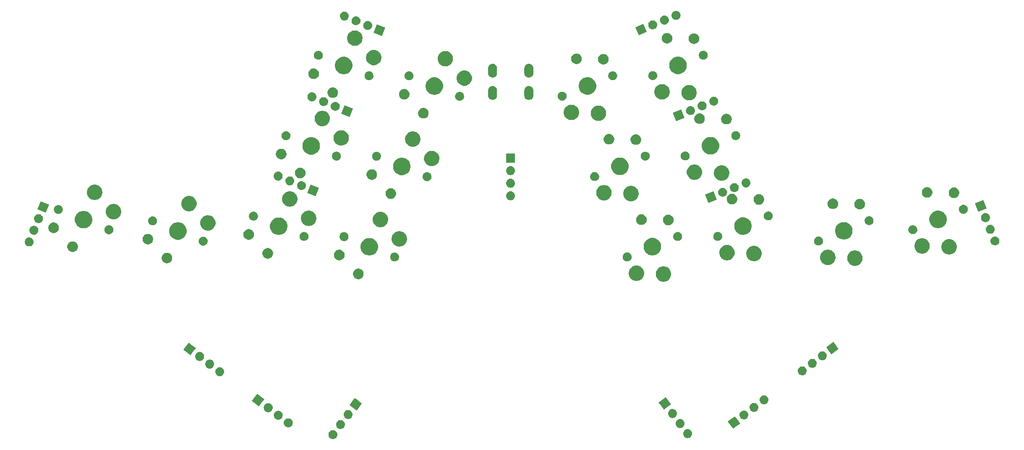
<source format=gbr>
G04 #@! TF.GenerationSoftware,KiCad,Pcbnew,(5.1.4)-1*
G04 #@! TF.CreationDate,2022-11-23T19:10:00-05:00*
G04 #@! TF.ProjectId,ThumbsUp,5468756d-6273-4557-902e-6b696361645f,rev?*
G04 #@! TF.SameCoordinates,Original*
G04 #@! TF.FileFunction,Soldermask,Top*
G04 #@! TF.FilePolarity,Negative*
%FSLAX46Y46*%
G04 Gerber Fmt 4.6, Leading zero omitted, Abs format (unit mm)*
G04 Created by KiCad (PCBNEW (5.1.4)-1) date 2022-11-23 19:10:00*
%MOMM*%
%LPD*%
G04 APERTURE LIST*
%ADD10C,0.100000*%
G04 APERTURE END LIST*
D10*
G36*
X110944726Y-227566954D02*
G01*
X111010911Y-227573473D01*
X111180750Y-227624993D01*
X111337275Y-227708658D01*
X111373013Y-227737988D01*
X111474470Y-227821250D01*
X111552530Y-227916368D01*
X111587062Y-227958445D01*
X111670727Y-228114970D01*
X111722247Y-228284809D01*
X111739643Y-228461436D01*
X111722247Y-228638063D01*
X111670727Y-228807902D01*
X111587062Y-228964427D01*
X111557732Y-229000165D01*
X111474470Y-229101622D01*
X111398663Y-229163834D01*
X111337275Y-229214214D01*
X111180750Y-229297879D01*
X111010911Y-229349399D01*
X110944727Y-229355917D01*
X110878544Y-229362436D01*
X110790024Y-229362436D01*
X110723841Y-229355917D01*
X110657657Y-229349399D01*
X110487818Y-229297879D01*
X110331293Y-229214214D01*
X110269905Y-229163834D01*
X110194098Y-229101622D01*
X110110836Y-229000165D01*
X110081506Y-228964427D01*
X109997841Y-228807902D01*
X109946321Y-228638063D01*
X109928925Y-228461436D01*
X109946321Y-228284809D01*
X109997841Y-228114970D01*
X110081506Y-227958445D01*
X110116038Y-227916368D01*
X110194098Y-227821250D01*
X110295555Y-227737988D01*
X110331293Y-227708658D01*
X110487818Y-227624993D01*
X110657657Y-227573473D01*
X110723842Y-227566954D01*
X110790024Y-227560436D01*
X110878544Y-227560436D01*
X110944726Y-227566954D01*
X110944726Y-227566954D01*
G37*
G36*
X182504085Y-227368352D02*
G01*
X182570270Y-227374871D01*
X182740109Y-227426391D01*
X182896634Y-227510056D01*
X182932372Y-227539386D01*
X183033829Y-227622648D01*
X183117091Y-227724105D01*
X183146421Y-227759843D01*
X183230086Y-227916368D01*
X183281606Y-228086207D01*
X183299002Y-228262834D01*
X183281606Y-228439461D01*
X183230086Y-228609300D01*
X183146421Y-228765825D01*
X183117091Y-228801563D01*
X183033829Y-228903020D01*
X182959003Y-228964427D01*
X182896634Y-229015612D01*
X182740109Y-229099277D01*
X182570270Y-229150797D01*
X182504085Y-229157316D01*
X182437903Y-229163834D01*
X182349383Y-229163834D01*
X182283201Y-229157316D01*
X182217016Y-229150797D01*
X182047177Y-229099277D01*
X181890652Y-229015612D01*
X181828283Y-228964427D01*
X181753457Y-228903020D01*
X181670195Y-228801563D01*
X181640865Y-228765825D01*
X181557200Y-228609300D01*
X181505680Y-228439461D01*
X181488284Y-228262834D01*
X181505680Y-228086207D01*
X181557200Y-227916368D01*
X181640865Y-227759843D01*
X181670195Y-227724105D01*
X181753457Y-227622648D01*
X181854914Y-227539386D01*
X181890652Y-227510056D01*
X182047177Y-227426391D01*
X182217016Y-227374871D01*
X182283201Y-227368352D01*
X182349383Y-227361834D01*
X182437903Y-227361834D01*
X182504085Y-227368352D01*
X182504085Y-227368352D01*
G37*
G36*
X112473337Y-225538420D02*
G01*
X112539521Y-225544938D01*
X112709360Y-225596458D01*
X112865885Y-225680123D01*
X112901623Y-225709453D01*
X113003080Y-225792715D01*
X113081140Y-225887833D01*
X113115672Y-225929910D01*
X113199337Y-226086435D01*
X113250857Y-226256274D01*
X113268253Y-226432901D01*
X113250857Y-226609528D01*
X113199337Y-226779367D01*
X113115672Y-226935892D01*
X113086342Y-226971630D01*
X113003080Y-227073087D01*
X112927273Y-227135299D01*
X112865885Y-227185679D01*
X112709360Y-227269344D01*
X112539521Y-227320864D01*
X112473337Y-227327382D01*
X112407154Y-227333901D01*
X112318634Y-227333901D01*
X112252451Y-227327382D01*
X112186267Y-227320864D01*
X112016428Y-227269344D01*
X111859903Y-227185679D01*
X111798515Y-227135299D01*
X111722708Y-227073087D01*
X111639446Y-226971630D01*
X111610116Y-226935892D01*
X111526451Y-226779367D01*
X111474931Y-226609528D01*
X111457535Y-226432901D01*
X111474931Y-226256274D01*
X111526451Y-226086435D01*
X111610116Y-225929910D01*
X111644648Y-225887833D01*
X111722708Y-225792715D01*
X111824165Y-225709453D01*
X111859903Y-225680123D01*
X112016428Y-225596458D01*
X112186267Y-225544938D01*
X112252451Y-225538420D01*
X112318634Y-225531901D01*
X112407154Y-225531901D01*
X112473337Y-225538420D01*
X112473337Y-225538420D01*
G37*
G36*
X192323490Y-225333996D02*
G01*
X192978707Y-226203498D01*
X192978707Y-226203499D01*
X192214503Y-226779367D01*
X191539566Y-227287969D01*
X191539565Y-227287969D01*
X190878665Y-226410924D01*
X190455095Y-225848828D01*
X190455095Y-225848827D01*
X191398743Y-225137738D01*
X191894236Y-224764357D01*
X191894237Y-224764357D01*
X192323490Y-225333996D01*
X192323490Y-225333996D01*
G37*
G36*
X180975475Y-225339817D02*
G01*
X181041660Y-225346336D01*
X181211499Y-225397856D01*
X181368024Y-225481521D01*
X181403762Y-225510851D01*
X181505219Y-225594113D01*
X181588481Y-225695570D01*
X181617811Y-225731308D01*
X181701476Y-225887833D01*
X181752996Y-226057672D01*
X181770392Y-226234299D01*
X181752996Y-226410926D01*
X181701476Y-226580765D01*
X181617811Y-226737290D01*
X181588481Y-226773028D01*
X181505219Y-226874485D01*
X181430393Y-226935892D01*
X181368024Y-226987077D01*
X181211499Y-227070742D01*
X181041660Y-227122262D01*
X180975475Y-227128781D01*
X180909293Y-227135299D01*
X180820773Y-227135299D01*
X180754591Y-227128781D01*
X180688406Y-227122262D01*
X180518567Y-227070742D01*
X180362042Y-226987077D01*
X180299673Y-226935892D01*
X180224847Y-226874485D01*
X180141585Y-226773028D01*
X180112255Y-226737290D01*
X180028590Y-226580765D01*
X179977070Y-226410926D01*
X179959674Y-226234299D01*
X179977070Y-226057672D01*
X180028590Y-225887833D01*
X180112255Y-225731308D01*
X180141585Y-225695570D01*
X180224847Y-225594113D01*
X180326304Y-225510851D01*
X180362042Y-225481521D01*
X180518567Y-225397856D01*
X180688406Y-225346336D01*
X180754591Y-225339817D01*
X180820773Y-225333299D01*
X180909293Y-225333299D01*
X180975475Y-225339817D01*
X180975475Y-225339817D01*
G37*
G36*
X101938762Y-225192568D02*
G01*
X102004947Y-225199087D01*
X102174786Y-225250607D01*
X102331311Y-225334272D01*
X102367049Y-225363602D01*
X102468506Y-225446864D01*
X102538293Y-225531901D01*
X102581098Y-225584059D01*
X102664763Y-225740584D01*
X102716283Y-225910423D01*
X102733679Y-226087050D01*
X102716283Y-226263677D01*
X102664763Y-226433516D01*
X102581098Y-226590041D01*
X102565107Y-226609526D01*
X102468506Y-226727236D01*
X102367049Y-226810498D01*
X102331311Y-226839828D01*
X102174786Y-226923493D01*
X102004947Y-226975013D01*
X101938763Y-226981531D01*
X101872580Y-226988050D01*
X101784060Y-226988050D01*
X101717877Y-226981531D01*
X101651693Y-226975013D01*
X101481854Y-226923493D01*
X101325329Y-226839828D01*
X101289591Y-226810498D01*
X101188134Y-226727236D01*
X101091533Y-226609526D01*
X101075542Y-226590041D01*
X100991877Y-226433516D01*
X100940357Y-226263677D01*
X100922961Y-226087050D01*
X100940357Y-225910423D01*
X100991877Y-225740584D01*
X101075542Y-225584059D01*
X101118347Y-225531901D01*
X101188134Y-225446864D01*
X101289591Y-225363602D01*
X101325329Y-225334272D01*
X101481854Y-225250607D01*
X101651693Y-225199087D01*
X101717878Y-225192568D01*
X101784060Y-225186050D01*
X101872580Y-225186050D01*
X101938762Y-225192568D01*
X101938762Y-225192568D01*
G37*
G36*
X99910228Y-223663959D02*
G01*
X99976412Y-223670477D01*
X100146251Y-223721997D01*
X100146253Y-223721998D01*
X100188865Y-223744775D01*
X100302776Y-223805662D01*
X100338514Y-223834992D01*
X100439971Y-223918254D01*
X100502594Y-223994562D01*
X100552563Y-224055449D01*
X100636228Y-224211974D01*
X100687748Y-224381813D01*
X100705144Y-224558440D01*
X100687748Y-224735067D01*
X100636228Y-224904906D01*
X100636227Y-224904908D01*
X100634917Y-224907358D01*
X100552563Y-225061431D01*
X100526057Y-225093728D01*
X100439971Y-225198626D01*
X100338514Y-225281888D01*
X100302776Y-225311218D01*
X100146251Y-225394883D01*
X99976412Y-225446403D01*
X99910227Y-225452922D01*
X99844045Y-225459440D01*
X99755525Y-225459440D01*
X99689343Y-225452922D01*
X99623158Y-225446403D01*
X99453319Y-225394883D01*
X99296794Y-225311218D01*
X99261056Y-225281888D01*
X99159599Y-225198626D01*
X99073513Y-225093728D01*
X99047007Y-225061431D01*
X98964653Y-224907358D01*
X98963343Y-224904908D01*
X98963342Y-224904906D01*
X98911822Y-224735067D01*
X98894426Y-224558440D01*
X98911822Y-224381813D01*
X98963342Y-224211974D01*
X99047007Y-224055449D01*
X99096976Y-223994562D01*
X99159599Y-223918254D01*
X99261056Y-223834992D01*
X99296794Y-223805662D01*
X99410705Y-223744775D01*
X99453317Y-223721998D01*
X99453319Y-223721997D01*
X99623158Y-223670477D01*
X99689342Y-223663959D01*
X99755525Y-223657440D01*
X99844045Y-223657440D01*
X99910228Y-223663959D01*
X99910228Y-223663959D01*
G37*
G36*
X193855877Y-223603071D02*
G01*
X193922062Y-223609590D01*
X194091901Y-223661110D01*
X194248426Y-223744775D01*
X194272072Y-223764181D01*
X194385621Y-223857367D01*
X194468883Y-223958824D01*
X194498213Y-223994562D01*
X194581878Y-224151087D01*
X194633398Y-224320926D01*
X194650794Y-224497553D01*
X194633398Y-224674180D01*
X194581878Y-224844019D01*
X194498213Y-225000544D01*
X194468883Y-225036282D01*
X194385621Y-225137739D01*
X194310867Y-225199087D01*
X194248426Y-225250331D01*
X194248424Y-225250332D01*
X194134514Y-225311219D01*
X194091901Y-225333996D01*
X193922062Y-225385516D01*
X193855878Y-225392034D01*
X193789695Y-225398553D01*
X193701175Y-225398553D01*
X193634992Y-225392034D01*
X193568808Y-225385516D01*
X193398969Y-225333996D01*
X193356357Y-225311219D01*
X193242446Y-225250332D01*
X193242444Y-225250331D01*
X193180003Y-225199087D01*
X193105249Y-225137739D01*
X193021987Y-225036282D01*
X192992657Y-225000544D01*
X192908992Y-224844019D01*
X192857472Y-224674180D01*
X192840076Y-224497553D01*
X192857472Y-224320926D01*
X192908992Y-224151087D01*
X192992657Y-223994562D01*
X193021987Y-223958824D01*
X193105249Y-223857367D01*
X193218798Y-223764181D01*
X193242444Y-223744775D01*
X193398969Y-223661110D01*
X193568808Y-223609590D01*
X193634993Y-223603071D01*
X193701175Y-223596553D01*
X193789695Y-223596553D01*
X193855877Y-223603071D01*
X193855877Y-223603071D01*
G37*
G36*
X114001946Y-223509885D02*
G01*
X114068131Y-223516404D01*
X114237970Y-223567924D01*
X114394495Y-223651589D01*
X114416947Y-223670015D01*
X114531690Y-223764181D01*
X114609750Y-223859299D01*
X114644282Y-223901376D01*
X114653304Y-223918255D01*
X114726638Y-224055451D01*
X114727947Y-224057901D01*
X114779467Y-224227740D01*
X114796863Y-224404367D01*
X114779467Y-224580994D01*
X114727947Y-224750833D01*
X114644282Y-224907358D01*
X114614952Y-224943096D01*
X114531690Y-225044553D01*
X114455883Y-225106765D01*
X114394495Y-225157145D01*
X114237970Y-225240810D01*
X114068131Y-225292330D01*
X114001947Y-225298848D01*
X113935764Y-225305367D01*
X113847244Y-225305367D01*
X113781061Y-225298848D01*
X113714877Y-225292330D01*
X113545038Y-225240810D01*
X113388513Y-225157145D01*
X113327125Y-225106765D01*
X113251318Y-225044553D01*
X113168056Y-224943096D01*
X113138726Y-224907358D01*
X113055061Y-224750833D01*
X113003541Y-224580994D01*
X112986145Y-224404367D01*
X113003541Y-224227740D01*
X113055061Y-224057901D01*
X113056371Y-224055451D01*
X113129704Y-223918255D01*
X113138726Y-223901376D01*
X113173258Y-223859299D01*
X113251318Y-223764181D01*
X113366061Y-223670015D01*
X113388513Y-223651589D01*
X113545038Y-223567924D01*
X113714877Y-223516404D01*
X113781062Y-223509885D01*
X113847244Y-223503367D01*
X113935764Y-223503367D01*
X114001946Y-223509885D01*
X114001946Y-223509885D01*
G37*
G36*
X179446865Y-223311283D02*
G01*
X179513050Y-223317802D01*
X179682889Y-223369322D01*
X179839414Y-223452987D01*
X179862498Y-223471932D01*
X179976609Y-223565579D01*
X180051996Y-223657440D01*
X180089201Y-223702774D01*
X180172866Y-223859299D01*
X180224386Y-224029138D01*
X180241782Y-224205765D01*
X180224386Y-224382392D01*
X180172866Y-224552231D01*
X180089201Y-224708756D01*
X180067608Y-224735067D01*
X179976609Y-224845951D01*
X179901783Y-224907358D01*
X179839414Y-224958543D01*
X179682889Y-225042208D01*
X179513050Y-225093728D01*
X179446865Y-225100247D01*
X179380683Y-225106765D01*
X179292163Y-225106765D01*
X179225981Y-225100247D01*
X179159796Y-225093728D01*
X178989957Y-225042208D01*
X178833432Y-224958543D01*
X178771063Y-224907358D01*
X178696237Y-224845951D01*
X178605238Y-224735067D01*
X178583645Y-224708756D01*
X178499980Y-224552231D01*
X178448460Y-224382392D01*
X178431064Y-224205765D01*
X178448460Y-224029138D01*
X178499980Y-223859299D01*
X178583645Y-223702774D01*
X178620850Y-223657440D01*
X178696237Y-223565579D01*
X178810348Y-223471932D01*
X178833432Y-223452987D01*
X178989957Y-223369322D01*
X179159796Y-223317802D01*
X179225981Y-223311283D01*
X179292163Y-223304765D01*
X179380683Y-223304765D01*
X179446865Y-223311283D01*
X179446865Y-223311283D01*
G37*
G36*
X97881693Y-222135348D02*
G01*
X97947878Y-222141867D01*
X98117717Y-222193387D01*
X98117719Y-222193388D01*
X98160331Y-222216165D01*
X98274242Y-222277052D01*
X98309980Y-222306382D01*
X98411437Y-222389644D01*
X98474060Y-222465952D01*
X98524029Y-222526839D01*
X98607694Y-222683364D01*
X98659214Y-222853203D01*
X98676610Y-223029830D01*
X98659214Y-223206457D01*
X98607694Y-223376296D01*
X98524029Y-223532821D01*
X98495220Y-223567925D01*
X98411437Y-223670016D01*
X98309980Y-223753278D01*
X98274242Y-223782608D01*
X98117717Y-223866273D01*
X97947878Y-223917793D01*
X97881693Y-223924312D01*
X97815511Y-223930830D01*
X97726991Y-223930830D01*
X97660809Y-223924312D01*
X97594624Y-223917793D01*
X97424785Y-223866273D01*
X97268260Y-223782608D01*
X97232522Y-223753278D01*
X97131065Y-223670016D01*
X97047282Y-223567925D01*
X97018473Y-223532821D01*
X96934808Y-223376296D01*
X96883288Y-223206457D01*
X96865892Y-223029830D01*
X96883288Y-222853203D01*
X96934808Y-222683364D01*
X97018473Y-222526839D01*
X97068442Y-222465952D01*
X97131065Y-222389644D01*
X97232522Y-222306382D01*
X97268260Y-222277052D01*
X97382171Y-222216165D01*
X97424783Y-222193388D01*
X97424785Y-222193387D01*
X97594624Y-222141867D01*
X97660809Y-222135348D01*
X97726991Y-222128830D01*
X97815511Y-222128830D01*
X97881693Y-222135348D01*
X97881693Y-222135348D01*
G37*
G36*
X195884412Y-222074462D02*
G01*
X195950596Y-222080980D01*
X196120435Y-222132500D01*
X196276960Y-222216165D01*
X196312698Y-222245495D01*
X196414155Y-222328757D01*
X196497417Y-222430214D01*
X196526747Y-222465952D01*
X196610412Y-222622477D01*
X196661932Y-222792316D01*
X196679328Y-222968943D01*
X196661932Y-223145570D01*
X196610412Y-223315409D01*
X196526747Y-223471934D01*
X196500950Y-223503367D01*
X196414155Y-223609129D01*
X196339401Y-223670477D01*
X196276960Y-223721721D01*
X196276958Y-223721722D01*
X196163048Y-223782609D01*
X196120435Y-223805386D01*
X195950596Y-223856906D01*
X195884412Y-223863424D01*
X195818229Y-223869943D01*
X195729709Y-223869943D01*
X195663526Y-223863424D01*
X195597342Y-223856906D01*
X195427503Y-223805386D01*
X195384891Y-223782609D01*
X195270980Y-223721722D01*
X195270978Y-223721721D01*
X195208537Y-223670477D01*
X195133783Y-223609129D01*
X195046988Y-223503367D01*
X195021191Y-223471934D01*
X194937526Y-223315409D01*
X194886006Y-223145570D01*
X194868610Y-222968943D01*
X194886006Y-222792316D01*
X194937526Y-222622477D01*
X195021191Y-222465952D01*
X195050521Y-222430214D01*
X195133783Y-222328757D01*
X195235240Y-222245495D01*
X195270978Y-222216165D01*
X195427503Y-222132500D01*
X195597342Y-222080980D01*
X195663526Y-222074462D01*
X195729709Y-222067943D01*
X195818229Y-222067943D01*
X195884412Y-222074462D01*
X195884412Y-222074462D01*
G37*
G36*
X115675801Y-221440333D02*
G01*
X116681920Y-222198497D01*
X116681920Y-222198498D01*
X116316547Y-222683364D01*
X115597450Y-223637639D01*
X115597449Y-223637639D01*
X114944449Y-223145568D01*
X114158308Y-222553169D01*
X114158308Y-222553168D01*
X114735809Y-221786799D01*
X115242778Y-221114027D01*
X115242779Y-221114027D01*
X115675801Y-221440333D01*
X115675801Y-221440333D01*
G37*
G36*
X178292945Y-221323885D02*
G01*
X179069619Y-222354566D01*
X179069619Y-222354567D01*
X178488703Y-222792318D01*
X177630478Y-223439037D01*
X177630477Y-223439037D01*
X176839704Y-222389645D01*
X176546007Y-221999896D01*
X176546007Y-221999895D01*
X177522964Y-221263706D01*
X177985148Y-220915425D01*
X177985149Y-220915425D01*
X178292945Y-221323885D01*
X178292945Y-221323885D01*
G37*
G36*
X95980688Y-220552370D02*
G01*
X97004523Y-221323884D01*
X97004523Y-221323885D01*
X96538494Y-221942326D01*
X95920053Y-222763026D01*
X95920052Y-222763026D01*
X95163751Y-222193112D01*
X94480911Y-221678556D01*
X94480911Y-221678555D01*
X95227684Y-220687554D01*
X95565381Y-220239414D01*
X95565382Y-220239414D01*
X95980688Y-220552370D01*
X95980688Y-220552370D01*
G37*
G36*
X197912947Y-220545852D02*
G01*
X197979131Y-220552370D01*
X198148970Y-220603890D01*
X198305495Y-220687555D01*
X198341233Y-220716885D01*
X198442690Y-220800147D01*
X198525952Y-220901604D01*
X198555282Y-220937342D01*
X198638947Y-221093867D01*
X198690467Y-221263706D01*
X198707863Y-221440333D01*
X198690467Y-221616960D01*
X198638947Y-221786799D01*
X198555282Y-221943324D01*
X198525952Y-221979062D01*
X198442690Y-222080519D01*
X198367936Y-222141867D01*
X198305495Y-222193111D01*
X198148970Y-222276776D01*
X197979131Y-222328296D01*
X197912947Y-222334814D01*
X197846764Y-222341333D01*
X197758244Y-222341333D01*
X197692061Y-222334814D01*
X197625877Y-222328296D01*
X197456038Y-222276776D01*
X197299513Y-222193111D01*
X197237072Y-222141867D01*
X197162318Y-222080519D01*
X197079056Y-221979062D01*
X197049726Y-221943324D01*
X196966061Y-221786799D01*
X196914541Y-221616960D01*
X196897145Y-221440333D01*
X196914541Y-221263706D01*
X196966061Y-221093867D01*
X197049726Y-220937342D01*
X197079056Y-220901604D01*
X197162318Y-220800147D01*
X197263775Y-220716885D01*
X197299513Y-220687555D01*
X197456038Y-220603890D01*
X197625877Y-220552370D01*
X197692061Y-220545852D01*
X197758244Y-220539333D01*
X197846764Y-220539333D01*
X197912947Y-220545852D01*
X197912947Y-220545852D01*
G37*
G36*
X88103061Y-214857030D02*
G01*
X88169245Y-214863548D01*
X88339084Y-214915068D01*
X88495609Y-214998733D01*
X88531347Y-215028063D01*
X88632804Y-215111325D01*
X88716066Y-215212782D01*
X88745396Y-215248520D01*
X88829061Y-215405045D01*
X88880581Y-215574884D01*
X88897977Y-215751511D01*
X88880581Y-215928138D01*
X88829061Y-216097977D01*
X88745396Y-216254502D01*
X88716066Y-216290240D01*
X88632804Y-216391697D01*
X88531347Y-216474959D01*
X88495609Y-216504289D01*
X88339084Y-216587954D01*
X88169245Y-216639474D01*
X88103060Y-216645993D01*
X88036878Y-216652511D01*
X87948358Y-216652511D01*
X87882176Y-216645993D01*
X87815991Y-216639474D01*
X87646152Y-216587954D01*
X87489627Y-216504289D01*
X87453889Y-216474959D01*
X87352432Y-216391697D01*
X87269170Y-216290240D01*
X87239840Y-216254502D01*
X87156175Y-216097977D01*
X87104655Y-215928138D01*
X87087259Y-215751511D01*
X87104655Y-215574884D01*
X87156175Y-215405045D01*
X87239840Y-215248520D01*
X87269170Y-215212782D01*
X87352432Y-215111325D01*
X87453889Y-215028063D01*
X87489627Y-214998733D01*
X87646152Y-214915068D01*
X87815991Y-214863548D01*
X87882175Y-214857030D01*
X87948358Y-214850511D01*
X88036878Y-214850511D01*
X88103061Y-214857030D01*
X88103061Y-214857030D01*
G37*
G36*
X205625583Y-214703424D02*
G01*
X205691768Y-214709943D01*
X205861607Y-214761463D01*
X206018132Y-214845128D01*
X206053870Y-214874458D01*
X206155327Y-214957720D01*
X206238589Y-215059177D01*
X206267919Y-215094915D01*
X206351584Y-215251440D01*
X206403104Y-215421279D01*
X206420500Y-215597906D01*
X206403104Y-215774533D01*
X206351584Y-215944372D01*
X206267919Y-216100897D01*
X206238589Y-216136635D01*
X206155327Y-216238092D01*
X206053870Y-216321354D01*
X206018132Y-216350684D01*
X205861607Y-216434349D01*
X205691768Y-216485869D01*
X205625583Y-216492388D01*
X205559401Y-216498906D01*
X205470881Y-216498906D01*
X205404699Y-216492388D01*
X205338514Y-216485869D01*
X205168675Y-216434349D01*
X205012150Y-216350684D01*
X204976412Y-216321354D01*
X204874955Y-216238092D01*
X204791693Y-216136635D01*
X204762363Y-216100897D01*
X204678698Y-215944372D01*
X204627178Y-215774533D01*
X204609782Y-215597906D01*
X204627178Y-215421279D01*
X204678698Y-215251440D01*
X204762363Y-215094915D01*
X204791693Y-215059177D01*
X204874955Y-214957720D01*
X204976412Y-214874458D01*
X205012150Y-214845128D01*
X205168675Y-214761463D01*
X205338514Y-214709943D01*
X205404699Y-214703424D01*
X205470881Y-214696906D01*
X205559401Y-214696906D01*
X205625583Y-214703424D01*
X205625583Y-214703424D01*
G37*
G36*
X86074525Y-213328419D02*
G01*
X86140710Y-213334938D01*
X86310549Y-213386458D01*
X86467074Y-213470123D01*
X86502812Y-213499453D01*
X86604269Y-213582715D01*
X86687531Y-213684172D01*
X86716861Y-213719910D01*
X86800526Y-213876435D01*
X86852046Y-214046274D01*
X86869442Y-214222901D01*
X86852046Y-214399528D01*
X86800526Y-214569367D01*
X86716861Y-214725892D01*
X86687668Y-214761463D01*
X86604269Y-214863087D01*
X86502812Y-214946349D01*
X86467074Y-214975679D01*
X86310549Y-215059344D01*
X86140710Y-215110864D01*
X86074525Y-215117383D01*
X86008343Y-215123901D01*
X85919823Y-215123901D01*
X85853641Y-215117383D01*
X85787456Y-215110864D01*
X85617617Y-215059344D01*
X85461092Y-214975679D01*
X85425354Y-214946349D01*
X85323897Y-214863087D01*
X85240498Y-214761463D01*
X85211305Y-214725892D01*
X85127640Y-214569367D01*
X85076120Y-214399528D01*
X85058724Y-214222901D01*
X85076120Y-214046274D01*
X85127640Y-213876435D01*
X85211305Y-213719910D01*
X85240635Y-213684172D01*
X85323897Y-213582715D01*
X85425354Y-213499453D01*
X85461092Y-213470123D01*
X85617617Y-213386458D01*
X85787456Y-213334938D01*
X85853641Y-213328419D01*
X85919823Y-213321901D01*
X86008343Y-213321901D01*
X86074525Y-213328419D01*
X86074525Y-213328419D01*
G37*
G36*
X207654118Y-213174814D02*
G01*
X207720303Y-213181333D01*
X207890142Y-213232853D01*
X208046667Y-213316518D01*
X208082405Y-213345848D01*
X208183862Y-213429110D01*
X208267124Y-213530567D01*
X208296454Y-213566305D01*
X208380119Y-213722830D01*
X208431639Y-213892669D01*
X208449035Y-214069296D01*
X208431639Y-214245923D01*
X208380119Y-214415762D01*
X208296454Y-214572287D01*
X208267124Y-214608025D01*
X208183862Y-214709482D01*
X208082405Y-214792744D01*
X208046667Y-214822074D01*
X207890142Y-214905739D01*
X207720303Y-214957259D01*
X207654119Y-214963777D01*
X207587936Y-214970296D01*
X207499416Y-214970296D01*
X207433233Y-214963777D01*
X207367049Y-214957259D01*
X207197210Y-214905739D01*
X207040685Y-214822074D01*
X207004947Y-214792744D01*
X206903490Y-214709482D01*
X206820228Y-214608025D01*
X206790898Y-214572287D01*
X206707233Y-214415762D01*
X206655713Y-214245923D01*
X206638317Y-214069296D01*
X206655713Y-213892669D01*
X206707233Y-213722830D01*
X206790898Y-213566305D01*
X206820228Y-213530567D01*
X206903490Y-213429110D01*
X207004947Y-213345848D01*
X207040685Y-213316518D01*
X207197210Y-213232853D01*
X207367049Y-213181333D01*
X207433234Y-213174814D01*
X207499416Y-213168296D01*
X207587936Y-213168296D01*
X207654118Y-213174814D01*
X207654118Y-213174814D01*
G37*
G36*
X84045991Y-211799809D02*
G01*
X84112176Y-211806328D01*
X84282015Y-211857848D01*
X84438540Y-211941513D01*
X84474278Y-211970843D01*
X84575735Y-212054105D01*
X84658997Y-212155562D01*
X84688327Y-212191300D01*
X84771992Y-212347825D01*
X84823512Y-212517664D01*
X84840908Y-212694291D01*
X84823512Y-212870918D01*
X84771992Y-213040757D01*
X84688327Y-213197282D01*
X84659134Y-213232853D01*
X84575735Y-213334477D01*
X84474278Y-213417739D01*
X84438540Y-213447069D01*
X84282015Y-213530734D01*
X84112176Y-213582254D01*
X84045992Y-213588772D01*
X83979809Y-213595291D01*
X83891289Y-213595291D01*
X83825106Y-213588772D01*
X83758922Y-213582254D01*
X83589083Y-213530734D01*
X83432558Y-213447069D01*
X83396820Y-213417739D01*
X83295363Y-213334477D01*
X83211964Y-213232853D01*
X83182771Y-213197282D01*
X83099106Y-213040757D01*
X83047586Y-212870918D01*
X83030190Y-212694291D01*
X83047586Y-212517664D01*
X83099106Y-212347825D01*
X83182771Y-212191300D01*
X83212101Y-212155562D01*
X83295363Y-212054105D01*
X83396820Y-211970843D01*
X83432558Y-211941513D01*
X83589083Y-211857848D01*
X83758922Y-211806328D01*
X83825107Y-211799809D01*
X83891289Y-211793291D01*
X83979809Y-211793291D01*
X84045991Y-211799809D01*
X84045991Y-211799809D01*
G37*
G36*
X209682652Y-211646204D02*
G01*
X209748837Y-211652723D01*
X209918676Y-211704243D01*
X210075201Y-211787908D01*
X210110939Y-211817238D01*
X210212396Y-211900500D01*
X210295658Y-212001957D01*
X210324988Y-212037695D01*
X210408653Y-212194220D01*
X210460173Y-212364059D01*
X210477569Y-212540686D01*
X210460173Y-212717313D01*
X210408653Y-212887152D01*
X210324988Y-213043677D01*
X210295658Y-213079415D01*
X210212396Y-213180872D01*
X210110939Y-213264134D01*
X210075201Y-213293464D01*
X209918676Y-213377129D01*
X209748837Y-213428649D01*
X209682653Y-213435167D01*
X209616470Y-213441686D01*
X209527950Y-213441686D01*
X209461767Y-213435167D01*
X209395583Y-213428649D01*
X209225744Y-213377129D01*
X209069219Y-213293464D01*
X209033481Y-213264134D01*
X208932024Y-213180872D01*
X208848762Y-213079415D01*
X208819432Y-213043677D01*
X208735767Y-212887152D01*
X208684247Y-212717313D01*
X208666851Y-212540686D01*
X208684247Y-212364059D01*
X208735767Y-212194220D01*
X208819432Y-212037695D01*
X208848762Y-212001957D01*
X208932024Y-211900500D01*
X209033481Y-211817238D01*
X209069219Y-211787908D01*
X209225744Y-211704243D01*
X209395583Y-211652723D01*
X209461768Y-211646204D01*
X209527950Y-211639686D01*
X209616470Y-211639686D01*
X209682652Y-211646204D01*
X209682652Y-211646204D01*
G37*
G36*
X82348121Y-210369904D02*
G01*
X83168821Y-210988345D01*
X83168821Y-210988346D01*
X82901558Y-211343016D01*
X82084351Y-212427487D01*
X82084350Y-212427487D01*
X81328414Y-211857848D01*
X80645209Y-211343017D01*
X80645209Y-211343016D01*
X81111238Y-210724575D01*
X81729679Y-209903875D01*
X81729680Y-209903875D01*
X82348121Y-210369904D01*
X82348121Y-210369904D01*
G37*
G36*
X212396521Y-210570970D02*
G01*
X212862550Y-211189411D01*
X212862550Y-211189412D01*
X212179345Y-211704243D01*
X211423409Y-212273882D01*
X211423408Y-212273882D01*
X210454688Y-210988346D01*
X210338938Y-210834741D01*
X210338938Y-210834740D01*
X211159638Y-210216299D01*
X211778079Y-209750270D01*
X211778080Y-209750270D01*
X212396521Y-210570970D01*
X212396521Y-210570970D01*
G37*
G36*
X177712470Y-194501146D02*
G01*
X177963108Y-194551001D01*
X178245372Y-194667918D01*
X178499403Y-194837656D01*
X178715439Y-195053692D01*
X178885177Y-195307723D01*
X179002094Y-195589987D01*
X179061698Y-195889637D01*
X179061698Y-196195157D01*
X179002094Y-196494807D01*
X178885177Y-196777071D01*
X178715439Y-197031102D01*
X178499403Y-197247138D01*
X178245372Y-197416876D01*
X177963108Y-197533793D01*
X177813283Y-197563595D01*
X177663459Y-197593397D01*
X177357937Y-197593397D01*
X177208113Y-197563595D01*
X177058288Y-197533793D01*
X176776024Y-197416876D01*
X176521993Y-197247138D01*
X176305957Y-197031102D01*
X176136219Y-196777071D01*
X176019302Y-196494807D01*
X175959698Y-196195157D01*
X175959698Y-195889637D01*
X176019302Y-195589987D01*
X176136219Y-195307723D01*
X176305957Y-195053692D01*
X176521993Y-194837656D01*
X176776024Y-194667918D01*
X177058288Y-194551001D01*
X177308926Y-194501146D01*
X177357937Y-194491397D01*
X177663459Y-194491397D01*
X177712470Y-194501146D01*
X177712470Y-194501146D01*
G37*
G36*
X172353229Y-194354427D02*
G01*
X172503054Y-194384229D01*
X172785318Y-194501146D01*
X173039349Y-194670884D01*
X173255385Y-194886920D01*
X173425123Y-195140951D01*
X173542040Y-195423215D01*
X173601644Y-195722865D01*
X173601644Y-196028385D01*
X173542040Y-196328035D01*
X173425123Y-196610299D01*
X173255385Y-196864330D01*
X173039349Y-197080366D01*
X172785318Y-197250104D01*
X172503054Y-197367021D01*
X172353229Y-197396823D01*
X172203405Y-197426625D01*
X171897883Y-197426625D01*
X171748059Y-197396823D01*
X171598234Y-197367021D01*
X171315970Y-197250104D01*
X171061939Y-197080366D01*
X170845903Y-196864330D01*
X170676165Y-196610299D01*
X170559248Y-196328035D01*
X170499644Y-196028385D01*
X170499644Y-195722865D01*
X170559248Y-195423215D01*
X170676165Y-195140951D01*
X170845903Y-194886920D01*
X171061939Y-194670884D01*
X171315970Y-194501146D01*
X171598234Y-194384229D01*
X171748059Y-194354427D01*
X171897883Y-194324625D01*
X172203405Y-194324625D01*
X172353229Y-194354427D01*
X172353229Y-194354427D01*
G37*
G36*
X116271765Y-194993467D02*
G01*
X116417162Y-195053693D01*
X116465948Y-195073901D01*
X116640707Y-195190671D01*
X116789327Y-195339291D01*
X116906097Y-195514050D01*
X116906098Y-195514052D01*
X116986531Y-195708233D01*
X117027534Y-195914372D01*
X117027534Y-196124556D01*
X116986531Y-196330695D01*
X116918553Y-196494806D01*
X116906097Y-196524878D01*
X116789327Y-196699637D01*
X116640707Y-196848257D01*
X116465948Y-196965027D01*
X116465947Y-196965028D01*
X116465946Y-196965028D01*
X116271765Y-197045461D01*
X116065626Y-197086464D01*
X115855442Y-197086464D01*
X115649303Y-197045461D01*
X115455122Y-196965028D01*
X115455121Y-196965028D01*
X115455120Y-196965027D01*
X115280361Y-196848257D01*
X115131741Y-196699637D01*
X115014971Y-196524878D01*
X115002515Y-196494806D01*
X114934537Y-196330695D01*
X114893534Y-196124556D01*
X114893534Y-195914372D01*
X114934537Y-195708233D01*
X115014970Y-195514052D01*
X115014971Y-195514050D01*
X115131741Y-195339291D01*
X115280361Y-195190671D01*
X115455120Y-195073901D01*
X115503906Y-195053693D01*
X115649303Y-194993467D01*
X115855442Y-194952464D01*
X116065626Y-194952464D01*
X116271765Y-194993467D01*
X116271765Y-194993467D01*
G37*
G36*
X216326249Y-191303317D02*
G01*
X216576887Y-191353172D01*
X216859151Y-191470089D01*
X217113182Y-191639827D01*
X217329218Y-191855863D01*
X217498956Y-192109894D01*
X217596895Y-192346342D01*
X217615873Y-192392159D01*
X217672098Y-192674818D01*
X217675477Y-192691808D01*
X217675477Y-192997328D01*
X217615873Y-193296978D01*
X217498956Y-193579242D01*
X217329218Y-193833273D01*
X217113182Y-194049309D01*
X216859151Y-194219047D01*
X216576887Y-194335964D01*
X216427062Y-194365766D01*
X216277238Y-194395568D01*
X215971716Y-194395568D01*
X215821892Y-194365766D01*
X215672067Y-194335964D01*
X215389803Y-194219047D01*
X215135772Y-194049309D01*
X214919736Y-193833273D01*
X214749998Y-193579242D01*
X214633081Y-193296978D01*
X214573477Y-192997328D01*
X214573477Y-192691808D01*
X214576857Y-192674818D01*
X214633081Y-192392159D01*
X214652059Y-192346342D01*
X214749998Y-192109894D01*
X214919736Y-191855863D01*
X215135772Y-191639827D01*
X215389803Y-191470089D01*
X215672067Y-191353172D01*
X215922705Y-191303317D01*
X215971716Y-191293568D01*
X216277238Y-191293568D01*
X216326249Y-191303317D01*
X216326249Y-191303317D01*
G37*
G36*
X210967008Y-191156598D02*
G01*
X211116833Y-191186400D01*
X211399097Y-191303317D01*
X211653128Y-191473055D01*
X211869164Y-191689091D01*
X212038902Y-191943122D01*
X212155819Y-192225386D01*
X212175218Y-192322914D01*
X212215423Y-192525035D01*
X212215423Y-192830557D01*
X212205104Y-192882432D01*
X212155819Y-193130206D01*
X212038902Y-193412470D01*
X211869164Y-193666501D01*
X211653128Y-193882537D01*
X211399097Y-194052275D01*
X211116833Y-194169192D01*
X210967008Y-194198994D01*
X210817184Y-194228796D01*
X210511662Y-194228796D01*
X210361838Y-194198994D01*
X210212013Y-194169192D01*
X209929749Y-194052275D01*
X209675718Y-193882537D01*
X209459682Y-193666501D01*
X209289944Y-193412470D01*
X209173027Y-193130206D01*
X209123742Y-192882432D01*
X209113423Y-192830557D01*
X209113423Y-192525035D01*
X209153628Y-192322914D01*
X209173027Y-192225386D01*
X209289944Y-191943122D01*
X209459682Y-191689091D01*
X209675718Y-191473055D01*
X209929749Y-191303317D01*
X210212013Y-191186400D01*
X210361838Y-191156598D01*
X210511662Y-191126796D01*
X210817184Y-191126796D01*
X210967008Y-191156598D01*
X210967008Y-191156598D01*
G37*
G36*
X77657986Y-191795638D02*
G01*
X77803383Y-191855864D01*
X77852169Y-191876072D01*
X78026928Y-191992842D01*
X78175548Y-192141462D01*
X78245886Y-192246731D01*
X78292319Y-192316223D01*
X78372752Y-192510404D01*
X78413755Y-192716543D01*
X78413755Y-192926727D01*
X78372752Y-193132866D01*
X78309097Y-193286541D01*
X78292318Y-193327049D01*
X78175548Y-193501808D01*
X78026928Y-193650428D01*
X77852169Y-193767198D01*
X77852168Y-193767199D01*
X77852167Y-193767199D01*
X77657986Y-193847632D01*
X77451847Y-193888635D01*
X77241663Y-193888635D01*
X77035524Y-193847632D01*
X76841343Y-193767199D01*
X76841342Y-193767199D01*
X76841341Y-193767198D01*
X76666582Y-193650428D01*
X76517962Y-193501808D01*
X76401192Y-193327049D01*
X76384413Y-193286541D01*
X76320758Y-193132866D01*
X76279755Y-192926727D01*
X76279755Y-192716543D01*
X76320758Y-192510404D01*
X76401191Y-192316223D01*
X76447624Y-192246731D01*
X76517962Y-192141462D01*
X76666582Y-191992842D01*
X76841341Y-191876072D01*
X76890127Y-191855864D01*
X77035524Y-191795638D01*
X77241663Y-191754635D01*
X77451847Y-191754635D01*
X77657986Y-191795638D01*
X77657986Y-191795638D01*
G37*
G36*
X123446176Y-191724845D02*
G01*
X123533299Y-191742174D01*
X123642722Y-191787499D01*
X123697435Y-191810162D01*
X123801530Y-191879716D01*
X123845152Y-191908863D01*
X123970776Y-192034487D01*
X123970778Y-192034490D01*
X124069477Y-192182204D01*
X124087364Y-192225387D01*
X124137465Y-192346340D01*
X124146579Y-192392159D01*
X124167465Y-192497160D01*
X124172124Y-192520586D01*
X124172124Y-192698244D01*
X124137465Y-192872490D01*
X124092140Y-192981913D01*
X124069477Y-193036626D01*
X123997125Y-193144909D01*
X123970776Y-193184343D01*
X123845152Y-193309967D01*
X123845149Y-193309969D01*
X123697435Y-193408668D01*
X123642722Y-193431331D01*
X123533299Y-193476656D01*
X123446176Y-193493986D01*
X123359055Y-193511315D01*
X123181393Y-193511315D01*
X123094272Y-193493986D01*
X123007149Y-193476656D01*
X122897726Y-193431331D01*
X122843013Y-193408668D01*
X122695299Y-193309969D01*
X122695296Y-193309967D01*
X122569672Y-193184343D01*
X122543323Y-193144909D01*
X122470971Y-193036626D01*
X122448308Y-192981913D01*
X122402983Y-192872490D01*
X122368324Y-192698244D01*
X122368324Y-192520586D01*
X122372984Y-192497160D01*
X122393869Y-192392159D01*
X122402983Y-192346340D01*
X122453084Y-192225387D01*
X122470971Y-192182204D01*
X122569670Y-192034490D01*
X122569672Y-192034487D01*
X122695296Y-191908863D01*
X122738918Y-191879716D01*
X122843013Y-191810162D01*
X122897726Y-191787499D01*
X123007149Y-191742174D01*
X123094272Y-191724845D01*
X123181393Y-191707515D01*
X123359055Y-191707515D01*
X123446176Y-191724845D01*
X123446176Y-191724845D01*
G37*
G36*
X170358230Y-191701419D02*
G01*
X170445353Y-191718748D01*
X170554776Y-191764073D01*
X170609489Y-191786736D01*
X170741420Y-191874889D01*
X170757206Y-191885437D01*
X170882830Y-192011061D01*
X170882832Y-192011064D01*
X170981531Y-192158778D01*
X170991234Y-192182204D01*
X171049519Y-192322914D01*
X171063292Y-192392158D01*
X171084178Y-192497158D01*
X171084178Y-192674820D01*
X171076054Y-192715660D01*
X171049519Y-192849064D01*
X171015291Y-192931696D01*
X170981531Y-193013200D01*
X170924557Y-193098468D01*
X170882830Y-193160917D01*
X170757206Y-193286541D01*
X170757203Y-193286543D01*
X170609489Y-193385242D01*
X170554776Y-193407905D01*
X170445353Y-193453230D01*
X170358230Y-193470560D01*
X170271109Y-193487889D01*
X170093447Y-193487889D01*
X170006326Y-193470560D01*
X169919203Y-193453230D01*
X169809780Y-193407905D01*
X169755067Y-193385242D01*
X169607353Y-193286543D01*
X169607350Y-193286541D01*
X169481726Y-193160917D01*
X169439999Y-193098468D01*
X169383025Y-193013200D01*
X169349265Y-192931696D01*
X169315037Y-192849064D01*
X169288502Y-192715660D01*
X169280378Y-192674820D01*
X169280378Y-192497158D01*
X169301264Y-192392158D01*
X169315037Y-192322914D01*
X169373322Y-192182204D01*
X169383025Y-192158778D01*
X169481724Y-192011064D01*
X169481726Y-192011061D01*
X169607350Y-191885437D01*
X169623136Y-191874889D01*
X169755067Y-191786736D01*
X169809780Y-191764073D01*
X169919203Y-191718748D01*
X170006326Y-191701419D01*
X170093447Y-191684089D01*
X170271109Y-191684089D01*
X170358230Y-191701419D01*
X170358230Y-191701419D01*
G37*
G36*
X195989191Y-190352476D02*
G01*
X196239829Y-190402331D01*
X196522093Y-190519248D01*
X196776124Y-190688986D01*
X196992160Y-190905022D01*
X197161898Y-191159053D01*
X197278815Y-191441317D01*
X197302335Y-191559562D01*
X197338419Y-191740966D01*
X197338419Y-192046488D01*
X197319527Y-192141462D01*
X197278815Y-192346137D01*
X197161898Y-192628401D01*
X196992160Y-192882432D01*
X196776124Y-193098468D01*
X196522093Y-193268206D01*
X196239829Y-193385123D01*
X196121460Y-193408668D01*
X195940180Y-193444727D01*
X195634658Y-193444727D01*
X195453378Y-193408668D01*
X195335009Y-193385123D01*
X195052745Y-193268206D01*
X194798714Y-193098468D01*
X194582678Y-192882432D01*
X194412940Y-192628401D01*
X194296023Y-192346137D01*
X194255311Y-192141462D01*
X194236419Y-192046488D01*
X194236419Y-191740966D01*
X194272503Y-191559562D01*
X194296023Y-191441317D01*
X194412940Y-191159053D01*
X194582678Y-190905022D01*
X194798714Y-190688986D01*
X195052745Y-190519248D01*
X195335009Y-190402331D01*
X195585647Y-190352476D01*
X195634658Y-190342727D01*
X195940180Y-190342727D01*
X195989191Y-190352476D01*
X195989191Y-190352476D01*
G37*
G36*
X190629950Y-190205757D02*
G01*
X190779775Y-190235559D01*
X191062039Y-190352476D01*
X191316070Y-190522214D01*
X191532106Y-190738250D01*
X191701844Y-190992281D01*
X191818761Y-191274545D01*
X191837858Y-191370552D01*
X191878365Y-191574194D01*
X191878365Y-191879716D01*
X191874926Y-191897006D01*
X191818761Y-192179365D01*
X191701844Y-192461629D01*
X191532106Y-192715660D01*
X191316070Y-192931696D01*
X191062039Y-193101434D01*
X190779775Y-193218351D01*
X190629950Y-193248153D01*
X190480126Y-193277955D01*
X190174604Y-193277955D01*
X190024780Y-193248153D01*
X189874955Y-193218351D01*
X189592691Y-193101434D01*
X189338660Y-192931696D01*
X189122624Y-192715660D01*
X188952886Y-192461629D01*
X188835969Y-192179365D01*
X188779804Y-191897006D01*
X188776365Y-191879716D01*
X188776365Y-191574194D01*
X188816872Y-191370552D01*
X188835969Y-191274545D01*
X188952886Y-190992281D01*
X189122624Y-190738250D01*
X189338660Y-190522214D01*
X189592691Y-190352476D01*
X189874955Y-190235559D01*
X190024780Y-190205757D01*
X190174604Y-190175955D01*
X190480126Y-190175955D01*
X190629950Y-190205757D01*
X190629950Y-190205757D01*
G37*
G36*
X112422520Y-191173348D02*
G01*
X112616701Y-191253781D01*
X112616703Y-191253782D01*
X112791462Y-191370552D01*
X112940082Y-191519172D01*
X113056852Y-191693931D01*
X113056853Y-191693933D01*
X113137286Y-191888114D01*
X113178289Y-192094253D01*
X113178289Y-192304437D01*
X113137286Y-192510576D01*
X113059551Y-192698244D01*
X113056852Y-192704759D01*
X112940082Y-192879518D01*
X112791462Y-193028138D01*
X112616703Y-193144908D01*
X112616702Y-193144909D01*
X112616701Y-193144909D01*
X112422520Y-193225342D01*
X112216381Y-193266345D01*
X112006197Y-193266345D01*
X111800058Y-193225342D01*
X111605877Y-193144909D01*
X111605876Y-193144909D01*
X111605875Y-193144908D01*
X111431116Y-193028138D01*
X111282496Y-192879518D01*
X111165726Y-192704759D01*
X111163027Y-192698244D01*
X111085292Y-192510576D01*
X111044289Y-192304437D01*
X111044289Y-192094253D01*
X111085292Y-191888114D01*
X111165725Y-191693933D01*
X111165726Y-191693931D01*
X111282496Y-191519172D01*
X111431116Y-191370552D01*
X111605875Y-191253782D01*
X111605877Y-191253781D01*
X111800058Y-191173348D01*
X112006197Y-191132345D01*
X112216381Y-191132345D01*
X112422520Y-191173348D01*
X112422520Y-191173348D01*
G37*
G36*
X97995044Y-190844797D02*
G01*
X98140441Y-190905023D01*
X98189227Y-190925231D01*
X98363986Y-191042001D01*
X98512606Y-191190621D01*
X98621219Y-191353172D01*
X98629377Y-191365382D01*
X98709810Y-191559563D01*
X98750813Y-191765702D01*
X98750813Y-191975886D01*
X98709810Y-192182025D01*
X98641832Y-192346136D01*
X98629376Y-192376208D01*
X98512606Y-192550967D01*
X98363986Y-192699587D01*
X98189227Y-192816357D01*
X98189226Y-192816358D01*
X98189225Y-192816358D01*
X97995044Y-192896791D01*
X97788905Y-192937794D01*
X97578721Y-192937794D01*
X97372582Y-192896791D01*
X97178401Y-192816358D01*
X97178400Y-192816358D01*
X97178399Y-192816357D01*
X97003640Y-192699587D01*
X96855020Y-192550967D01*
X96738250Y-192376208D01*
X96725794Y-192346136D01*
X96657816Y-192182025D01*
X96616813Y-191975886D01*
X96616813Y-191765702D01*
X96657816Y-191559563D01*
X96738249Y-191365382D01*
X96746407Y-191353172D01*
X96855020Y-191190621D01*
X97003640Y-191042001D01*
X97178399Y-190925231D01*
X97227185Y-190905023D01*
X97372582Y-190844797D01*
X97578721Y-190803794D01*
X97788905Y-190803794D01*
X97995044Y-190844797D01*
X97995044Y-190844797D01*
G37*
G36*
X118685689Y-188851426D02*
G01*
X119006658Y-188984376D01*
X119006991Y-188984514D01*
X119296153Y-189177726D01*
X119542066Y-189423639D01*
X119719627Y-189689377D01*
X119735279Y-189712803D01*
X119868366Y-190034103D01*
X119936213Y-190375191D01*
X119936213Y-190722967D01*
X119868366Y-191064055D01*
X119740729Y-191372197D01*
X119735278Y-191385357D01*
X119542066Y-191674519D01*
X119296153Y-191920432D01*
X119006991Y-192113644D01*
X119006990Y-192113645D01*
X119006989Y-192113645D01*
X118685689Y-192246732D01*
X118344601Y-192314579D01*
X117996825Y-192314579D01*
X117655737Y-192246732D01*
X117334437Y-192113645D01*
X117334436Y-192113645D01*
X117334435Y-192113644D01*
X117045273Y-191920432D01*
X116799360Y-191674519D01*
X116606148Y-191385357D01*
X116600697Y-191372197D01*
X116473060Y-191064055D01*
X116405213Y-190722967D01*
X116405213Y-190375191D01*
X116473060Y-190034103D01*
X116606147Y-189712803D01*
X116621800Y-189689377D01*
X116799360Y-189423639D01*
X117045273Y-189177726D01*
X117334435Y-188984514D01*
X117334768Y-188984376D01*
X117655737Y-188851426D01*
X117996825Y-188783579D01*
X118344601Y-188783579D01*
X118685689Y-188851426D01*
X118685689Y-188851426D01*
G37*
G36*
X175796765Y-188828000D02*
G01*
X176117734Y-188960950D01*
X176118067Y-188961088D01*
X176407229Y-189154300D01*
X176653142Y-189400213D01*
X176841218Y-189681688D01*
X176846355Y-189689377D01*
X176979442Y-190010677D01*
X177047289Y-190351765D01*
X177047289Y-190699541D01*
X176979442Y-191040629D01*
X176882550Y-191274546D01*
X176846354Y-191361931D01*
X176653142Y-191651093D01*
X176407229Y-191897006D01*
X176118067Y-192090218D01*
X176118066Y-192090219D01*
X176118065Y-192090219D01*
X175796765Y-192223306D01*
X175455677Y-192291153D01*
X175107901Y-192291153D01*
X174766813Y-192223306D01*
X174445513Y-192090219D01*
X174445512Y-192090219D01*
X174445511Y-192090218D01*
X174156349Y-191897006D01*
X173910436Y-191651093D01*
X173717224Y-191361931D01*
X173681028Y-191274546D01*
X173584136Y-191040629D01*
X173516289Y-190699541D01*
X173516289Y-190351765D01*
X173584136Y-190010677D01*
X173717223Y-189689377D01*
X173722361Y-189681688D01*
X173910436Y-189400213D01*
X174156349Y-189154300D01*
X174445511Y-188961088D01*
X174445844Y-188960950D01*
X174766813Y-188828000D01*
X175107901Y-188760153D01*
X175455677Y-188760153D01*
X175796765Y-188828000D01*
X175796765Y-188828000D01*
G37*
G36*
X235434943Y-189025476D02*
G01*
X235602821Y-189058869D01*
X235885085Y-189175786D01*
X236139116Y-189345524D01*
X236355152Y-189561560D01*
X236524890Y-189815591D01*
X236641807Y-190097855D01*
X236641807Y-190097856D01*
X236701411Y-190397504D01*
X236701411Y-190703026D01*
X236697444Y-190722967D01*
X236641807Y-191002675D01*
X236524890Y-191284939D01*
X236355152Y-191538970D01*
X236139116Y-191755006D01*
X235885085Y-191924744D01*
X235602821Y-192041661D01*
X235452996Y-192071463D01*
X235303172Y-192101265D01*
X234997650Y-192101265D01*
X234847826Y-192071463D01*
X234698001Y-192041661D01*
X234415737Y-191924744D01*
X234161706Y-191755006D01*
X233945670Y-191538970D01*
X233775932Y-191284939D01*
X233659015Y-191002675D01*
X233603378Y-190722967D01*
X233599411Y-190703026D01*
X233599411Y-190397504D01*
X233659015Y-190097856D01*
X233659015Y-190097855D01*
X233775932Y-189815591D01*
X233945670Y-189561560D01*
X234161706Y-189345524D01*
X234415737Y-189175786D01*
X234698001Y-189058869D01*
X234865879Y-189025476D01*
X234997650Y-188999265D01*
X235303172Y-188999265D01*
X235434943Y-189025476D01*
X235434943Y-189025476D01*
G37*
G36*
X229938300Y-188851426D02*
G01*
X230142767Y-188892097D01*
X230425031Y-189009014D01*
X230679062Y-189178752D01*
X230895098Y-189394788D01*
X231064836Y-189648819D01*
X231181753Y-189931083D01*
X231241357Y-190230733D01*
X231241357Y-190536253D01*
X231181753Y-190835903D01*
X231064836Y-191118167D01*
X230895098Y-191372198D01*
X230679062Y-191588234D01*
X230425031Y-191757972D01*
X230142767Y-191874889D01*
X230076285Y-191888113D01*
X229843118Y-191934493D01*
X229537596Y-191934493D01*
X229304429Y-191888113D01*
X229237947Y-191874889D01*
X228955683Y-191757972D01*
X228701652Y-191588234D01*
X228485616Y-191372198D01*
X228315878Y-191118167D01*
X228198961Y-190835903D01*
X228139357Y-190536253D01*
X228139357Y-190230733D01*
X228198961Y-189931083D01*
X228315878Y-189648819D01*
X228485616Y-189394788D01*
X228701652Y-189178752D01*
X228955683Y-189009014D01*
X229237947Y-188892097D01*
X229442414Y-188851426D01*
X229537596Y-188832493D01*
X229843118Y-188832493D01*
X229938300Y-188851426D01*
X229938300Y-188851426D01*
G37*
G36*
X58632052Y-189501335D02*
G01*
X58826233Y-189581768D01*
X58826235Y-189581769D01*
X59000994Y-189698539D01*
X59149614Y-189847159D01*
X59262708Y-190016417D01*
X59266385Y-190021920D01*
X59346818Y-190216101D01*
X59387821Y-190422240D01*
X59387821Y-190632424D01*
X59346818Y-190838563D01*
X59278840Y-191002674D01*
X59266384Y-191032746D01*
X59149614Y-191207505D01*
X59000994Y-191356125D01*
X58826235Y-191472895D01*
X58826234Y-191472896D01*
X58826233Y-191472896D01*
X58632052Y-191553329D01*
X58425913Y-191594332D01*
X58215729Y-191594332D01*
X58009590Y-191553329D01*
X57815409Y-191472896D01*
X57815408Y-191472896D01*
X57815407Y-191472895D01*
X57640648Y-191356125D01*
X57492028Y-191207505D01*
X57375258Y-191032746D01*
X57362802Y-191002674D01*
X57294824Y-190838563D01*
X57253821Y-190632424D01*
X57253821Y-190422240D01*
X57294824Y-190216101D01*
X57375257Y-190021920D01*
X57378934Y-190016417D01*
X57492028Y-189847159D01*
X57640648Y-189698539D01*
X57815407Y-189581769D01*
X57815409Y-189581768D01*
X58009590Y-189501335D01*
X58215729Y-189460332D01*
X58425913Y-189460332D01*
X58632052Y-189501335D01*
X58632052Y-189501335D01*
G37*
G36*
X124513992Y-187423975D02*
G01*
X124663817Y-187453777D01*
X124946081Y-187570694D01*
X125200112Y-187740432D01*
X125416148Y-187956468D01*
X125585886Y-188210499D01*
X125702803Y-188492763D01*
X125719673Y-188577574D01*
X125762407Y-188792412D01*
X125762407Y-189097934D01*
X125752346Y-189148513D01*
X125702803Y-189397583D01*
X125585886Y-189679847D01*
X125416148Y-189933878D01*
X125200112Y-190149914D01*
X124946081Y-190319652D01*
X124663817Y-190436569D01*
X124564220Y-190456380D01*
X124364168Y-190496173D01*
X124058646Y-190496173D01*
X123858594Y-190456380D01*
X123758997Y-190436569D01*
X123476733Y-190319652D01*
X123222702Y-190149914D01*
X123006666Y-189933878D01*
X122836928Y-189679847D01*
X122720011Y-189397583D01*
X122670468Y-189148513D01*
X122660407Y-189097934D01*
X122660407Y-188792412D01*
X122703141Y-188577574D01*
X122720011Y-188492763D01*
X122836928Y-188210499D01*
X123006666Y-187956468D01*
X123222702Y-187740432D01*
X123476733Y-187570694D01*
X123758997Y-187453777D01*
X123908822Y-187423975D01*
X124058646Y-187394173D01*
X124364168Y-187394173D01*
X124513992Y-187423975D01*
X124513992Y-187423975D01*
G37*
G36*
X49651145Y-188673935D02*
G01*
X49717330Y-188680454D01*
X49887169Y-188731974D01*
X49887171Y-188731975D01*
X49924294Y-188751818D01*
X50043694Y-188815639D01*
X50069309Y-188836661D01*
X50180889Y-188928231D01*
X50264151Y-189029688D01*
X50293481Y-189065426D01*
X50293482Y-189065428D01*
X50354056Y-189178752D01*
X50377146Y-189221951D01*
X50428666Y-189391790D01*
X50446062Y-189568417D01*
X50428666Y-189745044D01*
X50377146Y-189914883D01*
X50293481Y-190071408D01*
X50264151Y-190107146D01*
X50180889Y-190208603D01*
X50081632Y-190290060D01*
X50043694Y-190321195D01*
X50043692Y-190321196D01*
X49891901Y-190402331D01*
X49887169Y-190404860D01*
X49717330Y-190456380D01*
X49651145Y-190462899D01*
X49584963Y-190469417D01*
X49496443Y-190469417D01*
X49430261Y-190462899D01*
X49364076Y-190456380D01*
X49194237Y-190404860D01*
X49189506Y-190402331D01*
X49037714Y-190321196D01*
X49037712Y-190321195D01*
X48999774Y-190290060D01*
X48900517Y-190208603D01*
X48817255Y-190107146D01*
X48787925Y-190071408D01*
X48704260Y-189914883D01*
X48652740Y-189745044D01*
X48635344Y-189568417D01*
X48652740Y-189391790D01*
X48704260Y-189221951D01*
X48727351Y-189178752D01*
X48787924Y-189065428D01*
X48787925Y-189065426D01*
X48817255Y-189029688D01*
X48900517Y-188928231D01*
X49012097Y-188836661D01*
X49037712Y-188815639D01*
X49157112Y-188751818D01*
X49194235Y-188731975D01*
X49194237Y-188731974D01*
X49364076Y-188680454D01*
X49430261Y-188673935D01*
X49496443Y-188667417D01*
X49584963Y-188667417D01*
X49651145Y-188673935D01*
X49651145Y-188673935D01*
G37*
G36*
X84828036Y-188526148D02*
G01*
X84919520Y-188544345D01*
X85028943Y-188589670D01*
X85083656Y-188612333D01*
X85196310Y-188687606D01*
X85231373Y-188711034D01*
X85356997Y-188836658D01*
X85356999Y-188836661D01*
X85455698Y-188984375D01*
X85472723Y-189025477D01*
X85523686Y-189148511D01*
X85533849Y-189199604D01*
X85554726Y-189304560D01*
X85558345Y-189322757D01*
X85558345Y-189500415D01*
X85523686Y-189674661D01*
X85494532Y-189745044D01*
X85455698Y-189838797D01*
X85383346Y-189947080D01*
X85356997Y-189986514D01*
X85231373Y-190112138D01*
X85231370Y-190112140D01*
X85083656Y-190210839D01*
X85028943Y-190233502D01*
X84919520Y-190278827D01*
X84832397Y-190296157D01*
X84745276Y-190313486D01*
X84567614Y-190313486D01*
X84480493Y-190296157D01*
X84393370Y-190278827D01*
X84283947Y-190233502D01*
X84229234Y-190210839D01*
X84081520Y-190112140D01*
X84081517Y-190112138D01*
X83955893Y-189986514D01*
X83929544Y-189947080D01*
X83857192Y-189838797D01*
X83818358Y-189745044D01*
X83789204Y-189674661D01*
X83754545Y-189500415D01*
X83754545Y-189322757D01*
X83758165Y-189304560D01*
X83779041Y-189199604D01*
X83789204Y-189148511D01*
X83840167Y-189025477D01*
X83857192Y-188984375D01*
X83955891Y-188836661D01*
X83955893Y-188836658D01*
X84081517Y-188711034D01*
X84116580Y-188687606D01*
X84229234Y-188612333D01*
X84283947Y-188589670D01*
X84393370Y-188544345D01*
X84484854Y-188526148D01*
X84567614Y-188509686D01*
X84745276Y-188509686D01*
X84828036Y-188526148D01*
X84828036Y-188526148D01*
G37*
G36*
X208972009Y-188503590D02*
G01*
X209059132Y-188520919D01*
X209168555Y-188566244D01*
X209223268Y-188588907D01*
X209340767Y-188667417D01*
X209370985Y-188687608D01*
X209496609Y-188813232D01*
X209496611Y-188813235D01*
X209595310Y-188960949D01*
X209611181Y-188999265D01*
X209663298Y-189125085D01*
X209673383Y-189175786D01*
X209697957Y-189299329D01*
X209697957Y-189476991D01*
X209682866Y-189552856D01*
X209663298Y-189651235D01*
X209637796Y-189712801D01*
X209595310Y-189815371D01*
X209552646Y-189879222D01*
X209496609Y-189963088D01*
X209370985Y-190088712D01*
X209370982Y-190088714D01*
X209223268Y-190187413D01*
X209172113Y-190208602D01*
X209059132Y-190255401D01*
X208972009Y-190272730D01*
X208884888Y-190290060D01*
X208707226Y-190290060D01*
X208620105Y-190272731D01*
X208532982Y-190255401D01*
X208420001Y-190208602D01*
X208368846Y-190187413D01*
X208221132Y-190088714D01*
X208221129Y-190088712D01*
X208095505Y-189963088D01*
X208039468Y-189879222D01*
X207996804Y-189815371D01*
X207954318Y-189712801D01*
X207928816Y-189651235D01*
X207909248Y-189552856D01*
X207894157Y-189476991D01*
X207894157Y-189299329D01*
X207918731Y-189175786D01*
X207928816Y-189125085D01*
X207980933Y-188999265D01*
X207996804Y-188960949D01*
X208095503Y-188813235D01*
X208095505Y-188813232D01*
X208221129Y-188687608D01*
X208251347Y-188667417D01*
X208368846Y-188588907D01*
X208423559Y-188566244D01*
X208532982Y-188520919D01*
X208620105Y-188503589D01*
X208707226Y-188486260D01*
X208884888Y-188486260D01*
X208972009Y-188503590D01*
X208972009Y-188503590D01*
G37*
G36*
X244493326Y-188481750D02*
G01*
X244559510Y-188488268D01*
X244729349Y-188539788D01*
X244729351Y-188539789D01*
X244759842Y-188556087D01*
X244885874Y-188623453D01*
X244921612Y-188652783D01*
X245023069Y-188736045D01*
X245086416Y-188813235D01*
X245135661Y-188873240D01*
X245158492Y-188915953D01*
X245217034Y-189025476D01*
X245219326Y-189029765D01*
X245270846Y-189199604D01*
X245288242Y-189376231D01*
X245270846Y-189552858D01*
X245219326Y-189722697D01*
X245135661Y-189879222D01*
X245106395Y-189914883D01*
X245023069Y-190016417D01*
X244923835Y-190097855D01*
X244885874Y-190129009D01*
X244729349Y-190212674D01*
X244559510Y-190264194D01*
X244493325Y-190270713D01*
X244427143Y-190277231D01*
X244338623Y-190277231D01*
X244272441Y-190270713D01*
X244206256Y-190264194D01*
X244036417Y-190212674D01*
X243879892Y-190129009D01*
X243841931Y-190097855D01*
X243742697Y-190016417D01*
X243659371Y-189914883D01*
X243630105Y-189879222D01*
X243546440Y-189722697D01*
X243494920Y-189552858D01*
X243477524Y-189376231D01*
X243494920Y-189199604D01*
X243546440Y-189029765D01*
X243548733Y-189025476D01*
X243607274Y-188915953D01*
X243630105Y-188873240D01*
X243679350Y-188813235D01*
X243742697Y-188736045D01*
X243844154Y-188652783D01*
X243879892Y-188623453D01*
X244005924Y-188556087D01*
X244036415Y-188539789D01*
X244036417Y-188539788D01*
X244206256Y-188488268D01*
X244272440Y-188481750D01*
X244338623Y-188475231D01*
X244427143Y-188475231D01*
X244493326Y-188481750D01*
X244493326Y-188481750D01*
G37*
G36*
X73808741Y-187975519D02*
G01*
X73988101Y-188049813D01*
X74002924Y-188055953D01*
X74177683Y-188172723D01*
X74326303Y-188321343D01*
X74443073Y-188496102D01*
X74443074Y-188496104D01*
X74523507Y-188690285D01*
X74564510Y-188896424D01*
X74564510Y-189106608D01*
X74523507Y-189312747D01*
X74462375Y-189460332D01*
X74443073Y-189506930D01*
X74326303Y-189681689D01*
X74177683Y-189830309D01*
X74002924Y-189947079D01*
X74002923Y-189947080D01*
X74002922Y-189947080D01*
X73808741Y-190027513D01*
X73602602Y-190068516D01*
X73392418Y-190068516D01*
X73186279Y-190027513D01*
X72992098Y-189947080D01*
X72992097Y-189947080D01*
X72992096Y-189947079D01*
X72817337Y-189830309D01*
X72668717Y-189681689D01*
X72551947Y-189506930D01*
X72532645Y-189460332D01*
X72471513Y-189312747D01*
X72430510Y-189106608D01*
X72430510Y-188896424D01*
X72471513Y-188690285D01*
X72551946Y-188496104D01*
X72551947Y-188496102D01*
X72668717Y-188321343D01*
X72817337Y-188172723D01*
X72992096Y-188055953D01*
X73006919Y-188049813D01*
X73186279Y-187975519D01*
X73392418Y-187934516D01*
X73602602Y-187934516D01*
X73808741Y-187975519D01*
X73808741Y-187975519D01*
G37*
G36*
X113247154Y-187604173D02*
G01*
X113334277Y-187621502D01*
X113443700Y-187666827D01*
X113498413Y-187689490D01*
X113604225Y-187760191D01*
X113646130Y-187788191D01*
X113771754Y-187913815D01*
X113771756Y-187913818D01*
X113870455Y-188061532D01*
X113870455Y-188061533D01*
X113938443Y-188225668D01*
X113938443Y-188225670D01*
X113973102Y-188399912D01*
X113973102Y-188577574D01*
X113966188Y-188612333D01*
X113938443Y-188751818D01*
X113903299Y-188836661D01*
X113870455Y-188915954D01*
X113787409Y-189040242D01*
X113771754Y-189063671D01*
X113646130Y-189189295D01*
X113646127Y-189189297D01*
X113498413Y-189287996D01*
X113458424Y-189304560D01*
X113334277Y-189355984D01*
X113247154Y-189373314D01*
X113160033Y-189390643D01*
X112982371Y-189390643D01*
X112895250Y-189373314D01*
X112808127Y-189355984D01*
X112683980Y-189304560D01*
X112643991Y-189287996D01*
X112496277Y-189189297D01*
X112496274Y-189189295D01*
X112370650Y-189063671D01*
X112354995Y-189040242D01*
X112271949Y-188915954D01*
X112239105Y-188836661D01*
X112203961Y-188751818D01*
X112176216Y-188612333D01*
X112169302Y-188577574D01*
X112169302Y-188399912D01*
X112203961Y-188225670D01*
X112203961Y-188225668D01*
X112271949Y-188061533D01*
X112271949Y-188061532D01*
X112370648Y-187913818D01*
X112370650Y-187913815D01*
X112496274Y-187788191D01*
X112538179Y-187760191D01*
X112643991Y-187689490D01*
X112698704Y-187666827D01*
X112808127Y-187621502D01*
X112895250Y-187604173D01*
X112982371Y-187586843D01*
X113160033Y-187586843D01*
X113247154Y-187604173D01*
X113247154Y-187604173D01*
G37*
G36*
X180557252Y-187580747D02*
G01*
X180644375Y-187598076D01*
X180700929Y-187621502D01*
X180808511Y-187666064D01*
X180883783Y-187716359D01*
X180956228Y-187764765D01*
X181081852Y-187890389D01*
X181081854Y-187890392D01*
X181180553Y-188038106D01*
X181185402Y-188049813D01*
X181248541Y-188202242D01*
X181253201Y-188225670D01*
X181283200Y-188376486D01*
X181283200Y-188554148D01*
X181269414Y-188623453D01*
X181248541Y-188728392D01*
X181207281Y-188828000D01*
X181180553Y-188892528D01*
X181091720Y-189025476D01*
X181081852Y-189040245D01*
X180956228Y-189165869D01*
X180956225Y-189165871D01*
X180808511Y-189264570D01*
X180753798Y-189287233D01*
X180644375Y-189332558D01*
X180579189Y-189345524D01*
X180470131Y-189367217D01*
X180292469Y-189367217D01*
X180183411Y-189345524D01*
X180118225Y-189332558D01*
X180008802Y-189287233D01*
X179954089Y-189264570D01*
X179806375Y-189165871D01*
X179806372Y-189165869D01*
X179680748Y-189040245D01*
X179670880Y-189025476D01*
X179582047Y-188892528D01*
X179555319Y-188828000D01*
X179514059Y-188728392D01*
X179493186Y-188623453D01*
X179479400Y-188554148D01*
X179479400Y-188376486D01*
X179509399Y-188225670D01*
X179514059Y-188202242D01*
X179577198Y-188049813D01*
X179582047Y-188038106D01*
X179680746Y-187890392D01*
X179680748Y-187890389D01*
X179806372Y-187764765D01*
X179878817Y-187716359D01*
X179954089Y-187666064D01*
X180061671Y-187621502D01*
X180118225Y-187598076D01*
X180205348Y-187580746D01*
X180292469Y-187563417D01*
X180470131Y-187563417D01*
X180557252Y-187580747D01*
X180557252Y-187580747D01*
G37*
G36*
X105169455Y-187576174D02*
G01*
X105256578Y-187593504D01*
X105366001Y-187638829D01*
X105420714Y-187661492D01*
X105528046Y-187733209D01*
X105568431Y-187760193D01*
X105694055Y-187885817D01*
X105694057Y-187885820D01*
X105792756Y-188033534D01*
X105809781Y-188074636D01*
X105860744Y-188197670D01*
X105863296Y-188210501D01*
X105895403Y-188371914D01*
X105895403Y-188549576D01*
X105882920Y-188612333D01*
X105860744Y-188723820D01*
X105822711Y-188815638D01*
X105792756Y-188887956D01*
X105720404Y-188996239D01*
X105694055Y-189035673D01*
X105568431Y-189161297D01*
X105568428Y-189161299D01*
X105420714Y-189259998D01*
X105366001Y-189282661D01*
X105256578Y-189327986D01*
X105169455Y-189345315D01*
X105082334Y-189362645D01*
X104904672Y-189362645D01*
X104817551Y-189345315D01*
X104730428Y-189327986D01*
X104621005Y-189282661D01*
X104566292Y-189259998D01*
X104418578Y-189161299D01*
X104418575Y-189161297D01*
X104292951Y-189035673D01*
X104266602Y-188996239D01*
X104194250Y-188887956D01*
X104164295Y-188815638D01*
X104126262Y-188723820D01*
X104104086Y-188612333D01*
X104091603Y-188549576D01*
X104091603Y-188371914D01*
X104123710Y-188210501D01*
X104126262Y-188197670D01*
X104177225Y-188074636D01*
X104194250Y-188033534D01*
X104292949Y-187885820D01*
X104292951Y-187885817D01*
X104418575Y-187760193D01*
X104458960Y-187733209D01*
X104566292Y-187661492D01*
X104621005Y-187638829D01*
X104730428Y-187593504D01*
X104817551Y-187576174D01*
X104904672Y-187558845D01*
X105082334Y-187558845D01*
X105169455Y-187576174D01*
X105169455Y-187576174D01*
G37*
G36*
X188634951Y-187552749D02*
G01*
X188722074Y-187570078D01*
X188831497Y-187615403D01*
X188886210Y-187638066D01*
X188967244Y-187692211D01*
X189033927Y-187736767D01*
X189159551Y-187862391D01*
X189159553Y-187862394D01*
X189258252Y-188010108D01*
X189274698Y-188049812D01*
X189326240Y-188174244D01*
X189330900Y-188197672D01*
X189360899Y-188348488D01*
X189360899Y-188526150D01*
X189350670Y-188577572D01*
X189326240Y-188700394D01*
X189291783Y-188783579D01*
X189258252Y-188864530D01*
X189170248Y-188996238D01*
X189159551Y-189012247D01*
X189033927Y-189137871D01*
X189033924Y-189137873D01*
X188886210Y-189236572D01*
X188831497Y-189259235D01*
X188722074Y-189304560D01*
X188634951Y-189321889D01*
X188547830Y-189339219D01*
X188370168Y-189339219D01*
X188283047Y-189321889D01*
X188195924Y-189304560D01*
X188086501Y-189259235D01*
X188031788Y-189236572D01*
X187884074Y-189137873D01*
X187884071Y-189137871D01*
X187758447Y-189012247D01*
X187747750Y-188996238D01*
X187659746Y-188864530D01*
X187626215Y-188783579D01*
X187591758Y-188700394D01*
X187567328Y-188577572D01*
X187557099Y-188526150D01*
X187557099Y-188348488D01*
X187587098Y-188197672D01*
X187591758Y-188174244D01*
X187643300Y-188049812D01*
X187659746Y-188010108D01*
X187758445Y-187862394D01*
X187758447Y-187862391D01*
X187884071Y-187736767D01*
X187950754Y-187692211D01*
X188031788Y-187638066D01*
X188086501Y-187615403D01*
X188195924Y-187570078D01*
X188283047Y-187552748D01*
X188370168Y-187535419D01*
X188547830Y-187535419D01*
X188634951Y-187552749D01*
X188634951Y-187552749D01*
G37*
G36*
X94145799Y-187024678D02*
G01*
X94339980Y-187105111D01*
X94339982Y-187105112D01*
X94514741Y-187221882D01*
X94663361Y-187370502D01*
X94780131Y-187545261D01*
X94780132Y-187545263D01*
X94860565Y-187739444D01*
X94901568Y-187945583D01*
X94901568Y-188155767D01*
X94860565Y-188361906D01*
X94804978Y-188496104D01*
X94780131Y-188556089D01*
X94663361Y-188730848D01*
X94514741Y-188879468D01*
X94339982Y-188996238D01*
X94339981Y-188996239D01*
X94339980Y-188996239D01*
X94145799Y-189076672D01*
X93939660Y-189117675D01*
X93729476Y-189117675D01*
X93523337Y-189076672D01*
X93329156Y-188996239D01*
X93329155Y-188996239D01*
X93329154Y-188996238D01*
X93154395Y-188879468D01*
X93005775Y-188730848D01*
X92889005Y-188556089D01*
X92864158Y-188496104D01*
X92808571Y-188361906D01*
X92767568Y-188155767D01*
X92767568Y-187945583D01*
X92808571Y-187739444D01*
X92889004Y-187545263D01*
X92889005Y-187545261D01*
X93005775Y-187370502D01*
X93154395Y-187221882D01*
X93329154Y-187105112D01*
X93329156Y-187105111D01*
X93523337Y-187024678D01*
X93729476Y-186983675D01*
X93939660Y-186983675D01*
X94145799Y-187024678D01*
X94145799Y-187024678D01*
G37*
G36*
X80071910Y-185653597D02*
G01*
X80393210Y-185786684D01*
X80393212Y-185786685D01*
X80682374Y-185979897D01*
X80928287Y-186225810D01*
X81105848Y-186491548D01*
X81121500Y-186514974D01*
X81254587Y-186836274D01*
X81322434Y-187177362D01*
X81322434Y-187525138D01*
X81254587Y-187866226D01*
X81127001Y-188174246D01*
X81121499Y-188187528D01*
X80928287Y-188476690D01*
X80682374Y-188722603D01*
X80393212Y-188915815D01*
X80393211Y-188915816D01*
X80393210Y-188915816D01*
X80071910Y-189048903D01*
X79730822Y-189116750D01*
X79383046Y-189116750D01*
X79041958Y-189048903D01*
X78720658Y-188915816D01*
X78720657Y-188915816D01*
X78720656Y-188915815D01*
X78431494Y-188722603D01*
X78185581Y-188476690D01*
X77992369Y-188187528D01*
X77986867Y-188174246D01*
X77859281Y-187866226D01*
X77791434Y-187525138D01*
X77791434Y-187177362D01*
X77859281Y-186836274D01*
X77992368Y-186514974D01*
X78008021Y-186491548D01*
X78185581Y-186225810D01*
X78431494Y-185979897D01*
X78720656Y-185786685D01*
X78720658Y-185786684D01*
X79041958Y-185653597D01*
X79383046Y-185585750D01*
X79730822Y-185585750D01*
X80071910Y-185653597D01*
X80071910Y-185653597D01*
G37*
G36*
X214410544Y-185630171D02*
G01*
X214727962Y-185761650D01*
X214731846Y-185763259D01*
X215021008Y-185956471D01*
X215266921Y-186202384D01*
X215453767Y-186482018D01*
X215460134Y-186491548D01*
X215593221Y-186812848D01*
X215661068Y-187153936D01*
X215661068Y-187501712D01*
X215593221Y-187842800D01*
X215460134Y-188164100D01*
X215460133Y-188164102D01*
X215266921Y-188453264D01*
X215021008Y-188699177D01*
X214731846Y-188892389D01*
X214731845Y-188892390D01*
X214731844Y-188892390D01*
X214410544Y-189025477D01*
X214069456Y-189093324D01*
X213721680Y-189093324D01*
X213380592Y-189025477D01*
X213059292Y-188892390D01*
X213059291Y-188892390D01*
X213059290Y-188892389D01*
X212770128Y-188699177D01*
X212524215Y-188453264D01*
X212331003Y-188164102D01*
X212331002Y-188164100D01*
X212197915Y-187842800D01*
X212130068Y-187501712D01*
X212130068Y-187153936D01*
X212197915Y-186812848D01*
X212331002Y-186491548D01*
X212337370Y-186482018D01*
X212524215Y-186202384D01*
X212770128Y-185956471D01*
X213059290Y-185763259D01*
X213063174Y-185761650D01*
X213380592Y-185630171D01*
X213721680Y-185562324D01*
X214069456Y-185562324D01*
X214410544Y-185630171D01*
X214410544Y-185630171D01*
G37*
G36*
X100408968Y-184702756D02*
G01*
X100730268Y-184835843D01*
X100730270Y-184835844D01*
X101019432Y-185029056D01*
X101265345Y-185274969D01*
X101457350Y-185562324D01*
X101458558Y-185564133D01*
X101591645Y-185885433D01*
X101659492Y-186226521D01*
X101659492Y-186574297D01*
X101591645Y-186915385D01*
X101458558Y-187236685D01*
X101458557Y-187236687D01*
X101265345Y-187525849D01*
X101019432Y-187771762D01*
X100730270Y-187964974D01*
X100730269Y-187964975D01*
X100730268Y-187964975D01*
X100408968Y-188098062D01*
X100067880Y-188165909D01*
X99720104Y-188165909D01*
X99379016Y-188098062D01*
X99057716Y-187964975D01*
X99057715Y-187964975D01*
X99057714Y-187964974D01*
X98768552Y-187771762D01*
X98522639Y-187525849D01*
X98329427Y-187236687D01*
X98329426Y-187236685D01*
X98196339Y-186915385D01*
X98128492Y-186574297D01*
X98128492Y-186226521D01*
X98196339Y-185885433D01*
X98329426Y-185564133D01*
X98330635Y-185562324D01*
X98522639Y-185274969D01*
X98768552Y-185029056D01*
X99057714Y-184835844D01*
X99057716Y-184835843D01*
X99379016Y-184702756D01*
X99720104Y-184634909D01*
X100067880Y-184634909D01*
X100408968Y-184702756D01*
X100408968Y-184702756D01*
G37*
G36*
X194073486Y-184679330D02*
G01*
X194285825Y-184767284D01*
X194394788Y-184812418D01*
X194683950Y-185005630D01*
X194929863Y-185251543D01*
X195116709Y-185531177D01*
X195123076Y-185540707D01*
X195256163Y-185862007D01*
X195324010Y-186203095D01*
X195324010Y-186550871D01*
X195256163Y-186891959D01*
X195123338Y-187212627D01*
X195123075Y-187213261D01*
X194929863Y-187502423D01*
X194683950Y-187748336D01*
X194394788Y-187941548D01*
X194394787Y-187941549D01*
X194394786Y-187941549D01*
X194073486Y-188074636D01*
X193732398Y-188142483D01*
X193384622Y-188142483D01*
X193043534Y-188074636D01*
X192722234Y-187941549D01*
X192722233Y-187941549D01*
X192722232Y-187941548D01*
X192433070Y-187748336D01*
X192187157Y-187502423D01*
X191993945Y-187213261D01*
X191993682Y-187212627D01*
X191860857Y-186891959D01*
X191793010Y-186550871D01*
X191793010Y-186203095D01*
X191860857Y-185862007D01*
X191993944Y-185540707D01*
X192000312Y-185531177D01*
X192187157Y-185251543D01*
X192433070Y-185005630D01*
X192722232Y-184812418D01*
X192831195Y-184767284D01*
X193043534Y-184679330D01*
X193384622Y-184611483D01*
X193732398Y-184611483D01*
X194073486Y-184679330D01*
X194073486Y-184679330D01*
G37*
G36*
X50593930Y-186318030D02*
G01*
X50668831Y-186325407D01*
X50838670Y-186376927D01*
X50995195Y-186460592D01*
X51021300Y-186482016D01*
X51132390Y-186573184D01*
X51209091Y-186666646D01*
X51244982Y-186710379D01*
X51328647Y-186866904D01*
X51380167Y-187036743D01*
X51397563Y-187213370D01*
X51380167Y-187389997D01*
X51328647Y-187559836D01*
X51328646Y-187559838D01*
X51322843Y-187570694D01*
X51244982Y-187716361D01*
X51228235Y-187736767D01*
X51132390Y-187853556D01*
X51048765Y-187922184D01*
X50995195Y-187966148D01*
X50838670Y-188049813D01*
X50668831Y-188101333D01*
X50602646Y-188107852D01*
X50536464Y-188114370D01*
X50447944Y-188114370D01*
X50381762Y-188107852D01*
X50315577Y-188101333D01*
X50145738Y-188049813D01*
X49989213Y-187966148D01*
X49935643Y-187922184D01*
X49852018Y-187853556D01*
X49756173Y-187736767D01*
X49739426Y-187716361D01*
X49661565Y-187570694D01*
X49655762Y-187559838D01*
X49655761Y-187559836D01*
X49604241Y-187389997D01*
X49586845Y-187213370D01*
X49604241Y-187036743D01*
X49655761Y-186866904D01*
X49739426Y-186710379D01*
X49775317Y-186666646D01*
X49852018Y-186573184D01*
X49963108Y-186482016D01*
X49989213Y-186460592D01*
X50145738Y-186376927D01*
X50315577Y-186325407D01*
X50390478Y-186318030D01*
X50447944Y-186312370D01*
X50536464Y-186312370D01*
X50593930Y-186318030D01*
X50593930Y-186318030D01*
G37*
G36*
X65806463Y-186232713D02*
G01*
X65893586Y-186250042D01*
X66003009Y-186295367D01*
X66057722Y-186318030D01*
X66151962Y-186380999D01*
X66205439Y-186416731D01*
X66331063Y-186542355D01*
X66331065Y-186542358D01*
X66429764Y-186690072D01*
X66446789Y-186731174D01*
X66497752Y-186854208D01*
X66497752Y-186854210D01*
X66532411Y-187028452D01*
X66532411Y-187206114D01*
X66525921Y-187238740D01*
X66497752Y-187380358D01*
X66467340Y-187453777D01*
X66429764Y-187544494D01*
X66357412Y-187652777D01*
X66331063Y-187692211D01*
X66205439Y-187817835D01*
X66205436Y-187817837D01*
X66057722Y-187916536D01*
X66044086Y-187922184D01*
X65893586Y-187984524D01*
X65806463Y-188001854D01*
X65719342Y-188019183D01*
X65541680Y-188019183D01*
X65454559Y-188001854D01*
X65367436Y-187984524D01*
X65216936Y-187922184D01*
X65203300Y-187916536D01*
X65055586Y-187817837D01*
X65055583Y-187817835D01*
X64929959Y-187692211D01*
X64903610Y-187652777D01*
X64831258Y-187544494D01*
X64793682Y-187453777D01*
X64763270Y-187380358D01*
X64735101Y-187238740D01*
X64728611Y-187206114D01*
X64728611Y-187028452D01*
X64763270Y-186854210D01*
X64763270Y-186854208D01*
X64814233Y-186731174D01*
X64831258Y-186690072D01*
X64929957Y-186542358D01*
X64929959Y-186542355D01*
X65055583Y-186416731D01*
X65109060Y-186380999D01*
X65203300Y-186318030D01*
X65258013Y-186295367D01*
X65367436Y-186250042D01*
X65454559Y-186232713D01*
X65541680Y-186215383D01*
X65719342Y-186215383D01*
X65806463Y-186232713D01*
X65806463Y-186232713D01*
G37*
G36*
X227966816Y-186203095D02*
G01*
X228085066Y-186226616D01*
X228141620Y-186250042D01*
X228249202Y-186294604D01*
X228328371Y-186347503D01*
X228396919Y-186393305D01*
X228522543Y-186518929D01*
X228522545Y-186518932D01*
X228621244Y-186666646D01*
X228643907Y-186721359D01*
X228689232Y-186830782D01*
X228696417Y-186866904D01*
X228723891Y-187005026D01*
X228723891Y-187182688D01*
X228706561Y-187269809D01*
X228689232Y-187356932D01*
X228649117Y-187453777D01*
X228621244Y-187521068D01*
X228527416Y-187661492D01*
X228522543Y-187668785D01*
X228396919Y-187794409D01*
X228396916Y-187794411D01*
X228249202Y-187893110D01*
X228199208Y-187913818D01*
X228085066Y-187961098D01*
X228012565Y-187975519D01*
X227910822Y-187995757D01*
X227733160Y-187995757D01*
X227631417Y-187975519D01*
X227558916Y-187961098D01*
X227444774Y-187913818D01*
X227394780Y-187893110D01*
X227247066Y-187794411D01*
X227247063Y-187794409D01*
X227121439Y-187668785D01*
X227116566Y-187661492D01*
X227022738Y-187521068D01*
X226994865Y-187453777D01*
X226954750Y-187356932D01*
X226937421Y-187269809D01*
X226920091Y-187182688D01*
X226920091Y-187005026D01*
X226947565Y-186866904D01*
X226954750Y-186830782D01*
X227000075Y-186721359D01*
X227022738Y-186666646D01*
X227121437Y-186518932D01*
X227121439Y-186518929D01*
X227247063Y-186393305D01*
X227315611Y-186347503D01*
X227394780Y-186294604D01*
X227502362Y-186250042D01*
X227558916Y-186226616D01*
X227677166Y-186203095D01*
X227733160Y-186191957D01*
X227910822Y-186191957D01*
X227966816Y-186203095D01*
X227966816Y-186203095D01*
G37*
G36*
X243541824Y-186126702D02*
G01*
X243608009Y-186133221D01*
X243777848Y-186184741D01*
X243777850Y-186184742D01*
X243812186Y-186203095D01*
X243934373Y-186268406D01*
X243958125Y-186287899D01*
X244071568Y-186380998D01*
X244136887Y-186460591D01*
X244184160Y-186518193D01*
X244267825Y-186674718D01*
X244319345Y-186844557D01*
X244336741Y-187021184D01*
X244319345Y-187197811D01*
X244271076Y-187356932D01*
X244267824Y-187367652D01*
X244261032Y-187380358D01*
X244184160Y-187524175D01*
X244166855Y-187545261D01*
X244071568Y-187661370D01*
X243979695Y-187736767D01*
X243934373Y-187773962D01*
X243777848Y-187857627D01*
X243608009Y-187909147D01*
X243541824Y-187915666D01*
X243475642Y-187922184D01*
X243387122Y-187922184D01*
X243320940Y-187915666D01*
X243254755Y-187909147D01*
X243084916Y-187857627D01*
X242928391Y-187773962D01*
X242883069Y-187736767D01*
X242791196Y-187661370D01*
X242695909Y-187545261D01*
X242678604Y-187524175D01*
X242601732Y-187380358D01*
X242594940Y-187367652D01*
X242591688Y-187356932D01*
X242543419Y-187197811D01*
X242526023Y-187021184D01*
X242543419Y-186844557D01*
X242594939Y-186674718D01*
X242678604Y-186518193D01*
X242725877Y-186460591D01*
X242791196Y-186380998D01*
X242904639Y-186287899D01*
X242928391Y-186268406D01*
X243050578Y-186203095D01*
X243084914Y-186184742D01*
X243084916Y-186184741D01*
X243254755Y-186133221D01*
X243320940Y-186126702D01*
X243387122Y-186120184D01*
X243475642Y-186120184D01*
X243541824Y-186126702D01*
X243541824Y-186126702D01*
G37*
G36*
X54782807Y-185681216D02*
G01*
X54976988Y-185761649D01*
X54976990Y-185761650D01*
X55151749Y-185878420D01*
X55300369Y-186027040D01*
X55417139Y-186201799D01*
X55417140Y-186201801D01*
X55497573Y-186395982D01*
X55538576Y-186602121D01*
X55538576Y-186812305D01*
X55497573Y-187018444D01*
X55431746Y-187177363D01*
X55417139Y-187212627D01*
X55300369Y-187387386D01*
X55151749Y-187536006D01*
X54976990Y-187652776D01*
X54976989Y-187652777D01*
X54976988Y-187652777D01*
X54782807Y-187733210D01*
X54576668Y-187774213D01*
X54366484Y-187774213D01*
X54160345Y-187733210D01*
X53966164Y-187652777D01*
X53966163Y-187652777D01*
X53966162Y-187652776D01*
X53791403Y-187536006D01*
X53642783Y-187387386D01*
X53526013Y-187212627D01*
X53511406Y-187177363D01*
X53445579Y-187018444D01*
X53404576Y-186812305D01*
X53404576Y-186602121D01*
X53445579Y-186395982D01*
X53526012Y-186201801D01*
X53526013Y-186201799D01*
X53642783Y-186027040D01*
X53791403Y-185878420D01*
X53966162Y-185761650D01*
X53966164Y-185761649D01*
X54160345Y-185681216D01*
X54366484Y-185640213D01*
X54576668Y-185640213D01*
X54782807Y-185681216D01*
X54782807Y-185681216D01*
G37*
G36*
X85859949Y-184218137D02*
G01*
X86050038Y-184255948D01*
X86332302Y-184372865D01*
X86586333Y-184542603D01*
X86802369Y-184758639D01*
X86972107Y-185012670D01*
X87089024Y-185294934D01*
X87117989Y-185440552D01*
X87144121Y-185571923D01*
X87148628Y-185594584D01*
X87148628Y-185900104D01*
X87089024Y-186199754D01*
X86972107Y-186482018D01*
X86802369Y-186736049D01*
X86586333Y-186952085D01*
X86332302Y-187121823D01*
X86050038Y-187238740D01*
X85900213Y-187268542D01*
X85750389Y-187298344D01*
X85444867Y-187298344D01*
X85295043Y-187268542D01*
X85145218Y-187238740D01*
X84862954Y-187121823D01*
X84608923Y-186952085D01*
X84392887Y-186736049D01*
X84223149Y-186482018D01*
X84106232Y-186199754D01*
X84046628Y-185900104D01*
X84046628Y-185594584D01*
X84051136Y-185571923D01*
X84077267Y-185440552D01*
X84106232Y-185294934D01*
X84223149Y-185012670D01*
X84392887Y-184758639D01*
X84608923Y-184542603D01*
X84862954Y-184372865D01*
X85145218Y-184255948D01*
X85335307Y-184218137D01*
X85444867Y-184196344D01*
X85750389Y-184196344D01*
X85859949Y-184218137D01*
X85859949Y-184218137D01*
G37*
G36*
X61045976Y-183359294D02*
G01*
X61347052Y-183484004D01*
X61367278Y-183492382D01*
X61656440Y-183685594D01*
X61902353Y-183931507D01*
X62079914Y-184197245D01*
X62095566Y-184220671D01*
X62228653Y-184541971D01*
X62296500Y-184883059D01*
X62296500Y-185230835D01*
X62228653Y-185571923D01*
X62099361Y-185884061D01*
X62095565Y-185893225D01*
X61902353Y-186182387D01*
X61656440Y-186428300D01*
X61367278Y-186621512D01*
X61367277Y-186621513D01*
X61367276Y-186621513D01*
X61045976Y-186754600D01*
X60704888Y-186822447D01*
X60357112Y-186822447D01*
X60016024Y-186754600D01*
X59694724Y-186621513D01*
X59694723Y-186621513D01*
X59694722Y-186621512D01*
X59405560Y-186428300D01*
X59159647Y-186182387D01*
X58966435Y-185893225D01*
X58962639Y-185884061D01*
X58833347Y-185571923D01*
X58765500Y-185230835D01*
X58765500Y-184883059D01*
X58833347Y-184541971D01*
X58966434Y-184220671D01*
X58982087Y-184197245D01*
X59159647Y-183931507D01*
X59405560Y-183685594D01*
X59694722Y-183492382D01*
X59714948Y-183484004D01*
X60016024Y-183359294D01*
X60357112Y-183291447D01*
X60704888Y-183291447D01*
X61045976Y-183359294D01*
X61045976Y-183359294D01*
G37*
G36*
X233436478Y-183335868D02*
G01*
X233757778Y-183468955D01*
X233757780Y-183468956D01*
X234046942Y-183662168D01*
X234292855Y-183908081D01*
X234479701Y-184187715D01*
X234486068Y-184197245D01*
X234619155Y-184518545D01*
X234687002Y-184859633D01*
X234687002Y-185207409D01*
X234619155Y-185548497D01*
X234489295Y-185862006D01*
X234486067Y-185869799D01*
X234292855Y-186158961D01*
X234046942Y-186404874D01*
X233757780Y-186598086D01*
X233757779Y-186598087D01*
X233757778Y-186598087D01*
X233436478Y-186731174D01*
X233095390Y-186799021D01*
X232747614Y-186799021D01*
X232406526Y-186731174D01*
X232085226Y-186598087D01*
X232085225Y-186598087D01*
X232085224Y-186598086D01*
X231796062Y-186404874D01*
X231550149Y-186158961D01*
X231356937Y-185869799D01*
X231353709Y-185862006D01*
X231223849Y-185548497D01*
X231156002Y-185207409D01*
X231156002Y-184859633D01*
X231223849Y-184518545D01*
X231356936Y-184197245D01*
X231363304Y-184187715D01*
X231550149Y-183908081D01*
X231796062Y-183662168D01*
X232085224Y-183468956D01*
X232085226Y-183468955D01*
X232406526Y-183335868D01*
X232747614Y-183268021D01*
X233095390Y-183268021D01*
X233436478Y-183335868D01*
X233436478Y-183335868D01*
G37*
G36*
X120702207Y-183511137D02*
G01*
X120852032Y-183540939D01*
X121134296Y-183657856D01*
X121388327Y-183827594D01*
X121604363Y-184043630D01*
X121774101Y-184297661D01*
X121891018Y-184579925D01*
X121899767Y-184623909D01*
X121950622Y-184879574D01*
X121950622Y-185185096D01*
X121926508Y-185306323D01*
X121891018Y-185484745D01*
X121774101Y-185767009D01*
X121604363Y-186021040D01*
X121388327Y-186237076D01*
X121134296Y-186406814D01*
X120852032Y-186523731D01*
X120715595Y-186550870D01*
X120552383Y-186583335D01*
X120246861Y-186583335D01*
X120083649Y-186550870D01*
X119947212Y-186523731D01*
X119664948Y-186406814D01*
X119410917Y-186237076D01*
X119194881Y-186021040D01*
X119025143Y-185767009D01*
X118908226Y-185484745D01*
X118872736Y-185306323D01*
X118848622Y-185185096D01*
X118848622Y-184879574D01*
X118899477Y-184623909D01*
X118908226Y-184579925D01*
X119025143Y-184297661D01*
X119194881Y-184043630D01*
X119410917Y-183827594D01*
X119664948Y-183657856D01*
X119947212Y-183540939D01*
X120097037Y-183511137D01*
X120246861Y-183481335D01*
X120552383Y-183481335D01*
X120702207Y-183511137D01*
X120702207Y-183511137D01*
G37*
G36*
X106158739Y-183259684D02*
G01*
X106387096Y-183305107D01*
X106669360Y-183422024D01*
X106923391Y-183591762D01*
X107139427Y-183807798D01*
X107309165Y-184061829D01*
X107426082Y-184344093D01*
X107442952Y-184428904D01*
X107485686Y-184643742D01*
X107485686Y-184949264D01*
X107485504Y-184950178D01*
X107426082Y-185248913D01*
X107309165Y-185531177D01*
X107139427Y-185785208D01*
X106923391Y-186001244D01*
X106669360Y-186170982D01*
X106387096Y-186287899D01*
X106264072Y-186312370D01*
X106087447Y-186347503D01*
X105781925Y-186347503D01*
X105605300Y-186312370D01*
X105482276Y-186287899D01*
X105200012Y-186170982D01*
X104945981Y-186001244D01*
X104729945Y-185785208D01*
X104560207Y-185531177D01*
X104443290Y-185248913D01*
X104383868Y-184950178D01*
X104383686Y-184949264D01*
X104383686Y-184643742D01*
X104426420Y-184428904D01*
X104443290Y-184344093D01*
X104560207Y-184061829D01*
X104729945Y-183807798D01*
X104945981Y-183591762D01*
X105200012Y-183422024D01*
X105482276Y-183305107D01*
X105710633Y-183259684D01*
X105781925Y-183245503D01*
X106087447Y-183245503D01*
X106158739Y-183259684D01*
X106158739Y-183259684D01*
G37*
G36*
X178805434Y-184103324D02*
G01*
X178999615Y-184183757D01*
X178999617Y-184183758D01*
X179174376Y-184300528D01*
X179322996Y-184449148D01*
X179439766Y-184623907D01*
X179439767Y-184623909D01*
X179520200Y-184818090D01*
X179561203Y-185024229D01*
X179561203Y-185234413D01*
X179520200Y-185440552D01*
X179441656Y-185630172D01*
X179439766Y-185634735D01*
X179322996Y-185809494D01*
X179174376Y-185958114D01*
X178999617Y-186074884D01*
X178999616Y-186074885D01*
X178999615Y-186074885D01*
X178805434Y-186155318D01*
X178599295Y-186196321D01*
X178389111Y-186196321D01*
X178182972Y-186155318D01*
X177988791Y-186074885D01*
X177988790Y-186074885D01*
X177988789Y-186074884D01*
X177814030Y-185958114D01*
X177665410Y-185809494D01*
X177548640Y-185634735D01*
X177546750Y-185630172D01*
X177468206Y-185440552D01*
X177427203Y-185234413D01*
X177427203Y-185024229D01*
X177468206Y-184818090D01*
X177548639Y-184623909D01*
X177548640Y-184623907D01*
X177665410Y-184449148D01*
X177814030Y-184300528D01*
X177988789Y-184183758D01*
X177988791Y-184183757D01*
X178182972Y-184103324D01*
X178389111Y-184062321D01*
X178599295Y-184062321D01*
X178805434Y-184103324D01*
X178805434Y-184103324D01*
G37*
G36*
X74629014Y-184405476D02*
G01*
X74720498Y-184423673D01*
X74829921Y-184468998D01*
X74884634Y-184491661D01*
X74971726Y-184549854D01*
X75032351Y-184590362D01*
X75157975Y-184715986D01*
X75157977Y-184715989D01*
X75256676Y-184863703D01*
X75268221Y-184891575D01*
X75324664Y-185027839D01*
X75341994Y-185114962D01*
X75359323Y-185202083D01*
X75359323Y-185379745D01*
X75351531Y-185418916D01*
X75324664Y-185553989D01*
X75293108Y-185630171D01*
X75256676Y-185718125D01*
X75195626Y-185809493D01*
X75157975Y-185865842D01*
X75032351Y-185991466D01*
X75032348Y-185991468D01*
X74884634Y-186090167D01*
X74829921Y-186112830D01*
X74720498Y-186158155D01*
X74656011Y-186170982D01*
X74546254Y-186192814D01*
X74368592Y-186192814D01*
X74258835Y-186170982D01*
X74194348Y-186158155D01*
X74084925Y-186112830D01*
X74030212Y-186090167D01*
X73882498Y-185991468D01*
X73882495Y-185991466D01*
X73756871Y-185865842D01*
X73719220Y-185809493D01*
X73658170Y-185718125D01*
X73621738Y-185630171D01*
X73590182Y-185553989D01*
X73563315Y-185418916D01*
X73555523Y-185379745D01*
X73555523Y-185202083D01*
X73572852Y-185114962D01*
X73590182Y-185027839D01*
X73646625Y-184891575D01*
X73658170Y-184863703D01*
X73756869Y-184715989D01*
X73756871Y-184715986D01*
X73882495Y-184590362D01*
X73943120Y-184549854D01*
X74030212Y-184491661D01*
X74084925Y-184468998D01*
X74194348Y-184423673D01*
X74285832Y-184405476D01*
X74368592Y-184389014D01*
X74546254Y-184389014D01*
X74629014Y-184405476D01*
X74629014Y-184405476D01*
G37*
G36*
X219171031Y-184382918D02*
G01*
X219258154Y-184400247D01*
X219358337Y-184441745D01*
X219422290Y-184468235D01*
X219532644Y-184541971D01*
X219570007Y-184566936D01*
X219695631Y-184692560D01*
X219695633Y-184692563D01*
X219794332Y-184840277D01*
X219794332Y-184840278D01*
X219862320Y-185004413D01*
X219868394Y-185034950D01*
X219896979Y-185178657D01*
X219896979Y-185356319D01*
X219892319Y-185379745D01*
X219862320Y-185530563D01*
X219828959Y-185611102D01*
X219794332Y-185694699D01*
X219733856Y-185785208D01*
X219695631Y-185842416D01*
X219570007Y-185968040D01*
X219570004Y-185968042D01*
X219422290Y-186066741D01*
X219387228Y-186081264D01*
X219258154Y-186134729D01*
X219171031Y-186152059D01*
X219083910Y-186169388D01*
X218906248Y-186169388D01*
X218819127Y-186152058D01*
X218732004Y-186134729D01*
X218602930Y-186081264D01*
X218567868Y-186066741D01*
X218420154Y-185968042D01*
X218420151Y-185968040D01*
X218294527Y-185842416D01*
X218256302Y-185785208D01*
X218195826Y-185694699D01*
X218161199Y-185611102D01*
X218127838Y-185530563D01*
X218097839Y-185379745D01*
X218093179Y-185356319D01*
X218093179Y-185178657D01*
X218121764Y-185034950D01*
X218127838Y-185004413D01*
X218195826Y-184840278D01*
X218195826Y-184840277D01*
X218294525Y-184692563D01*
X218294527Y-184692560D01*
X218420151Y-184566936D01*
X218457514Y-184541971D01*
X218567868Y-184468235D01*
X218631821Y-184441745D01*
X218732004Y-184400247D01*
X218819127Y-184382918D01*
X218906248Y-184365588D01*
X219083910Y-184365588D01*
X219171031Y-184382918D01*
X219171031Y-184382918D01*
G37*
G36*
X173382841Y-184029271D02*
G01*
X173566981Y-184105545D01*
X173577024Y-184109705D01*
X173751783Y-184226475D01*
X173900403Y-184375095D01*
X174017173Y-184549854D01*
X174017174Y-184549856D01*
X174097607Y-184744037D01*
X174138610Y-184950176D01*
X174138610Y-185160360D01*
X174097607Y-185366499D01*
X174017174Y-185560680D01*
X174017173Y-185560682D01*
X173900403Y-185735441D01*
X173751783Y-185884061D01*
X173577024Y-186000831D01*
X173577023Y-186000832D01*
X173577022Y-186000832D01*
X173382841Y-186081265D01*
X173176702Y-186122268D01*
X172966518Y-186122268D01*
X172760379Y-186081265D01*
X172566198Y-186000832D01*
X172566197Y-186000832D01*
X172566196Y-186000831D01*
X172391437Y-185884061D01*
X172242817Y-185735441D01*
X172126047Y-185560682D01*
X172126046Y-185560680D01*
X172045613Y-185366499D01*
X172004610Y-185160360D01*
X172004610Y-184950176D01*
X172045613Y-184744037D01*
X172126046Y-184549856D01*
X172126047Y-184549854D01*
X172242817Y-184375095D01*
X172391437Y-184226475D01*
X172566196Y-184109705D01*
X172576239Y-184105545D01*
X172760379Y-184029271D01*
X172966518Y-183988268D01*
X173176702Y-183988268D01*
X173382841Y-184029271D01*
X173382841Y-184029271D01*
G37*
G36*
X51554147Y-183963842D02*
G01*
X51620331Y-183970360D01*
X51790170Y-184021880D01*
X51790172Y-184021881D01*
X51803999Y-184029272D01*
X51946695Y-184105545D01*
X51982433Y-184134875D01*
X52083890Y-184218137D01*
X52167152Y-184319594D01*
X52196482Y-184355332D01*
X52280147Y-184511857D01*
X52331667Y-184681696D01*
X52349063Y-184858323D01*
X52331667Y-185034950D01*
X52280147Y-185204789D01*
X52196482Y-185361314D01*
X52181356Y-185379745D01*
X52083890Y-185498509D01*
X52000265Y-185567137D01*
X51946695Y-185611101D01*
X51790170Y-185694766D01*
X51620331Y-185746286D01*
X51554147Y-185752804D01*
X51487964Y-185759323D01*
X51399444Y-185759323D01*
X51333261Y-185752804D01*
X51267077Y-185746286D01*
X51097238Y-185694766D01*
X50940713Y-185611101D01*
X50887143Y-185567137D01*
X50803518Y-185498509D01*
X50706052Y-185379745D01*
X50690926Y-185361314D01*
X50607261Y-185204789D01*
X50555741Y-185034950D01*
X50538345Y-184858323D01*
X50555741Y-184681696D01*
X50607261Y-184511857D01*
X50690926Y-184355332D01*
X50720256Y-184319594D01*
X50803518Y-184218137D01*
X50904975Y-184134875D01*
X50940713Y-184105545D01*
X51083409Y-184029272D01*
X51097236Y-184021881D01*
X51097238Y-184021880D01*
X51267077Y-183970360D01*
X51333261Y-183963842D01*
X51399444Y-183957323D01*
X51487964Y-183957323D01*
X51554147Y-183963842D01*
X51554147Y-183963842D01*
G37*
G36*
X242590325Y-183771656D02*
G01*
X242656509Y-183778174D01*
X242826348Y-183829694D01*
X242982873Y-183913359D01*
X243004986Y-183931507D01*
X243120068Y-184025951D01*
X243183565Y-184103324D01*
X243232660Y-184163146D01*
X243316325Y-184319671D01*
X243367845Y-184489510D01*
X243385241Y-184666137D01*
X243367845Y-184842764D01*
X243316325Y-185012603D01*
X243232660Y-185169128D01*
X243219556Y-185185095D01*
X243120068Y-185306323D01*
X243018611Y-185389585D01*
X242982873Y-185418915D01*
X242826348Y-185502580D01*
X242656509Y-185554100D01*
X242590324Y-185560619D01*
X242524142Y-185567137D01*
X242435622Y-185567137D01*
X242369440Y-185560619D01*
X242303255Y-185554100D01*
X242133416Y-185502580D01*
X241976891Y-185418915D01*
X241941153Y-185389585D01*
X241839696Y-185306323D01*
X241740208Y-185185095D01*
X241727104Y-185169128D01*
X241643439Y-185012603D01*
X241591919Y-184842764D01*
X241574523Y-184666137D01*
X241591919Y-184489510D01*
X241643439Y-184319671D01*
X241727104Y-184163146D01*
X241776199Y-184103324D01*
X241839696Y-184025951D01*
X241954778Y-183931507D01*
X241976891Y-183913359D01*
X242133416Y-183829694D01*
X242303255Y-183778174D01*
X242369439Y-183771656D01*
X242435622Y-183765137D01*
X242524142Y-183765137D01*
X242590325Y-183771656D01*
X242590325Y-183771656D01*
G37*
G36*
X94970433Y-183455502D02*
G01*
X95057556Y-183472832D01*
X95166979Y-183518157D01*
X95221692Y-183540820D01*
X95334346Y-183616093D01*
X95369409Y-183639521D01*
X95495033Y-183765145D01*
X95495035Y-183765148D01*
X95593734Y-183912862D01*
X95601457Y-183931507D01*
X95661722Y-184076998D01*
X95678858Y-184163146D01*
X95696381Y-184251242D01*
X95696381Y-184428904D01*
X95684326Y-184489510D01*
X95661722Y-184603148D01*
X95620462Y-184702756D01*
X95593734Y-184767284D01*
X95532028Y-184859634D01*
X95495033Y-184915001D01*
X95369409Y-185040625D01*
X95369406Y-185040627D01*
X95221692Y-185139326D01*
X95170916Y-185160358D01*
X95057556Y-185207314D01*
X94970433Y-185224643D01*
X94883312Y-185241973D01*
X94705650Y-185241973D01*
X94618529Y-185224643D01*
X94531406Y-185207314D01*
X94418046Y-185160358D01*
X94367270Y-185139326D01*
X94219556Y-185040627D01*
X94219553Y-185040625D01*
X94093929Y-184915001D01*
X94056934Y-184859634D01*
X93995228Y-184767284D01*
X93968500Y-184702756D01*
X93927240Y-184603148D01*
X93904636Y-184489510D01*
X93892581Y-184428904D01*
X93892581Y-184251242D01*
X93910104Y-184163146D01*
X93927240Y-184076998D01*
X93987505Y-183931507D01*
X93995228Y-183912862D01*
X94093927Y-183765148D01*
X94093929Y-183765145D01*
X94219553Y-183639521D01*
X94254616Y-183616093D01*
X94367270Y-183540820D01*
X94421983Y-183518157D01*
X94531406Y-183472832D01*
X94618529Y-183455502D01*
X94705650Y-183438173D01*
X94883312Y-183438173D01*
X94970433Y-183455502D01*
X94970433Y-183455502D01*
G37*
G36*
X198833973Y-183432076D02*
G01*
X198921096Y-183449406D01*
X199024845Y-183492381D01*
X199085232Y-183517394D01*
X199166266Y-183571539D01*
X199232949Y-183616095D01*
X199358573Y-183741719D01*
X199358575Y-183741722D01*
X199457274Y-183889436D01*
X199464997Y-183908081D01*
X199525262Y-184053572D01*
X199529922Y-184077000D01*
X199559921Y-184227816D01*
X199559921Y-184405478D01*
X199555261Y-184428904D01*
X199525262Y-184579722D01*
X199479937Y-184689145D01*
X199457274Y-184743858D01*
X199359238Y-184890580D01*
X199358573Y-184891575D01*
X199232949Y-185017199D01*
X199232946Y-185017201D01*
X199085232Y-185115900D01*
X199030519Y-185138563D01*
X198921096Y-185183888D01*
X198833973Y-185201218D01*
X198746852Y-185218547D01*
X198569190Y-185218547D01*
X198482069Y-185201217D01*
X198394946Y-185183888D01*
X198285523Y-185138563D01*
X198230810Y-185115900D01*
X198083096Y-185017201D01*
X198083093Y-185017199D01*
X197957469Y-184891575D01*
X197956804Y-184890580D01*
X197858768Y-184743858D01*
X197836105Y-184689145D01*
X197790780Y-184579722D01*
X197760781Y-184428904D01*
X197756121Y-184405478D01*
X197756121Y-184227816D01*
X197786120Y-184077000D01*
X197790780Y-184053572D01*
X197851045Y-183908081D01*
X197858768Y-183889436D01*
X197957467Y-183741722D01*
X197957469Y-183741719D01*
X198083093Y-183616095D01*
X198149776Y-183571539D01*
X198230810Y-183517394D01*
X198291197Y-183492381D01*
X198394946Y-183449406D01*
X198482069Y-183432077D01*
X198569190Y-183414747D01*
X198746852Y-183414747D01*
X198833973Y-183432076D01*
X198833973Y-183432076D01*
G37*
G36*
X66845980Y-181926214D02*
G01*
X67024104Y-181961645D01*
X67306368Y-182078562D01*
X67560399Y-182248300D01*
X67776435Y-182464336D01*
X67946173Y-182718367D01*
X68063090Y-183000631D01*
X68079960Y-183085442D01*
X68122694Y-183300280D01*
X68122694Y-183605802D01*
X68115987Y-183639519D01*
X68063090Y-183905451D01*
X67946173Y-184187715D01*
X67776435Y-184441746D01*
X67560399Y-184657782D01*
X67306368Y-184827520D01*
X67024104Y-184944437D01*
X66874279Y-184974239D01*
X66724455Y-185004041D01*
X66418933Y-185004041D01*
X66269109Y-184974239D01*
X66119284Y-184944437D01*
X65837020Y-184827520D01*
X65582989Y-184657782D01*
X65366953Y-184441746D01*
X65197215Y-184187715D01*
X65080298Y-183905451D01*
X65027401Y-183639519D01*
X65020694Y-183605802D01*
X65020694Y-183300280D01*
X65063428Y-183085442D01*
X65080298Y-183000631D01*
X65197215Y-182718367D01*
X65366953Y-182464336D01*
X65582989Y-182248300D01*
X65837020Y-182078562D01*
X66119284Y-181961645D01*
X66297408Y-181926214D01*
X66418933Y-181902041D01*
X66724455Y-181902041D01*
X66845980Y-181926214D01*
X66845980Y-181926214D01*
G37*
G36*
X55607441Y-182112041D02*
G01*
X55694564Y-182129370D01*
X55803987Y-182174695D01*
X55858700Y-182197358D01*
X55949673Y-182258144D01*
X56006417Y-182296059D01*
X56132041Y-182421683D01*
X56132043Y-182421686D01*
X56230742Y-182569400D01*
X56230742Y-182569401D01*
X56298730Y-182733536D01*
X56313733Y-182808962D01*
X56328730Y-182884356D01*
X56333389Y-182907782D01*
X56333389Y-183085440D01*
X56298730Y-183259686D01*
X56271302Y-183325902D01*
X56230742Y-183423822D01*
X56168219Y-183517394D01*
X56132041Y-183571539D01*
X56006417Y-183697163D01*
X56006414Y-183697165D01*
X55858700Y-183795864D01*
X55829886Y-183807799D01*
X55694564Y-183863852D01*
X55607441Y-183881182D01*
X55520320Y-183898511D01*
X55342658Y-183898511D01*
X55255537Y-183881182D01*
X55168414Y-183863852D01*
X55033092Y-183807799D01*
X55004278Y-183795864D01*
X54856564Y-183697165D01*
X54856561Y-183697163D01*
X54730937Y-183571539D01*
X54694759Y-183517394D01*
X54632236Y-183423822D01*
X54591676Y-183325902D01*
X54564248Y-183259686D01*
X54529589Y-183085440D01*
X54529589Y-182907782D01*
X54534249Y-182884356D01*
X54549245Y-182808962D01*
X54564248Y-182733536D01*
X54632236Y-182569401D01*
X54632236Y-182569400D01*
X54730935Y-182421686D01*
X54730937Y-182421683D01*
X54856561Y-182296059D01*
X54913305Y-182258144D01*
X55004278Y-182197358D01*
X55058991Y-182174695D01*
X55168414Y-182129370D01*
X55255537Y-182112041D01*
X55342658Y-182094711D01*
X55520320Y-182094711D01*
X55607441Y-182112041D01*
X55607441Y-182112041D01*
G37*
G36*
X238195912Y-182088405D02*
G01*
X238284088Y-182105944D01*
X238340642Y-182129370D01*
X238448224Y-182173932D01*
X238594946Y-182271968D01*
X238595941Y-182272633D01*
X238721565Y-182398257D01*
X238721567Y-182398260D01*
X238820266Y-182545974D01*
X238820266Y-182545975D01*
X238888254Y-182710110D01*
X238892914Y-182733538D01*
X238922913Y-182884354D01*
X238922913Y-183062016D01*
X238918253Y-183085442D01*
X238888254Y-183236260D01*
X238861735Y-183300281D01*
X238820266Y-183400396D01*
X238764401Y-183484004D01*
X238721565Y-183548113D01*
X238595941Y-183673737D01*
X238595938Y-183673739D01*
X238448224Y-183772438D01*
X238393511Y-183795101D01*
X238284088Y-183840426D01*
X238196965Y-183857756D01*
X238109844Y-183875085D01*
X237932182Y-183875085D01*
X237845061Y-183857756D01*
X237757938Y-183840426D01*
X237648515Y-183795101D01*
X237593802Y-183772438D01*
X237446088Y-183673739D01*
X237446085Y-183673737D01*
X237320461Y-183548113D01*
X237277625Y-183484004D01*
X237221760Y-183400396D01*
X237180291Y-183300281D01*
X237153772Y-183236260D01*
X237123773Y-183085442D01*
X237119113Y-183062016D01*
X237119113Y-182884354D01*
X237149112Y-182733538D01*
X237153772Y-182710110D01*
X237221760Y-182545975D01*
X237221760Y-182545974D01*
X237320459Y-182398260D01*
X237320461Y-182398257D01*
X237446085Y-182272633D01*
X237447080Y-182271968D01*
X237593802Y-182173932D01*
X237701384Y-182129370D01*
X237757938Y-182105944D01*
X237846114Y-182088405D01*
X237932182Y-182071285D01*
X238109844Y-182071285D01*
X238195912Y-182088405D01*
X238195912Y-182088405D01*
G37*
G36*
X53568119Y-182005403D02*
G01*
X52893078Y-183676190D01*
X51222291Y-183001149D01*
X51897332Y-181330362D01*
X53568119Y-182005403D01*
X53568119Y-182005403D01*
G37*
G36*
X242701295Y-182808963D02*
G01*
X241030508Y-183484004D01*
X240355467Y-181813217D01*
X242026254Y-181138176D01*
X242701295Y-182808963D01*
X242701295Y-182808963D01*
G37*
G36*
X82027944Y-180301277D02*
G01*
X82238253Y-180343110D01*
X82520517Y-180460027D01*
X82774548Y-180629765D01*
X82990584Y-180845801D01*
X83160322Y-181099832D01*
X83277239Y-181382096D01*
X83285988Y-181426080D01*
X83336843Y-181681745D01*
X83336843Y-181987267D01*
X83327033Y-182036584D01*
X83277239Y-182286916D01*
X83160322Y-182569180D01*
X82990584Y-182823211D01*
X82774548Y-183039247D01*
X82520517Y-183208985D01*
X82238253Y-183325902D01*
X82188150Y-183335868D01*
X81938604Y-183385506D01*
X81633082Y-183385506D01*
X81383536Y-183335868D01*
X81333433Y-183325902D01*
X81051169Y-183208985D01*
X80797138Y-183039247D01*
X80581102Y-182823211D01*
X80411364Y-182569180D01*
X80294447Y-182286916D01*
X80244653Y-182036584D01*
X80234843Y-181987267D01*
X80234843Y-181681745D01*
X80285698Y-181426080D01*
X80294447Y-181382096D01*
X80411364Y-181099832D01*
X80581102Y-180845801D01*
X80797138Y-180629765D01*
X81051169Y-180460027D01*
X81333433Y-180343110D01*
X81543742Y-180301277D01*
X81633082Y-180283506D01*
X81938604Y-180283506D01*
X82027944Y-180301277D01*
X82027944Y-180301277D01*
G37*
G36*
X217419213Y-180905495D02*
G01*
X217613394Y-180985928D01*
X217613396Y-180985929D01*
X217788155Y-181102699D01*
X217936775Y-181251319D01*
X218044145Y-181412010D01*
X218053546Y-181426080D01*
X218133979Y-181620261D01*
X218174982Y-181826400D01*
X218174982Y-182036584D01*
X218133979Y-182242723D01*
X218054473Y-182434665D01*
X218053545Y-182436906D01*
X217936775Y-182611665D01*
X217788155Y-182760285D01*
X217613396Y-182877055D01*
X217613395Y-182877056D01*
X217613394Y-182877056D01*
X217419213Y-182957489D01*
X217213074Y-182998492D01*
X217002890Y-182998492D01*
X216796751Y-182957489D01*
X216602570Y-182877056D01*
X216602569Y-182877056D01*
X216602568Y-182877055D01*
X216427809Y-182760285D01*
X216279189Y-182611665D01*
X216162419Y-182436906D01*
X216161491Y-182434665D01*
X216081985Y-182242723D01*
X216040982Y-182036584D01*
X216040982Y-181826400D01*
X216081985Y-181620261D01*
X216162418Y-181426080D01*
X216171819Y-181412010D01*
X216279189Y-181251319D01*
X216427809Y-181102699D01*
X216602568Y-180985929D01*
X216602570Y-180985928D01*
X216796751Y-180905495D01*
X217002890Y-180864492D01*
X217213074Y-180864492D01*
X217419213Y-180905495D01*
X217419213Y-180905495D01*
G37*
G36*
X211996620Y-180831442D02*
G01*
X212190801Y-180911875D01*
X212190803Y-180911876D01*
X212365562Y-181028646D01*
X212514182Y-181177266D01*
X212630952Y-181352025D01*
X212630953Y-181352027D01*
X212711386Y-181546208D01*
X212752389Y-181752347D01*
X212752389Y-181962531D01*
X212711386Y-182168670D01*
X212658620Y-182296057D01*
X212630952Y-182362853D01*
X212514182Y-182537612D01*
X212365562Y-182686232D01*
X212190803Y-182803002D01*
X212190802Y-182803003D01*
X212190801Y-182803003D01*
X211996620Y-182883436D01*
X211790481Y-182924439D01*
X211580297Y-182924439D01*
X211374158Y-182883436D01*
X211179977Y-182803003D01*
X211179976Y-182803003D01*
X211179975Y-182803002D01*
X211005216Y-182686232D01*
X210856596Y-182537612D01*
X210739826Y-182362853D01*
X210712158Y-182296057D01*
X210659392Y-182168670D01*
X210618389Y-181962531D01*
X210618389Y-181752347D01*
X210659392Y-181546208D01*
X210739825Y-181352027D01*
X210739826Y-181352025D01*
X210856596Y-181177266D01*
X211005216Y-181028646D01*
X211179975Y-180911876D01*
X211179977Y-180911875D01*
X211374158Y-180831442D01*
X211580297Y-180790439D01*
X211790481Y-180790439D01*
X211996620Y-180831442D01*
X211996620Y-180831442D01*
G37*
G36*
X102361689Y-179349777D02*
G01*
X102575311Y-179392269D01*
X102857575Y-179509186D01*
X103111606Y-179678924D01*
X103327642Y-179894960D01*
X103497380Y-180148991D01*
X103614297Y-180431255D01*
X103629702Y-180508700D01*
X103673901Y-180730904D01*
X103673901Y-181036426D01*
X103653661Y-181138177D01*
X103614297Y-181336075D01*
X103497380Y-181618339D01*
X103327642Y-181872370D01*
X103111606Y-182088406D01*
X102857575Y-182258144D01*
X102575311Y-182375061D01*
X102425486Y-182404863D01*
X102275662Y-182434665D01*
X101970140Y-182434665D01*
X101820316Y-182404863D01*
X101670491Y-182375061D01*
X101388227Y-182258144D01*
X101134196Y-182088406D01*
X100918160Y-181872370D01*
X100748422Y-181618339D01*
X100631505Y-181336075D01*
X100592141Y-181138177D01*
X100571901Y-181036426D01*
X100571901Y-180730904D01*
X100616100Y-180508700D01*
X100631505Y-180431255D01*
X100748422Y-180148991D01*
X100918160Y-179894960D01*
X101134196Y-179678924D01*
X101388227Y-179509186D01*
X101670491Y-179392269D01*
X101884113Y-179349777D01*
X101970140Y-179332665D01*
X102275662Y-179332665D01*
X102361689Y-179349777D01*
X102361689Y-179349777D01*
G37*
G36*
X197082155Y-179954654D02*
G01*
X197276336Y-180035087D01*
X197276338Y-180035088D01*
X197451097Y-180151858D01*
X197599717Y-180300478D01*
X197690578Y-180436462D01*
X197716488Y-180475239D01*
X197796921Y-180669420D01*
X197837924Y-180875559D01*
X197837924Y-181085743D01*
X197796921Y-181291882D01*
X197741334Y-181426080D01*
X197716487Y-181486065D01*
X197599717Y-181660824D01*
X197451097Y-181809444D01*
X197276338Y-181926214D01*
X197276337Y-181926215D01*
X197276336Y-181926215D01*
X197082155Y-182006648D01*
X196876016Y-182047651D01*
X196665832Y-182047651D01*
X196459693Y-182006648D01*
X196265512Y-181926215D01*
X196265511Y-181926215D01*
X196265510Y-181926214D01*
X196090751Y-181809444D01*
X195942131Y-181660824D01*
X195825361Y-181486065D01*
X195800514Y-181426080D01*
X195744927Y-181291882D01*
X195703924Y-181085743D01*
X195703924Y-180875559D01*
X195744927Y-180669420D01*
X195825360Y-180475239D01*
X195851270Y-180436462D01*
X195942131Y-180300478D01*
X196090751Y-180151858D01*
X196265510Y-180035088D01*
X196265512Y-180035087D01*
X196459693Y-179954654D01*
X196665832Y-179913651D01*
X196876016Y-179913651D01*
X197082155Y-179954654D01*
X197082155Y-179954654D01*
G37*
G36*
X191659562Y-179880601D02*
G01*
X191853743Y-179961034D01*
X191853745Y-179961035D01*
X192028504Y-180077805D01*
X192177124Y-180226425D01*
X192283041Y-180384942D01*
X192293895Y-180401186D01*
X192374328Y-180595367D01*
X192415331Y-180801506D01*
X192415331Y-181011690D01*
X192374328Y-181217829D01*
X192318741Y-181352027D01*
X192293894Y-181412012D01*
X192177124Y-181586771D01*
X192028504Y-181735391D01*
X191853745Y-181852161D01*
X191853744Y-181852162D01*
X191853743Y-181852162D01*
X191659562Y-181932595D01*
X191453423Y-181973598D01*
X191243239Y-181973598D01*
X191037100Y-181932595D01*
X190842919Y-181852162D01*
X190842918Y-181852162D01*
X190842917Y-181852161D01*
X190668158Y-181735391D01*
X190519538Y-181586771D01*
X190402768Y-181412012D01*
X190377921Y-181352027D01*
X190322334Y-181217829D01*
X190281331Y-181011690D01*
X190281331Y-180801506D01*
X190322334Y-180595367D01*
X190402767Y-180401186D01*
X190413621Y-180384942D01*
X190519538Y-180226425D01*
X190668158Y-180077805D01*
X190842917Y-179961035D01*
X190842919Y-179961034D01*
X191037100Y-179880601D01*
X191243239Y-179839598D01*
X191453423Y-179839598D01*
X191659562Y-179880601D01*
X191659562Y-179880601D01*
G37*
G36*
X188272914Y-180997873D02*
G01*
X186602127Y-181672914D01*
X185927086Y-180002127D01*
X187597873Y-179327086D01*
X188272914Y-180997873D01*
X188272914Y-180997873D01*
G37*
G36*
X171156855Y-178275429D02*
G01*
X171407493Y-178325284D01*
X171689757Y-178442201D01*
X171943788Y-178611939D01*
X172159824Y-178827975D01*
X172329562Y-179082006D01*
X172446479Y-179364270D01*
X172457924Y-179421807D01*
X172500554Y-179636121D01*
X172506083Y-179663920D01*
X172506083Y-179969440D01*
X172446479Y-180269090D01*
X172329562Y-180551354D01*
X172159824Y-180805385D01*
X171943788Y-181021421D01*
X171689757Y-181191159D01*
X171407493Y-181308076D01*
X171266737Y-181336074D01*
X171107844Y-181367680D01*
X170802322Y-181367680D01*
X170643429Y-181336074D01*
X170502673Y-181308076D01*
X170220409Y-181191159D01*
X169966378Y-181021421D01*
X169750342Y-180805385D01*
X169580604Y-180551354D01*
X169463687Y-180269090D01*
X169404083Y-179969440D01*
X169404083Y-179663920D01*
X169409613Y-179636121D01*
X169452242Y-179421807D01*
X169463687Y-179364270D01*
X169580604Y-179082006D01*
X169750342Y-178827975D01*
X169966378Y-178611939D01*
X170220409Y-178442201D01*
X170502673Y-178325284D01*
X170753311Y-178275429D01*
X170802322Y-178265680D01*
X171107844Y-178265680D01*
X171156855Y-178275429D01*
X171156855Y-178275429D01*
G37*
G36*
X165769969Y-178123211D02*
G01*
X165947439Y-178158512D01*
X166229703Y-178275429D01*
X166483734Y-178445167D01*
X166699770Y-178661203D01*
X166869508Y-178915234D01*
X166986425Y-179197498D01*
X167011977Y-179325957D01*
X167021111Y-179371874D01*
X167046029Y-179497148D01*
X167046029Y-179802668D01*
X166986425Y-180102318D01*
X166869508Y-180384582D01*
X166699770Y-180638613D01*
X166483734Y-180854649D01*
X166229703Y-181024387D01*
X165947439Y-181141304D01*
X165857223Y-181159249D01*
X165647790Y-181200908D01*
X165342268Y-181200908D01*
X165132835Y-181159249D01*
X165042619Y-181141304D01*
X164760355Y-181024387D01*
X164506324Y-180854649D01*
X164290288Y-180638613D01*
X164120550Y-180384582D01*
X164003633Y-180102318D01*
X163944029Y-179802668D01*
X163944029Y-179497148D01*
X163968948Y-179371874D01*
X163978081Y-179325957D01*
X164003633Y-179197498D01*
X164120550Y-178915234D01*
X164290288Y-178661203D01*
X164506324Y-178445167D01*
X164760355Y-178275429D01*
X165042619Y-178158512D01*
X165220089Y-178123211D01*
X165342268Y-178098908D01*
X165647790Y-178098908D01*
X165769969Y-178123211D01*
X165769969Y-178123211D01*
G37*
G36*
X146769207Y-179363767D02*
G01*
X146835392Y-179370286D01*
X147005231Y-179421806D01*
X147161756Y-179505471D01*
X147194200Y-179532097D01*
X147298951Y-179618063D01*
X147382213Y-179719520D01*
X147411543Y-179755258D01*
X147495208Y-179911783D01*
X147546728Y-180081622D01*
X147564124Y-180258249D01*
X147546728Y-180434876D01*
X147495208Y-180604715D01*
X147411543Y-180761240D01*
X147387580Y-180790439D01*
X147298951Y-180898435D01*
X147197494Y-180981697D01*
X147161756Y-181011027D01*
X147142312Y-181021420D01*
X147011759Y-181091203D01*
X147005231Y-181094692D01*
X146835392Y-181146212D01*
X146769208Y-181152730D01*
X146703025Y-181159249D01*
X146614505Y-181159249D01*
X146548322Y-181152730D01*
X146482138Y-181146212D01*
X146312299Y-181094692D01*
X146305772Y-181091203D01*
X146175218Y-181021420D01*
X146155774Y-181011027D01*
X146120036Y-180981697D01*
X146018579Y-180898435D01*
X145929950Y-180790439D01*
X145905987Y-180761240D01*
X145822322Y-180604715D01*
X145770802Y-180434876D01*
X145753406Y-180258249D01*
X145770802Y-180081622D01*
X145822322Y-179911783D01*
X145905987Y-179755258D01*
X145935317Y-179719520D01*
X146018579Y-179618063D01*
X146123330Y-179532097D01*
X146155774Y-179505471D01*
X146312299Y-179421806D01*
X146482138Y-179370286D01*
X146548323Y-179363767D01*
X146614505Y-179357249D01*
X146703025Y-179357249D01*
X146769207Y-179363767D01*
X146769207Y-179363767D01*
G37*
G36*
X62926550Y-177991964D02*
G01*
X63212319Y-178048807D01*
X63494583Y-178165724D01*
X63748614Y-178335462D01*
X63964650Y-178551498D01*
X64134388Y-178805529D01*
X64251305Y-179087793D01*
X64260054Y-179131777D01*
X64310909Y-179387442D01*
X64310909Y-179692964D01*
X64301099Y-179742281D01*
X64251305Y-179992613D01*
X64134388Y-180274877D01*
X63964650Y-180528908D01*
X63748614Y-180744944D01*
X63494583Y-180914682D01*
X63212319Y-181031599D01*
X63062494Y-181061401D01*
X62912670Y-181091203D01*
X62607148Y-181091203D01*
X62457324Y-181061401D01*
X62307499Y-181031599D01*
X62025235Y-180914682D01*
X61771204Y-180744944D01*
X61555168Y-180528908D01*
X61385430Y-180274877D01*
X61268513Y-179992613D01*
X61218719Y-179742281D01*
X61208909Y-179692964D01*
X61208909Y-179387442D01*
X61259764Y-179131777D01*
X61268513Y-179087793D01*
X61385430Y-178805529D01*
X61555168Y-178551498D01*
X61771204Y-178335462D01*
X62025235Y-178165724D01*
X62307499Y-178048807D01*
X62593268Y-177991964D01*
X62607148Y-177989203D01*
X62912670Y-177989203D01*
X62926550Y-177991964D01*
X62926550Y-177991964D01*
G37*
G36*
X122827380Y-178767750D02*
G01*
X122972777Y-178827976D01*
X123021563Y-178848184D01*
X123196322Y-178964954D01*
X123344942Y-179113574D01*
X123461712Y-179288333D01*
X123461713Y-179288335D01*
X123542146Y-179482516D01*
X123583149Y-179688655D01*
X123583149Y-179898839D01*
X123542146Y-180104978D01*
X123474168Y-180269089D01*
X123461712Y-180299161D01*
X123344942Y-180473920D01*
X123196322Y-180622540D01*
X123021563Y-180739310D01*
X123021562Y-180739311D01*
X123021561Y-180739311D01*
X122827380Y-180819744D01*
X122621241Y-180860747D01*
X122411057Y-180860747D01*
X122204918Y-180819744D01*
X122010737Y-180739311D01*
X122010736Y-180739311D01*
X122010735Y-180739310D01*
X121835976Y-180622540D01*
X121687356Y-180473920D01*
X121570586Y-180299161D01*
X121558130Y-180269089D01*
X121490152Y-180104978D01*
X121449149Y-179898839D01*
X121449149Y-179688655D01*
X121490152Y-179482516D01*
X121570585Y-179288335D01*
X121570586Y-179288333D01*
X121687356Y-179113574D01*
X121835976Y-178964954D01*
X122010735Y-178848184D01*
X122059521Y-178827976D01*
X122204918Y-178767750D01*
X122411057Y-178726747D01*
X122621241Y-178726747D01*
X122827380Y-178767750D01*
X122827380Y-178767750D01*
G37*
G36*
X236445147Y-178611192D02*
G01*
X236639328Y-178691625D01*
X236639330Y-178691626D01*
X236814089Y-178808396D01*
X236962709Y-178957016D01*
X237067318Y-179113575D01*
X237079480Y-179131777D01*
X237159913Y-179325958D01*
X237200916Y-179532097D01*
X237200916Y-179742281D01*
X237159913Y-179948420D01*
X237079480Y-180142601D01*
X237079479Y-180142603D01*
X236962709Y-180317362D01*
X236814089Y-180465982D01*
X236639330Y-180582752D01*
X236639329Y-180582753D01*
X236639328Y-180582753D01*
X236445147Y-180663186D01*
X236239008Y-180704189D01*
X236028824Y-180704189D01*
X235822685Y-180663186D01*
X235628504Y-180582753D01*
X235628503Y-180582753D01*
X235628502Y-180582752D01*
X235453743Y-180465982D01*
X235305123Y-180317362D01*
X235188353Y-180142603D01*
X235188352Y-180142601D01*
X235107919Y-179948420D01*
X235066916Y-179742281D01*
X235066916Y-179532097D01*
X235107919Y-179325958D01*
X235188352Y-179131777D01*
X235200514Y-179113575D01*
X235305123Y-178957016D01*
X235453743Y-178808396D01*
X235628502Y-178691626D01*
X235628504Y-178691625D01*
X235822685Y-178611192D01*
X236028824Y-178570189D01*
X236239008Y-178570189D01*
X236445147Y-178611192D01*
X236445147Y-178611192D01*
G37*
G36*
X231022554Y-178537139D02*
G01*
X231203138Y-178611940D01*
X231216737Y-178617573D01*
X231391496Y-178734343D01*
X231540116Y-178882963D01*
X231633813Y-179023191D01*
X231656887Y-179057724D01*
X231737320Y-179251905D01*
X231778323Y-179458044D01*
X231778323Y-179668228D01*
X231737320Y-179874367D01*
X231656887Y-180068548D01*
X231656886Y-180068550D01*
X231540116Y-180243309D01*
X231391496Y-180391929D01*
X231216737Y-180508699D01*
X231216736Y-180508700D01*
X231216735Y-180508700D01*
X231022554Y-180589133D01*
X230816415Y-180630136D01*
X230606231Y-180630136D01*
X230400092Y-180589133D01*
X230205911Y-180508700D01*
X230205910Y-180508700D01*
X230205909Y-180508699D01*
X230031150Y-180391929D01*
X229882530Y-180243309D01*
X229765760Y-180068550D01*
X229765759Y-180068548D01*
X229685326Y-179874367D01*
X229644323Y-179668228D01*
X229644323Y-179458044D01*
X229685326Y-179251905D01*
X229765759Y-179057724D01*
X229788833Y-179023191D01*
X229882530Y-178882963D01*
X230031150Y-178734343D01*
X230205909Y-178617573D01*
X230219508Y-178611940D01*
X230400092Y-178537139D01*
X230606231Y-178496136D01*
X230816415Y-178496136D01*
X231022554Y-178537139D01*
X231022554Y-178537139D01*
G37*
G36*
X189565490Y-178654018D02*
G01*
X189631674Y-178660536D01*
X189801513Y-178712056D01*
X189958038Y-178795721D01*
X189969991Y-178805531D01*
X190095233Y-178908313D01*
X190141716Y-178964954D01*
X190207825Y-179045508D01*
X190291490Y-179202033D01*
X190343010Y-179371872D01*
X190360406Y-179548499D01*
X190343010Y-179725126D01*
X190291491Y-179894961D01*
X190291489Y-179894967D01*
X190262917Y-179948421D01*
X190207825Y-180051490D01*
X190193824Y-180068550D01*
X190095233Y-180188685D01*
X189997259Y-180269089D01*
X189958038Y-180301277D01*
X189801513Y-180384942D01*
X189631674Y-180436462D01*
X189565490Y-180442980D01*
X189499307Y-180449499D01*
X189410787Y-180449499D01*
X189344604Y-180442980D01*
X189278420Y-180436462D01*
X189108581Y-180384942D01*
X188952056Y-180301277D01*
X188912835Y-180269089D01*
X188814861Y-180188685D01*
X188716270Y-180068550D01*
X188702269Y-180051490D01*
X188647177Y-179948421D01*
X188618605Y-179894967D01*
X188618603Y-179894961D01*
X188567084Y-179725126D01*
X188549688Y-179548499D01*
X188567084Y-179371872D01*
X188618604Y-179202033D01*
X188702269Y-179045508D01*
X188768378Y-178964954D01*
X188814861Y-178908313D01*
X188940103Y-178805531D01*
X188952056Y-178795721D01*
X189108581Y-178712056D01*
X189278420Y-178660536D01*
X189344604Y-178654018D01*
X189410787Y-178647499D01*
X189499307Y-178647499D01*
X189565490Y-178654018D01*
X189565490Y-178654018D01*
G37*
G36*
X108016922Y-178640376D02*
G01*
X107341881Y-180311163D01*
X105671094Y-179636122D01*
X106346135Y-177965335D01*
X108016922Y-178640376D01*
X108016922Y-178640376D01*
G37*
G36*
X191920536Y-177702517D02*
G01*
X191986721Y-177709036D01*
X192156560Y-177760556D01*
X192313085Y-177844221D01*
X192348823Y-177873551D01*
X192450280Y-177956813D01*
X192525776Y-178048807D01*
X192562872Y-178094008D01*
X192646537Y-178250533D01*
X192698057Y-178420372D01*
X192715453Y-178596999D01*
X192698057Y-178773626D01*
X192646537Y-178943465D01*
X192562872Y-179099990D01*
X192536785Y-179131777D01*
X192450280Y-179237185D01*
X192348823Y-179320447D01*
X192313085Y-179349777D01*
X192156560Y-179433442D01*
X191986721Y-179484962D01*
X191920536Y-179491481D01*
X191854354Y-179497999D01*
X191765834Y-179497999D01*
X191699652Y-179491481D01*
X191633467Y-179484962D01*
X191463628Y-179433442D01*
X191307103Y-179349777D01*
X191271365Y-179320447D01*
X191169908Y-179237185D01*
X191083403Y-179131777D01*
X191057316Y-179099990D01*
X190973651Y-178943465D01*
X190922131Y-178773626D01*
X190904735Y-178596999D01*
X190922131Y-178420372D01*
X190973651Y-178250533D01*
X191057316Y-178094008D01*
X191094412Y-178048807D01*
X191169908Y-177956813D01*
X191271365Y-177873551D01*
X191307103Y-177844221D01*
X191463628Y-177760556D01*
X191633467Y-177709036D01*
X191699652Y-177702517D01*
X191765834Y-177695999D01*
X191854354Y-177695999D01*
X191920536Y-177702517D01*
X191920536Y-177702517D01*
G37*
G36*
X104599404Y-177292267D02*
G01*
X104665588Y-177298785D01*
X104835427Y-177350305D01*
X104835429Y-177350306D01*
X104875609Y-177371783D01*
X104991952Y-177433970D01*
X105027690Y-177463300D01*
X105129147Y-177546562D01*
X105210340Y-177645498D01*
X105241739Y-177683757D01*
X105325404Y-177840282D01*
X105376924Y-178010121D01*
X105394320Y-178186748D01*
X105376924Y-178363375D01*
X105340957Y-178481941D01*
X105325403Y-178533216D01*
X105315631Y-178551498D01*
X105241739Y-178689739D01*
X105240191Y-178691625D01*
X105129147Y-178826934D01*
X105060874Y-178882963D01*
X104991952Y-178939526D01*
X104835427Y-179023191D01*
X104665588Y-179074711D01*
X104599403Y-179081230D01*
X104533221Y-179087748D01*
X104444701Y-179087748D01*
X104378519Y-179081230D01*
X104312334Y-179074711D01*
X104142495Y-179023191D01*
X103985970Y-178939526D01*
X103917048Y-178882963D01*
X103848775Y-178826934D01*
X103737731Y-178691625D01*
X103736183Y-178689739D01*
X103662291Y-178551498D01*
X103652519Y-178533216D01*
X103636965Y-178481941D01*
X103600998Y-178363375D01*
X103583602Y-178186748D01*
X103600998Y-178010121D01*
X103652518Y-177840282D01*
X103736183Y-177683757D01*
X103767582Y-177645498D01*
X103848775Y-177546562D01*
X103950232Y-177463300D01*
X103985970Y-177433970D01*
X104102313Y-177371783D01*
X104142493Y-177350306D01*
X104142495Y-177350305D01*
X104312334Y-177298785D01*
X104378518Y-177292267D01*
X104444701Y-177285748D01*
X104533221Y-177285748D01*
X104599404Y-177292267D01*
X104599404Y-177292267D01*
G37*
G36*
X146769207Y-176823767D02*
G01*
X146835392Y-176830286D01*
X147005231Y-176881806D01*
X147161756Y-176965471D01*
X147194853Y-176992633D01*
X147298951Y-177078063D01*
X147365804Y-177159525D01*
X147411543Y-177215258D01*
X147495208Y-177371783D01*
X147546728Y-177541622D01*
X147564124Y-177718249D01*
X147546728Y-177894876D01*
X147495208Y-178064715D01*
X147411543Y-178221240D01*
X147387504Y-178250531D01*
X147298951Y-178358435D01*
X147197494Y-178441697D01*
X147161756Y-178471027D01*
X147161754Y-178471028D01*
X147045410Y-178533216D01*
X147005231Y-178554692D01*
X146835392Y-178606212D01*
X146769207Y-178612731D01*
X146703025Y-178619249D01*
X146614505Y-178619249D01*
X146548323Y-178612731D01*
X146482138Y-178606212D01*
X146312299Y-178554692D01*
X146272121Y-178533216D01*
X146155776Y-178471028D01*
X146155774Y-178471027D01*
X146120036Y-178441697D01*
X146018579Y-178358435D01*
X145930026Y-178250531D01*
X145905987Y-178221240D01*
X145822322Y-178064715D01*
X145770802Y-177894876D01*
X145753406Y-177718249D01*
X145770802Y-177541622D01*
X145822322Y-177371783D01*
X145905987Y-177215258D01*
X145951726Y-177159525D01*
X146018579Y-177078063D01*
X146122677Y-176992633D01*
X146155774Y-176965471D01*
X146312299Y-176881806D01*
X146482138Y-176830286D01*
X146548323Y-176823767D01*
X146614505Y-176817249D01*
X146703025Y-176817249D01*
X146769207Y-176823767D01*
X146769207Y-176823767D01*
G37*
G36*
X194275583Y-176751016D02*
G01*
X194341768Y-176757535D01*
X194511607Y-176809055D01*
X194668132Y-176892720D01*
X194700387Y-176919191D01*
X194805327Y-177005312D01*
X194870110Y-177084252D01*
X194917919Y-177142507D01*
X194917920Y-177142509D01*
X194994484Y-177285748D01*
X195001584Y-177299032D01*
X195053104Y-177468871D01*
X195070500Y-177645498D01*
X195053104Y-177822125D01*
X195001584Y-177991964D01*
X194917919Y-178148489D01*
X194888589Y-178184227D01*
X194805327Y-178285684D01*
X194716678Y-178358435D01*
X194668132Y-178398276D01*
X194511607Y-178481941D01*
X194341768Y-178533461D01*
X194275584Y-178539979D01*
X194209401Y-178546498D01*
X194120881Y-178546498D01*
X194054698Y-178539979D01*
X193988514Y-178533461D01*
X193818675Y-178481941D01*
X193662150Y-178398276D01*
X193613604Y-178358435D01*
X193524955Y-178285684D01*
X193441693Y-178184227D01*
X193412363Y-178148489D01*
X193328698Y-177991964D01*
X193277178Y-177822125D01*
X193259782Y-177645498D01*
X193277178Y-177468871D01*
X193328698Y-177299032D01*
X193335799Y-177285748D01*
X193412362Y-177142509D01*
X193412363Y-177142507D01*
X193460172Y-177084252D01*
X193524955Y-177005312D01*
X193629895Y-176919191D01*
X193662150Y-176892720D01*
X193818675Y-176809055D01*
X193988514Y-176757535D01*
X194054699Y-176751016D01*
X194120881Y-176744498D01*
X194209401Y-176744498D01*
X194275583Y-176751016D01*
X194275583Y-176751016D01*
G37*
G36*
X102244356Y-176340766D02*
G01*
X102310541Y-176347285D01*
X102480380Y-176398805D01*
X102480382Y-176398806D01*
X102487635Y-176402683D01*
X102636905Y-176482470D01*
X102672643Y-176511800D01*
X102774100Y-176595062D01*
X102857362Y-176696519D01*
X102886692Y-176732257D01*
X102970357Y-176888782D01*
X103021877Y-177058621D01*
X103039273Y-177235248D01*
X103021877Y-177411875D01*
X102970357Y-177581714D01*
X102886692Y-177738239D01*
X102868377Y-177760556D01*
X102774100Y-177875434D01*
X102674938Y-177956813D01*
X102636905Y-177988026D01*
X102480380Y-178071691D01*
X102310541Y-178123211D01*
X102244356Y-178129730D01*
X102178174Y-178136248D01*
X102089654Y-178136248D01*
X102023472Y-178129730D01*
X101957287Y-178123211D01*
X101787448Y-178071691D01*
X101630923Y-177988026D01*
X101592890Y-177956813D01*
X101493728Y-177875434D01*
X101399451Y-177760556D01*
X101381136Y-177738239D01*
X101297471Y-177581714D01*
X101245951Y-177411875D01*
X101228555Y-177235248D01*
X101245951Y-177058621D01*
X101297471Y-176888782D01*
X101381136Y-176732257D01*
X101410466Y-176696519D01*
X101493728Y-176595062D01*
X101595185Y-176511800D01*
X101630923Y-176482470D01*
X101780193Y-176402683D01*
X101787446Y-176398806D01*
X101787448Y-176398805D01*
X101957287Y-176347285D01*
X102023472Y-176340766D01*
X102089654Y-176334248D01*
X102178174Y-176334248D01*
X102244356Y-176340766D01*
X102244356Y-176340766D01*
G37*
G36*
X130001791Y-175499127D02*
G01*
X130088914Y-175516457D01*
X130198337Y-175561782D01*
X130253050Y-175584445D01*
X130365704Y-175659718D01*
X130400767Y-175683146D01*
X130526391Y-175808770D01*
X130526393Y-175808773D01*
X130625092Y-175956487D01*
X130642117Y-175997589D01*
X130693080Y-176120623D01*
X130693080Y-176120625D01*
X130727739Y-176294867D01*
X130727739Y-176472529D01*
X130724275Y-176489942D01*
X130693080Y-176646773D01*
X130668556Y-176705978D01*
X130625092Y-176810909D01*
X130552740Y-176919192D01*
X130526391Y-176958626D01*
X130400767Y-177084250D01*
X130400764Y-177084252D01*
X130253050Y-177182951D01*
X130198337Y-177205614D01*
X130088914Y-177250939D01*
X130001791Y-177268269D01*
X129914670Y-177285598D01*
X129737008Y-177285598D01*
X129649887Y-177268269D01*
X129562764Y-177250939D01*
X129453341Y-177205614D01*
X129398628Y-177182951D01*
X129250914Y-177084252D01*
X129250911Y-177084250D01*
X129125287Y-176958626D01*
X129098938Y-176919192D01*
X129026586Y-176810909D01*
X128983122Y-176705978D01*
X128958598Y-176646773D01*
X128927403Y-176489942D01*
X128923939Y-176472529D01*
X128923939Y-176294867D01*
X128958598Y-176120625D01*
X128958598Y-176120623D01*
X129009561Y-175997589D01*
X129026586Y-175956487D01*
X129125285Y-175808773D01*
X129125287Y-175808770D01*
X129250911Y-175683146D01*
X129285974Y-175659718D01*
X129398628Y-175584445D01*
X129453341Y-175561782D01*
X129562764Y-175516457D01*
X129649887Y-175499127D01*
X129737008Y-175481798D01*
X129914670Y-175481798D01*
X130001791Y-175499127D01*
X130001791Y-175499127D01*
G37*
G36*
X163802615Y-175475702D02*
G01*
X163889738Y-175493031D01*
X163981327Y-175530969D01*
X164053874Y-175561019D01*
X164177407Y-175643561D01*
X164201591Y-175659720D01*
X164327215Y-175785344D01*
X164327217Y-175785347D01*
X164425916Y-175933061D01*
X164434443Y-175953647D01*
X164493904Y-176097197D01*
X164498564Y-176120625D01*
X164528563Y-176271441D01*
X164528563Y-176449103D01*
X164511234Y-176536224D01*
X164493904Y-176623347D01*
X164457151Y-176712076D01*
X164425916Y-176787483D01*
X164362891Y-176881807D01*
X164327215Y-176935200D01*
X164201591Y-177060824D01*
X164201588Y-177060826D01*
X164053874Y-177159525D01*
X163999161Y-177182188D01*
X163889738Y-177227513D01*
X163802615Y-177244843D01*
X163715494Y-177262172D01*
X163537832Y-177262172D01*
X163450711Y-177244843D01*
X163363588Y-177227513D01*
X163254165Y-177182188D01*
X163199452Y-177159525D01*
X163051738Y-177060826D01*
X163051735Y-177060824D01*
X162926111Y-176935200D01*
X162890435Y-176881807D01*
X162827410Y-176787483D01*
X162796175Y-176712076D01*
X162759422Y-176623347D01*
X162742092Y-176536224D01*
X162724763Y-176449103D01*
X162724763Y-176271441D01*
X162754762Y-176120625D01*
X162759422Y-176097197D01*
X162818883Y-175953647D01*
X162827410Y-175933061D01*
X162926109Y-175785347D01*
X162926111Y-175785344D01*
X163051735Y-175659720D01*
X163075919Y-175643561D01*
X163199452Y-175561019D01*
X163271999Y-175530969D01*
X163363588Y-175493031D01*
X163450711Y-175475702D01*
X163537832Y-175458372D01*
X163715494Y-175458372D01*
X163802615Y-175475702D01*
X163802615Y-175475702D01*
G37*
G36*
X189433576Y-174126758D02*
G01*
X189684214Y-174176613D01*
X189966478Y-174293530D01*
X190220509Y-174463268D01*
X190436545Y-174679304D01*
X190606283Y-174933335D01*
X190700020Y-175159638D01*
X190723200Y-175215600D01*
X190782804Y-175515248D01*
X190782804Y-175820770D01*
X190769445Y-175887928D01*
X190723200Y-176120419D01*
X190606283Y-176402683D01*
X190436545Y-176656714D01*
X190220509Y-176872750D01*
X189966478Y-177042488D01*
X189684214Y-177159405D01*
X189622352Y-177171710D01*
X189384565Y-177219009D01*
X189079043Y-177219009D01*
X188841256Y-177171710D01*
X188779394Y-177159405D01*
X188497130Y-177042488D01*
X188243099Y-176872750D01*
X188027063Y-176656714D01*
X187857325Y-176402683D01*
X187740408Y-176120419D01*
X187694163Y-175887928D01*
X187680804Y-175820770D01*
X187680804Y-175515248D01*
X187740408Y-175215600D01*
X187763588Y-175159638D01*
X187857325Y-174933335D01*
X188027063Y-174679304D01*
X188243099Y-174463268D01*
X188497130Y-174293530D01*
X188779394Y-174176613D01*
X189030032Y-174126758D01*
X189079043Y-174117009D01*
X189384565Y-174117009D01*
X189433576Y-174126758D01*
X189433576Y-174126758D01*
G37*
G36*
X99889310Y-175389266D02*
G01*
X99955494Y-175395784D01*
X100125333Y-175447304D01*
X100281858Y-175530969D01*
X100292845Y-175539986D01*
X100419053Y-175643561D01*
X100502315Y-175745018D01*
X100531645Y-175780756D01*
X100615310Y-175937281D01*
X100666830Y-176107120D01*
X100684226Y-176283747D01*
X100666830Y-176460374D01*
X100615310Y-176630213D01*
X100615309Y-176630215D01*
X100606458Y-176646773D01*
X100531645Y-176786738D01*
X100518774Y-176802421D01*
X100419053Y-176923933D01*
X100319891Y-177005312D01*
X100281858Y-177036525D01*
X100281856Y-177036526D01*
X100192572Y-177084250D01*
X100125333Y-177120190D01*
X99955494Y-177171710D01*
X99889309Y-177178229D01*
X99823127Y-177184747D01*
X99734607Y-177184747D01*
X99668425Y-177178229D01*
X99602240Y-177171710D01*
X99432401Y-177120190D01*
X99365163Y-177084250D01*
X99275878Y-177036526D01*
X99275876Y-177036525D01*
X99237843Y-177005312D01*
X99138681Y-176923933D01*
X99038960Y-176802421D01*
X99026089Y-176786738D01*
X98951276Y-176646773D01*
X98942425Y-176630215D01*
X98942424Y-176630213D01*
X98890904Y-176460374D01*
X98873508Y-176283747D01*
X98890904Y-176107120D01*
X98942424Y-175937281D01*
X99026089Y-175780756D01*
X99055419Y-175745018D01*
X99138681Y-175643561D01*
X99264889Y-175539986D01*
X99275876Y-175530969D01*
X99432401Y-175447304D01*
X99602240Y-175395784D01*
X99668424Y-175389266D01*
X99734607Y-175382747D01*
X99823127Y-175382747D01*
X99889310Y-175389266D01*
X99889310Y-175389266D01*
G37*
G36*
X184074335Y-173980039D02*
G01*
X184224160Y-174009841D01*
X184506424Y-174126758D01*
X184760455Y-174296496D01*
X184976491Y-174512532D01*
X185146229Y-174766563D01*
X185263146Y-175048827D01*
X185282243Y-175144835D01*
X185322750Y-175348476D01*
X185322750Y-175653998D01*
X185296623Y-175785347D01*
X185263146Y-175953647D01*
X185146229Y-176235911D01*
X184976491Y-176489942D01*
X184760455Y-176705978D01*
X184506424Y-176875716D01*
X184224160Y-176992633D01*
X184160418Y-177005312D01*
X183924511Y-177052237D01*
X183618989Y-177052237D01*
X183383082Y-177005312D01*
X183319340Y-176992633D01*
X183037076Y-176875716D01*
X182783045Y-176705978D01*
X182567009Y-176489942D01*
X182397271Y-176235911D01*
X182280354Y-175953647D01*
X182246877Y-175785347D01*
X182220750Y-175653998D01*
X182220750Y-175348476D01*
X182261257Y-175144835D01*
X182280354Y-175048827D01*
X182397271Y-174766563D01*
X182567009Y-174512532D01*
X182783045Y-174296496D01*
X183037076Y-174126758D01*
X183319340Y-174009841D01*
X183469165Y-173980039D01*
X183618989Y-173950237D01*
X183924511Y-173950237D01*
X184074335Y-173980039D01*
X184074335Y-173980039D01*
G37*
G36*
X118978135Y-174947631D02*
G01*
X119172316Y-175028064D01*
X119172318Y-175028065D01*
X119347077Y-175144835D01*
X119495697Y-175293455D01*
X119612467Y-175468214D01*
X119612468Y-175468216D01*
X119692901Y-175662397D01*
X119733904Y-175868536D01*
X119733904Y-176078720D01*
X119692901Y-176284859D01*
X119620200Y-176460374D01*
X119612467Y-176479042D01*
X119495697Y-176653801D01*
X119347077Y-176802421D01*
X119172318Y-176919191D01*
X119172317Y-176919192D01*
X119172316Y-176919192D01*
X118978135Y-176999625D01*
X118771996Y-177040628D01*
X118561812Y-177040628D01*
X118355673Y-176999625D01*
X118161492Y-176919192D01*
X118161491Y-176919192D01*
X118161490Y-176919191D01*
X117986731Y-176802421D01*
X117838111Y-176653801D01*
X117721341Y-176479042D01*
X117713608Y-176460374D01*
X117640907Y-176284859D01*
X117599904Y-176078720D01*
X117599904Y-175868536D01*
X117640907Y-175662397D01*
X117721340Y-175468216D01*
X117721341Y-175468214D01*
X117838111Y-175293455D01*
X117986731Y-175144835D01*
X118161490Y-175028065D01*
X118161492Y-175028064D01*
X118355673Y-174947631D01*
X118561812Y-174906628D01*
X118771996Y-174906628D01*
X118978135Y-174947631D01*
X118978135Y-174947631D01*
G37*
G36*
X104550659Y-174619079D02*
G01*
X104696056Y-174679305D01*
X104744842Y-174699513D01*
X104919601Y-174816283D01*
X105068221Y-174964903D01*
X105182687Y-175136214D01*
X105184992Y-175139664D01*
X105265425Y-175333845D01*
X105306428Y-175539984D01*
X105306428Y-175750168D01*
X105265425Y-175956307D01*
X105197362Y-176120625D01*
X105184991Y-176150490D01*
X105068221Y-176325249D01*
X104919601Y-176473869D01*
X104744842Y-176590639D01*
X104744841Y-176590640D01*
X104744840Y-176590640D01*
X104550659Y-176671073D01*
X104344520Y-176712076D01*
X104134336Y-176712076D01*
X103928197Y-176671073D01*
X103734016Y-176590640D01*
X103734015Y-176590640D01*
X103734014Y-176590639D01*
X103559255Y-176473869D01*
X103410635Y-176325249D01*
X103293865Y-176150490D01*
X103281494Y-176120625D01*
X103213431Y-175956307D01*
X103172428Y-175750168D01*
X103172428Y-175539984D01*
X103213431Y-175333845D01*
X103293864Y-175139664D01*
X103296169Y-175136214D01*
X103410635Y-174964903D01*
X103559255Y-174816283D01*
X103734014Y-174699513D01*
X103782800Y-174679305D01*
X103928197Y-174619079D01*
X104134336Y-174578076D01*
X104344520Y-174578076D01*
X104550659Y-174619079D01*
X104550659Y-174619079D01*
G37*
G36*
X125241304Y-172625709D02*
G01*
X125506051Y-172735371D01*
X125562606Y-172758797D01*
X125851768Y-172952009D01*
X126097681Y-173197922D01*
X126275242Y-173463660D01*
X126290894Y-173487086D01*
X126423981Y-173808386D01*
X126491828Y-174149474D01*
X126491828Y-174497250D01*
X126423981Y-174838338D01*
X126290894Y-175159638D01*
X126290893Y-175159640D01*
X126097681Y-175448802D01*
X125851768Y-175694715D01*
X125562606Y-175887927D01*
X125562605Y-175887928D01*
X125562604Y-175887928D01*
X125241304Y-176021015D01*
X124900216Y-176088862D01*
X124552440Y-176088862D01*
X124211352Y-176021015D01*
X123890052Y-175887928D01*
X123890051Y-175887928D01*
X123890050Y-175887927D01*
X123600888Y-175694715D01*
X123354975Y-175448802D01*
X123161763Y-175159640D01*
X123161762Y-175159638D01*
X123028675Y-174838338D01*
X122960828Y-174497250D01*
X122960828Y-174149474D01*
X123028675Y-173808386D01*
X123161762Y-173487086D01*
X123177415Y-173463660D01*
X123354975Y-173197922D01*
X123600888Y-172952009D01*
X123890050Y-172758797D01*
X123946605Y-172735371D01*
X124211352Y-172625709D01*
X124552440Y-172557862D01*
X124900216Y-172557862D01*
X125241304Y-172625709D01*
X125241304Y-172625709D01*
G37*
G36*
X146769208Y-174283768D02*
G01*
X146835392Y-174290286D01*
X147005231Y-174341806D01*
X147161756Y-174425471D01*
X147197494Y-174454801D01*
X147298951Y-174538063D01*
X147365438Y-174619079D01*
X147411543Y-174675258D01*
X147495208Y-174831783D01*
X147546728Y-175001622D01*
X147564124Y-175178249D01*
X147546728Y-175354876D01*
X147498079Y-175515249D01*
X147495207Y-175524717D01*
X147487045Y-175539986D01*
X147411543Y-175681240D01*
X147400484Y-175694715D01*
X147298951Y-175818435D01*
X147237899Y-175868538D01*
X147161756Y-175931027D01*
X147005231Y-176014692D01*
X146835392Y-176066212D01*
X146769207Y-176072731D01*
X146703025Y-176079249D01*
X146614505Y-176079249D01*
X146548323Y-176072731D01*
X146482138Y-176066212D01*
X146312299Y-176014692D01*
X146155774Y-175931027D01*
X146079631Y-175868538D01*
X146018579Y-175818435D01*
X145917046Y-175694715D01*
X145905987Y-175681240D01*
X145830485Y-175539986D01*
X145822323Y-175524717D01*
X145819451Y-175515249D01*
X145770802Y-175354876D01*
X145753406Y-175178249D01*
X145770802Y-175001622D01*
X145822322Y-174831783D01*
X145905987Y-174675258D01*
X145952092Y-174619079D01*
X146018579Y-174538063D01*
X146120036Y-174454801D01*
X146155774Y-174425471D01*
X146312299Y-174341806D01*
X146482138Y-174290286D01*
X146548322Y-174283768D01*
X146614505Y-174277249D01*
X146703025Y-174277249D01*
X146769208Y-174283768D01*
X146769208Y-174283768D01*
G37*
G36*
X169241150Y-172602283D02*
G01*
X169453489Y-172690237D01*
X169562452Y-172735371D01*
X169851614Y-172928583D01*
X170097527Y-173174496D01*
X170284373Y-173454130D01*
X170290740Y-173463660D01*
X170423827Y-173784960D01*
X170491674Y-174126048D01*
X170491674Y-174473824D01*
X170423827Y-174814912D01*
X170290740Y-175136212D01*
X170290739Y-175136214D01*
X170097527Y-175425376D01*
X169851614Y-175671289D01*
X169562452Y-175864501D01*
X169562451Y-175864502D01*
X169562450Y-175864502D01*
X169241150Y-175997589D01*
X168900062Y-176065436D01*
X168552286Y-176065436D01*
X168211198Y-175997589D01*
X167889898Y-175864502D01*
X167889897Y-175864502D01*
X167889896Y-175864501D01*
X167600734Y-175671289D01*
X167354821Y-175425376D01*
X167161609Y-175136214D01*
X167161608Y-175136212D01*
X167028521Y-174814912D01*
X166960674Y-174473824D01*
X166960674Y-174126048D01*
X167028521Y-173784960D01*
X167161608Y-173463660D01*
X167167976Y-173454130D01*
X167354821Y-173174496D01*
X167600734Y-172928583D01*
X167889896Y-172735371D01*
X167998859Y-172690237D01*
X168211198Y-172602283D01*
X168552286Y-172534436D01*
X168900062Y-172534436D01*
X169241150Y-172602283D01*
X169241150Y-172602283D01*
G37*
G36*
X131069607Y-171198258D02*
G01*
X131219432Y-171228060D01*
X131501696Y-171344977D01*
X131755727Y-171514715D01*
X131971763Y-171730751D01*
X132141501Y-171984782D01*
X132258418Y-172267046D01*
X132275288Y-172351857D01*
X132305288Y-172502675D01*
X132318022Y-172566696D01*
X132318022Y-172872216D01*
X132258418Y-173171866D01*
X132141501Y-173454130D01*
X131971763Y-173708161D01*
X131755727Y-173924197D01*
X131501696Y-174093935D01*
X131219432Y-174210852D01*
X131069607Y-174240654D01*
X130919783Y-174270456D01*
X130614261Y-174270456D01*
X130464437Y-174240654D01*
X130314612Y-174210852D01*
X130032348Y-174093935D01*
X129778317Y-173924197D01*
X129562281Y-173708161D01*
X129392543Y-173454130D01*
X129275626Y-173171866D01*
X129216022Y-172872216D01*
X129216022Y-172566696D01*
X129228757Y-172502675D01*
X129258756Y-172351857D01*
X129275626Y-172267046D01*
X129392543Y-171984782D01*
X129562281Y-171730751D01*
X129778317Y-171514715D01*
X130032348Y-171344977D01*
X130314612Y-171228060D01*
X130464437Y-171198258D01*
X130614261Y-171168456D01*
X130919783Y-171168456D01*
X131069607Y-171198258D01*
X131069607Y-171198258D01*
G37*
G36*
X147559765Y-173539249D02*
G01*
X145757765Y-173539249D01*
X145757765Y-171737249D01*
X147559765Y-171737249D01*
X147559765Y-173539249D01*
X147559765Y-173539249D01*
G37*
G36*
X119802769Y-171378456D02*
G01*
X119889892Y-171395785D01*
X119999315Y-171441110D01*
X120054028Y-171463773D01*
X120142096Y-171522618D01*
X120201745Y-171562474D01*
X120327369Y-171688098D01*
X120327371Y-171688101D01*
X120426070Y-171835815D01*
X120426070Y-171835816D01*
X120494058Y-171999951D01*
X120494058Y-171999953D01*
X120524058Y-172150771D01*
X120528717Y-172174197D01*
X120528717Y-172351855D01*
X120494058Y-172526101D01*
X120462502Y-172602283D01*
X120426070Y-172690237D01*
X120372426Y-172770521D01*
X120327369Y-172837954D01*
X120201745Y-172963578D01*
X120201742Y-172963580D01*
X120054028Y-173062279D01*
X120014041Y-173078842D01*
X119889892Y-173130267D01*
X119802769Y-173147597D01*
X119715648Y-173164926D01*
X119537986Y-173164926D01*
X119450865Y-173147597D01*
X119363742Y-173130267D01*
X119239593Y-173078842D01*
X119199606Y-173062279D01*
X119051892Y-172963580D01*
X119051889Y-172963578D01*
X118926265Y-172837954D01*
X118881208Y-172770521D01*
X118827564Y-172690237D01*
X118791132Y-172602283D01*
X118759576Y-172526101D01*
X118724917Y-172351855D01*
X118724917Y-172174197D01*
X118729577Y-172150771D01*
X118759576Y-171999953D01*
X118759576Y-171999951D01*
X118827564Y-171835816D01*
X118827564Y-171835815D01*
X118926263Y-171688101D01*
X118926265Y-171688098D01*
X119051889Y-171562474D01*
X119111538Y-171522618D01*
X119199606Y-171463773D01*
X119254319Y-171441110D01*
X119363742Y-171395785D01*
X119450865Y-171378456D01*
X119537986Y-171361126D01*
X119715648Y-171361126D01*
X119802769Y-171378456D01*
X119802769Y-171378456D01*
G37*
G36*
X174001637Y-171355030D02*
G01*
X174088760Y-171372359D01*
X174145314Y-171395785D01*
X174252896Y-171440347D01*
X174358706Y-171511047D01*
X174400613Y-171539048D01*
X174526237Y-171664672D01*
X174526239Y-171664675D01*
X174624938Y-171812389D01*
X174624938Y-171812390D01*
X174692926Y-171976525D01*
X174697586Y-171999953D01*
X174727585Y-172150769D01*
X174727585Y-172328431D01*
X174722925Y-172351857D01*
X174692926Y-172502675D01*
X174666407Y-172566696D01*
X174624938Y-172666811D01*
X174563476Y-172758796D01*
X174526237Y-172814528D01*
X174400613Y-172940152D01*
X174400610Y-172940154D01*
X174252896Y-173038853D01*
X174198183Y-173061516D01*
X174088760Y-173106841D01*
X174001637Y-173124171D01*
X173914516Y-173141500D01*
X173736854Y-173141500D01*
X173649733Y-173124171D01*
X173562610Y-173106841D01*
X173453187Y-173061516D01*
X173398474Y-173038853D01*
X173250760Y-172940154D01*
X173250757Y-172940152D01*
X173125133Y-172814528D01*
X173087894Y-172758796D01*
X173026432Y-172666811D01*
X172984963Y-172566696D01*
X172958444Y-172502675D01*
X172928445Y-172351857D01*
X172923785Y-172328431D01*
X172923785Y-172150769D01*
X172953784Y-171999953D01*
X172958444Y-171976525D01*
X173026432Y-171812390D01*
X173026432Y-171812389D01*
X173125131Y-171664675D01*
X173125133Y-171664672D01*
X173250757Y-171539048D01*
X173292664Y-171511047D01*
X173398474Y-171440347D01*
X173506056Y-171395785D01*
X173562610Y-171372359D01*
X173649733Y-171355030D01*
X173736854Y-171337700D01*
X173914516Y-171337700D01*
X174001637Y-171355030D01*
X174001637Y-171355030D01*
G37*
G36*
X111725070Y-171350457D02*
G01*
X111812193Y-171367786D01*
X111921616Y-171413111D01*
X111976329Y-171435774D01*
X112088983Y-171511047D01*
X112124046Y-171534475D01*
X112249670Y-171660099D01*
X112249672Y-171660102D01*
X112348371Y-171807816D01*
X112365396Y-171848918D01*
X112416359Y-171971952D01*
X112433689Y-172059075D01*
X112451018Y-172146196D01*
X112451018Y-172323858D01*
X112433688Y-172410979D01*
X112416359Y-172498102D01*
X112391605Y-172557862D01*
X112348371Y-172662238D01*
X112276019Y-172770521D01*
X112249670Y-172809955D01*
X112124046Y-172935579D01*
X112124043Y-172935581D01*
X111976329Y-173034280D01*
X111921616Y-173056943D01*
X111812193Y-173102268D01*
X111725070Y-173119597D01*
X111637949Y-173136927D01*
X111460287Y-173136927D01*
X111373166Y-173119597D01*
X111286043Y-173102268D01*
X111176620Y-173056943D01*
X111121907Y-173034280D01*
X110974193Y-172935581D01*
X110974190Y-172935579D01*
X110848566Y-172809955D01*
X110822217Y-172770521D01*
X110749865Y-172662238D01*
X110706631Y-172557862D01*
X110681877Y-172498102D01*
X110664547Y-172410979D01*
X110647218Y-172323858D01*
X110647218Y-172146196D01*
X110664547Y-172059075D01*
X110681877Y-171971952D01*
X110732840Y-171848918D01*
X110749865Y-171807816D01*
X110848564Y-171660102D01*
X110848566Y-171660099D01*
X110974190Y-171534475D01*
X111009253Y-171511047D01*
X111121907Y-171435774D01*
X111176620Y-171413111D01*
X111286043Y-171367786D01*
X111373166Y-171350457D01*
X111460287Y-171333127D01*
X111637949Y-171333127D01*
X111725070Y-171350457D01*
X111725070Y-171350457D01*
G37*
G36*
X182079336Y-171327031D02*
G01*
X182166459Y-171344360D01*
X182275882Y-171389685D01*
X182330595Y-171412348D01*
X182407558Y-171463773D01*
X182478312Y-171511049D01*
X182603936Y-171636673D01*
X182603938Y-171636676D01*
X182702637Y-171784390D01*
X182714235Y-171812390D01*
X182770625Y-171948526D01*
X182777837Y-171984784D01*
X182805284Y-172122770D01*
X182805284Y-172300432D01*
X182795055Y-172351855D01*
X182770625Y-172474676D01*
X182732509Y-172566695D01*
X182702637Y-172638812D01*
X182622466Y-172758797D01*
X182603936Y-172786529D01*
X182478312Y-172912153D01*
X182478309Y-172912155D01*
X182330595Y-173010854D01*
X182275882Y-173033517D01*
X182166459Y-173078842D01*
X182079336Y-173096172D01*
X181992215Y-173113501D01*
X181814553Y-173113501D01*
X181727432Y-173096172D01*
X181640309Y-173078842D01*
X181530886Y-173033517D01*
X181476173Y-173010854D01*
X181328459Y-172912155D01*
X181328456Y-172912153D01*
X181202832Y-172786529D01*
X181184302Y-172758797D01*
X181104131Y-172638812D01*
X181074259Y-172566695D01*
X181036143Y-172474676D01*
X181011713Y-172351855D01*
X181001484Y-172300432D01*
X181001484Y-172122770D01*
X181028931Y-171984784D01*
X181036143Y-171948526D01*
X181092533Y-171812390D01*
X181104131Y-171784390D01*
X181202830Y-171636676D01*
X181202832Y-171636673D01*
X181328456Y-171511049D01*
X181399210Y-171463773D01*
X181476173Y-171412348D01*
X181530886Y-171389685D01*
X181640309Y-171344360D01*
X181727432Y-171327031D01*
X181814553Y-171309701D01*
X181992215Y-171309701D01*
X182079336Y-171327031D01*
X182079336Y-171327031D01*
G37*
G36*
X100701414Y-170798960D02*
G01*
X100895595Y-170879393D01*
X100895597Y-170879394D01*
X101070356Y-170996164D01*
X101218976Y-171144784D01*
X101335746Y-171319543D01*
X101335747Y-171319545D01*
X101416180Y-171513726D01*
X101457183Y-171719865D01*
X101457183Y-171930049D01*
X101416180Y-172136188D01*
X101336550Y-172328431D01*
X101335746Y-172330371D01*
X101218976Y-172505130D01*
X101070356Y-172653750D01*
X100895597Y-172770520D01*
X100895596Y-172770521D01*
X100895595Y-172770521D01*
X100701414Y-172850954D01*
X100495275Y-172891957D01*
X100285091Y-172891957D01*
X100078952Y-172850954D01*
X99884771Y-172770521D01*
X99884770Y-172770521D01*
X99884769Y-172770520D01*
X99710010Y-172653750D01*
X99561390Y-172505130D01*
X99444620Y-172330371D01*
X99443816Y-172328431D01*
X99364186Y-172136188D01*
X99323183Y-171930049D01*
X99323183Y-171719865D01*
X99364186Y-171513726D01*
X99444619Y-171319545D01*
X99444620Y-171319543D01*
X99561390Y-171144784D01*
X99710010Y-170996164D01*
X99884769Y-170879394D01*
X99884771Y-170879393D01*
X100078952Y-170798960D01*
X100285091Y-170757957D01*
X100495275Y-170757957D01*
X100701414Y-170798960D01*
X100701414Y-170798960D01*
G37*
G36*
X106964583Y-168477038D02*
G01*
X107285883Y-168610125D01*
X107285885Y-168610126D01*
X107575047Y-168803338D01*
X107820960Y-169049251D01*
X108011867Y-169334963D01*
X108014173Y-169338415D01*
X108147260Y-169659715D01*
X108215107Y-170000803D01*
X108215107Y-170348579D01*
X108147260Y-170689667D01*
X108014173Y-171010967D01*
X108014172Y-171010969D01*
X107820960Y-171300131D01*
X107575047Y-171546044D01*
X107285885Y-171739256D01*
X107285884Y-171739257D01*
X107285883Y-171739257D01*
X106964583Y-171872344D01*
X106623495Y-171940191D01*
X106275719Y-171940191D01*
X105934631Y-171872344D01*
X105613331Y-171739257D01*
X105613330Y-171739257D01*
X105613329Y-171739256D01*
X105324167Y-171546044D01*
X105078254Y-171300131D01*
X104885042Y-171010969D01*
X104885041Y-171010967D01*
X104751954Y-170689667D01*
X104684107Y-170348579D01*
X104684107Y-170000803D01*
X104751954Y-169659715D01*
X104885041Y-169338415D01*
X104887348Y-169334963D01*
X105078254Y-169049251D01*
X105324167Y-168803338D01*
X105613329Y-168610126D01*
X105613331Y-168610125D01*
X105934631Y-168477038D01*
X106275719Y-168409191D01*
X106623495Y-168409191D01*
X106964583Y-168477038D01*
X106964583Y-168477038D01*
G37*
G36*
X187517871Y-168453612D02*
G01*
X187730210Y-168541566D01*
X187839173Y-168586700D01*
X188128335Y-168779912D01*
X188374248Y-169025825D01*
X188561094Y-169305459D01*
X188567461Y-169314989D01*
X188700548Y-169636289D01*
X188768395Y-169977377D01*
X188768395Y-170325153D01*
X188700548Y-170666241D01*
X188612257Y-170879393D01*
X188567460Y-170987543D01*
X188374248Y-171276705D01*
X188128335Y-171522618D01*
X187839173Y-171715830D01*
X187839172Y-171715831D01*
X187839171Y-171715831D01*
X187517871Y-171848918D01*
X187176783Y-171916765D01*
X186829007Y-171916765D01*
X186487919Y-171848918D01*
X186166619Y-171715831D01*
X186166618Y-171715831D01*
X186166617Y-171715830D01*
X185877455Y-171522618D01*
X185631542Y-171276705D01*
X185438330Y-170987543D01*
X185393533Y-170879393D01*
X185305242Y-170666241D01*
X185237395Y-170325153D01*
X185237395Y-169977377D01*
X185305242Y-169636289D01*
X185438329Y-169314989D01*
X185444697Y-169305459D01*
X185631542Y-169025825D01*
X185877455Y-168779912D01*
X186166617Y-168586700D01*
X186275580Y-168541566D01*
X186487919Y-168453612D01*
X186829007Y-168385765D01*
X187176783Y-168385765D01*
X187517871Y-168453612D01*
X187517871Y-168453612D01*
G37*
G36*
X127257822Y-167285420D02*
G01*
X127407647Y-167315222D01*
X127689911Y-167432139D01*
X127943942Y-167601877D01*
X128159978Y-167817913D01*
X128329716Y-168071944D01*
X128446633Y-168354208D01*
X128455382Y-168398192D01*
X128506237Y-168653857D01*
X128506237Y-168959379D01*
X128493543Y-169023194D01*
X128446633Y-169259028D01*
X128329716Y-169541292D01*
X128159978Y-169795323D01*
X127943942Y-170011359D01*
X127689911Y-170181097D01*
X127407647Y-170298014D01*
X127271215Y-170325152D01*
X127107998Y-170357618D01*
X126802476Y-170357618D01*
X126639259Y-170325152D01*
X126502827Y-170298014D01*
X126220563Y-170181097D01*
X125966532Y-170011359D01*
X125750496Y-169795323D01*
X125580758Y-169541292D01*
X125463841Y-169259028D01*
X125416931Y-169023194D01*
X125404237Y-168959379D01*
X125404237Y-168653857D01*
X125455092Y-168398192D01*
X125463841Y-168354208D01*
X125580758Y-168071944D01*
X125750496Y-167817913D01*
X125966532Y-167601877D01*
X126220563Y-167432139D01*
X126502827Y-167315222D01*
X126652652Y-167285420D01*
X126802476Y-167255618D01*
X127107998Y-167255618D01*
X127257822Y-167285420D01*
X127257822Y-167285420D01*
G37*
G36*
X112792886Y-167049587D02*
G01*
X112942711Y-167079389D01*
X113224975Y-167196306D01*
X113479006Y-167366044D01*
X113695042Y-167582080D01*
X113864780Y-167836111D01*
X113981697Y-168118375D01*
X113998567Y-168203186D01*
X114028567Y-168354004D01*
X114041301Y-168418025D01*
X114041301Y-168723545D01*
X113981697Y-169023195D01*
X113864780Y-169305459D01*
X113695042Y-169559490D01*
X113479006Y-169775526D01*
X113224975Y-169945264D01*
X112942711Y-170062181D01*
X112792886Y-170091983D01*
X112643062Y-170121785D01*
X112337540Y-170121785D01*
X112187716Y-170091983D01*
X112037891Y-170062181D01*
X111755627Y-169945264D01*
X111501596Y-169775526D01*
X111285560Y-169559490D01*
X111115822Y-169305459D01*
X110998905Y-169023195D01*
X110939301Y-168723545D01*
X110939301Y-168418025D01*
X110952036Y-168354004D01*
X110982035Y-168203186D01*
X110998905Y-168118375D01*
X111115822Y-167836111D01*
X111285560Y-167582080D01*
X111501596Y-167366044D01*
X111755627Y-167196306D01*
X112037891Y-167079389D01*
X112187716Y-167049587D01*
X112337540Y-167019785D01*
X112643062Y-167019785D01*
X112792886Y-167049587D01*
X112792886Y-167049587D01*
G37*
G36*
X172249819Y-167877607D02*
G01*
X172444000Y-167958040D01*
X172444002Y-167958041D01*
X172618761Y-168074811D01*
X172767381Y-168223431D01*
X172875849Y-168385765D01*
X172884152Y-168398192D01*
X172964585Y-168592373D01*
X173005588Y-168798512D01*
X173005588Y-169008696D01*
X172964585Y-169214835D01*
X172914826Y-169334963D01*
X172884151Y-169409018D01*
X172767381Y-169583777D01*
X172618761Y-169732397D01*
X172444002Y-169849167D01*
X172444001Y-169849168D01*
X172444000Y-169849168D01*
X172249819Y-169929601D01*
X172043680Y-169970604D01*
X171833496Y-169970604D01*
X171627357Y-169929601D01*
X171433176Y-169849168D01*
X171433175Y-169849168D01*
X171433174Y-169849167D01*
X171258415Y-169732397D01*
X171109795Y-169583777D01*
X170993025Y-169409018D01*
X170962350Y-169334963D01*
X170912591Y-169214835D01*
X170871588Y-169008696D01*
X170871588Y-168798512D01*
X170912591Y-168592373D01*
X170993024Y-168398192D01*
X171001327Y-168385765D01*
X171109795Y-168223431D01*
X171258415Y-168074811D01*
X171433174Y-167958041D01*
X171433176Y-167958040D01*
X171627357Y-167877607D01*
X171833496Y-167836604D01*
X172043680Y-167836604D01*
X172249819Y-167877607D01*
X172249819Y-167877607D01*
G37*
G36*
X166827226Y-167803554D02*
G01*
X167021407Y-167883987D01*
X167021409Y-167883988D01*
X167196168Y-168000758D01*
X167344788Y-168149378D01*
X167394269Y-168223432D01*
X167461559Y-168324139D01*
X167541992Y-168518320D01*
X167582995Y-168724459D01*
X167582995Y-168934643D01*
X167541992Y-169140782D01*
X167461559Y-169334963D01*
X167461558Y-169334965D01*
X167344788Y-169509724D01*
X167196168Y-169658344D01*
X167021409Y-169775114D01*
X167021408Y-169775115D01*
X167021407Y-169775115D01*
X166827226Y-169855548D01*
X166621087Y-169896551D01*
X166410903Y-169896551D01*
X166204764Y-169855548D01*
X166010583Y-169775115D01*
X166010582Y-169775115D01*
X166010581Y-169775114D01*
X165835822Y-169658344D01*
X165687202Y-169509724D01*
X165570432Y-169334965D01*
X165570431Y-169334963D01*
X165489998Y-169140782D01*
X165448995Y-168934643D01*
X165448995Y-168724459D01*
X165489998Y-168518320D01*
X165570431Y-168324139D01*
X165637721Y-168223432D01*
X165687202Y-168149378D01*
X165835822Y-168000758D01*
X166010581Y-167883988D01*
X166010583Y-167883987D01*
X166204764Y-167803554D01*
X166410903Y-167762551D01*
X166621087Y-167762551D01*
X166827226Y-167803554D01*
X166827226Y-167803554D01*
G37*
G36*
X101526048Y-167229784D02*
G01*
X101613171Y-167247114D01*
X101722594Y-167292439D01*
X101777307Y-167315102D01*
X101889961Y-167390375D01*
X101925024Y-167413803D01*
X102050648Y-167539427D01*
X102050650Y-167539430D01*
X102149349Y-167687144D01*
X102149349Y-167687145D01*
X102217337Y-167851280D01*
X102223843Y-167883988D01*
X102247337Y-168002100D01*
X102251996Y-168025526D01*
X102251996Y-168203184D01*
X102217337Y-168377430D01*
X102185781Y-168453612D01*
X102149349Y-168541566D01*
X102074319Y-168653857D01*
X102050648Y-168689283D01*
X101925024Y-168814907D01*
X101925021Y-168814909D01*
X101777307Y-168913608D01*
X101726529Y-168934641D01*
X101613171Y-168981596D01*
X101526048Y-168998925D01*
X101438927Y-169016255D01*
X101261265Y-169016255D01*
X101174144Y-168998925D01*
X101087021Y-168981596D01*
X100973663Y-168934641D01*
X100922885Y-168913608D01*
X100775171Y-168814909D01*
X100775168Y-168814907D01*
X100649544Y-168689283D01*
X100625873Y-168653857D01*
X100550843Y-168541566D01*
X100514411Y-168453612D01*
X100482855Y-168377430D01*
X100448196Y-168203184D01*
X100448196Y-168025526D01*
X100452856Y-168002100D01*
X100476349Y-167883988D01*
X100482855Y-167851280D01*
X100550843Y-167687145D01*
X100550843Y-167687144D01*
X100649542Y-167539430D01*
X100649544Y-167539427D01*
X100775168Y-167413803D01*
X100810231Y-167390375D01*
X100922885Y-167315102D01*
X100977598Y-167292439D01*
X101087021Y-167247114D01*
X101174144Y-167229784D01*
X101261265Y-167212455D01*
X101438927Y-167212455D01*
X101526048Y-167229784D01*
X101526048Y-167229784D01*
G37*
G36*
X192278358Y-167206358D02*
G01*
X192365481Y-167223688D01*
X192474904Y-167269013D01*
X192529617Y-167291676D01*
X192640917Y-167366044D01*
X192677334Y-167390377D01*
X192802958Y-167516001D01*
X192802960Y-167516004D01*
X192901659Y-167663718D01*
X192901659Y-167663719D01*
X192969647Y-167827854D01*
X192986977Y-167914977D01*
X193004306Y-168002098D01*
X193004306Y-168179760D01*
X192999646Y-168203186D01*
X192969647Y-168354004D01*
X192943128Y-168418025D01*
X192901659Y-168518140D01*
X192852059Y-168592372D01*
X192802958Y-168665857D01*
X192677334Y-168791481D01*
X192677331Y-168791483D01*
X192529617Y-168890182D01*
X192474904Y-168912845D01*
X192365481Y-168958170D01*
X192278358Y-168975499D01*
X192191237Y-168992829D01*
X192013575Y-168992829D01*
X191926454Y-168975499D01*
X191839331Y-168958170D01*
X191729908Y-168912845D01*
X191675195Y-168890182D01*
X191527481Y-168791483D01*
X191527478Y-168791481D01*
X191401854Y-168665857D01*
X191352753Y-168592372D01*
X191303153Y-168518140D01*
X191261684Y-168418025D01*
X191235165Y-168354004D01*
X191205166Y-168203186D01*
X191200506Y-168179760D01*
X191200506Y-168002098D01*
X191217835Y-167914977D01*
X191235165Y-167827854D01*
X191303153Y-167663719D01*
X191303153Y-167663718D01*
X191401852Y-167516004D01*
X191401854Y-167516001D01*
X191527478Y-167390377D01*
X191563895Y-167366044D01*
X191675195Y-167291676D01*
X191729908Y-167269013D01*
X191839331Y-167223688D01*
X191926454Y-167206358D01*
X192013575Y-167189029D01*
X192191237Y-167189029D01*
X192278358Y-167206358D01*
X192278358Y-167206358D01*
G37*
G36*
X108981101Y-163136749D02*
G01*
X109130926Y-163166551D01*
X109413190Y-163283468D01*
X109667221Y-163453206D01*
X109883257Y-163669242D01*
X110052995Y-163923273D01*
X110169912Y-164205537D01*
X110178661Y-164249521D01*
X110229516Y-164505186D01*
X110229516Y-164810708D01*
X110219706Y-164860025D01*
X110169912Y-165110357D01*
X110052995Y-165392621D01*
X109883257Y-165646652D01*
X109667221Y-165862688D01*
X109413190Y-166032426D01*
X109130926Y-166149343D01*
X108981101Y-166179145D01*
X108831277Y-166208947D01*
X108525755Y-166208947D01*
X108375931Y-166179145D01*
X108226106Y-166149343D01*
X107943842Y-166032426D01*
X107689811Y-165862688D01*
X107473775Y-165646652D01*
X107304037Y-165392621D01*
X107187120Y-165110357D01*
X107137326Y-164860025D01*
X107127516Y-164810708D01*
X107127516Y-164505186D01*
X107178371Y-164249521D01*
X107187120Y-164205537D01*
X107304037Y-163923273D01*
X107473775Y-163669242D01*
X107689811Y-163453206D01*
X107943842Y-163283468D01*
X108226106Y-163166551D01*
X108375931Y-163136749D01*
X108525755Y-163106947D01*
X108831277Y-163106947D01*
X108981101Y-163136749D01*
X108981101Y-163136749D01*
G37*
G36*
X190526540Y-163728936D02*
G01*
X190720721Y-163809369D01*
X190720723Y-163809370D01*
X190895482Y-163926140D01*
X191044102Y-164074760D01*
X191159991Y-164248201D01*
X191160873Y-164249521D01*
X191241306Y-164443702D01*
X191282309Y-164649841D01*
X191282309Y-164860025D01*
X191241306Y-165066164D01*
X191197088Y-165172914D01*
X191160872Y-165260347D01*
X191044102Y-165435106D01*
X190895482Y-165583726D01*
X190720723Y-165700496D01*
X190720722Y-165700497D01*
X190720721Y-165700497D01*
X190526540Y-165780930D01*
X190320401Y-165821933D01*
X190110217Y-165821933D01*
X189904078Y-165780930D01*
X189709897Y-165700497D01*
X189709896Y-165700497D01*
X189709895Y-165700496D01*
X189535136Y-165583726D01*
X189386516Y-165435106D01*
X189269746Y-165260347D01*
X189233530Y-165172914D01*
X189189312Y-165066164D01*
X189148309Y-164860025D01*
X189148309Y-164649841D01*
X189189312Y-164443702D01*
X189269745Y-164249521D01*
X189270627Y-164248201D01*
X189386516Y-164074760D01*
X189535136Y-163926140D01*
X189709895Y-163809370D01*
X189709897Y-163809369D01*
X189904078Y-163728936D01*
X190110217Y-163687933D01*
X190320401Y-163687933D01*
X190526540Y-163728936D01*
X190526540Y-163728936D01*
G37*
G36*
X185103947Y-163654883D02*
G01*
X185298128Y-163735316D01*
X185298130Y-163735317D01*
X185472889Y-163852087D01*
X185621509Y-164000707D01*
X185727186Y-164158864D01*
X185738280Y-164175468D01*
X185818713Y-164369649D01*
X185859716Y-164575788D01*
X185859716Y-164785972D01*
X185818713Y-164992111D01*
X185756642Y-165141962D01*
X185738279Y-165186294D01*
X185621509Y-165361053D01*
X185472889Y-165509673D01*
X185298130Y-165626443D01*
X185298129Y-165626444D01*
X185298128Y-165626444D01*
X185103947Y-165706877D01*
X184897808Y-165747880D01*
X184687624Y-165747880D01*
X184481485Y-165706877D01*
X184287304Y-165626444D01*
X184287303Y-165626444D01*
X184287302Y-165626443D01*
X184112543Y-165509673D01*
X183963923Y-165361053D01*
X183847153Y-165186294D01*
X183828790Y-165141962D01*
X183766719Y-164992111D01*
X183725716Y-164785972D01*
X183725716Y-164575788D01*
X183766719Y-164369649D01*
X183847152Y-164175468D01*
X183858246Y-164158864D01*
X183963923Y-164000707D01*
X184112543Y-163852087D01*
X184287302Y-163735317D01*
X184287304Y-163735316D01*
X184481485Y-163654883D01*
X184687624Y-163613880D01*
X184897808Y-163613880D01*
X185103947Y-163654883D01*
X185103947Y-163654883D01*
G37*
G36*
X181772914Y-164497873D02*
G01*
X180102127Y-165172914D01*
X179427086Y-163502127D01*
X181097873Y-162827086D01*
X181772914Y-164497873D01*
X181772914Y-164497873D01*
G37*
G36*
X164601240Y-162049711D02*
G01*
X164851878Y-162099566D01*
X165134142Y-162216483D01*
X165388173Y-162386221D01*
X165604209Y-162602257D01*
X165773947Y-162856288D01*
X165890864Y-163138552D01*
X165890864Y-163138553D01*
X165950468Y-163438201D01*
X165950468Y-163743723D01*
X165937410Y-163809369D01*
X165890864Y-164043372D01*
X165773947Y-164325636D01*
X165604209Y-164579667D01*
X165388173Y-164795703D01*
X165134142Y-164965441D01*
X164851878Y-165082358D01*
X164711122Y-165110356D01*
X164552229Y-165141962D01*
X164246707Y-165141962D01*
X164087814Y-165110356D01*
X163947058Y-165082358D01*
X163664794Y-164965441D01*
X163410763Y-164795703D01*
X163194727Y-164579667D01*
X163024989Y-164325636D01*
X162908072Y-164043372D01*
X162861526Y-163809369D01*
X162848468Y-163743723D01*
X162848468Y-163438201D01*
X162908072Y-163138553D01*
X162908072Y-163138552D01*
X163024989Y-162856288D01*
X163194727Y-162602257D01*
X163410763Y-162386221D01*
X163664794Y-162216483D01*
X163947058Y-162099566D01*
X164197696Y-162049711D01*
X164246707Y-162039962D01*
X164552229Y-162039962D01*
X164601240Y-162049711D01*
X164601240Y-162049711D01*
G37*
G36*
X159218290Y-161898276D02*
G01*
X159391824Y-161932794D01*
X159674088Y-162049711D01*
X159928119Y-162219449D01*
X160144155Y-162435485D01*
X160313893Y-162689516D01*
X160430810Y-162971780D01*
X160490414Y-163271430D01*
X160490414Y-163576950D01*
X160430810Y-163876600D01*
X160313893Y-164158864D01*
X160144155Y-164412895D01*
X159928119Y-164628931D01*
X159674088Y-164798669D01*
X159391824Y-164915586D01*
X159241999Y-164945388D01*
X159092175Y-164975190D01*
X158786653Y-164975190D01*
X158636829Y-164945388D01*
X158487004Y-164915586D01*
X158204740Y-164798669D01*
X157950709Y-164628931D01*
X157734673Y-164412895D01*
X157564935Y-164158864D01*
X157448018Y-163876600D01*
X157388414Y-163576950D01*
X157388414Y-163271430D01*
X157448018Y-162971780D01*
X157564935Y-162689516D01*
X157734673Y-162435485D01*
X157950709Y-162219449D01*
X158204740Y-162049711D01*
X158487004Y-161932794D01*
X158660538Y-161898276D01*
X158786653Y-161873190D01*
X159092175Y-161873190D01*
X159218290Y-161898276D01*
X159218290Y-161898276D01*
G37*
G36*
X129382996Y-162542032D02*
G01*
X129528393Y-162602258D01*
X129577179Y-162622466D01*
X129751938Y-162739236D01*
X129900558Y-162887856D01*
X130007896Y-163048499D01*
X130017329Y-163062617D01*
X130097762Y-163256798D01*
X130138765Y-163462937D01*
X130138765Y-163673121D01*
X130097762Y-163879260D01*
X130047456Y-164000708D01*
X130017328Y-164073443D01*
X129900558Y-164248202D01*
X129751938Y-164396822D01*
X129577179Y-164513592D01*
X129577178Y-164513593D01*
X129577177Y-164513593D01*
X129382996Y-164594026D01*
X129176857Y-164635029D01*
X128966673Y-164635029D01*
X128760534Y-164594026D01*
X128566353Y-164513593D01*
X128566352Y-164513593D01*
X128566351Y-164513592D01*
X128391592Y-164396822D01*
X128242972Y-164248202D01*
X128126202Y-164073443D01*
X128096074Y-164000708D01*
X128045768Y-163879260D01*
X128004765Y-163673121D01*
X128004765Y-163462937D01*
X128045768Y-163256798D01*
X128126201Y-163062617D01*
X128135634Y-163048499D01*
X128242972Y-162887856D01*
X128391592Y-162739236D01*
X128566351Y-162622466D01*
X128615137Y-162602258D01*
X128760534Y-162542032D01*
X128966673Y-162501029D01*
X129176857Y-162501029D01*
X129382996Y-162542032D01*
X129382996Y-162542032D01*
G37*
G36*
X114831679Y-162640376D02*
G01*
X114156638Y-164311163D01*
X112485851Y-163636122D01*
X113160892Y-161965335D01*
X114831679Y-162640376D01*
X114831679Y-162640376D01*
G37*
G36*
X183065490Y-162154018D02*
G01*
X183131674Y-162160536D01*
X183301513Y-162212056D01*
X183458038Y-162295721D01*
X183493776Y-162325051D01*
X183595233Y-162408313D01*
X183671322Y-162501029D01*
X183707825Y-162545508D01*
X183707826Y-162545510D01*
X183784800Y-162689516D01*
X183791490Y-162702033D01*
X183843010Y-162871872D01*
X183860406Y-163048499D01*
X183843010Y-163225126D01*
X183791490Y-163394965D01*
X183707825Y-163551490D01*
X183678495Y-163587228D01*
X183595233Y-163688685D01*
X183493776Y-163771947D01*
X183458038Y-163801277D01*
X183301513Y-163884942D01*
X183131674Y-163936462D01*
X183065490Y-163942980D01*
X182999307Y-163949499D01*
X182910787Y-163949499D01*
X182844604Y-163942980D01*
X182778420Y-163936462D01*
X182608581Y-163884942D01*
X182452056Y-163801277D01*
X182416318Y-163771947D01*
X182314861Y-163688685D01*
X182231599Y-163587228D01*
X182202269Y-163551490D01*
X182118604Y-163394965D01*
X182067084Y-163225126D01*
X182049688Y-163048499D01*
X182067084Y-162871872D01*
X182118604Y-162702033D01*
X182125295Y-162689516D01*
X182202268Y-162545510D01*
X182202269Y-162545508D01*
X182238772Y-162501029D01*
X182314861Y-162408313D01*
X182416318Y-162325051D01*
X182452056Y-162295721D01*
X182608581Y-162212056D01*
X182778420Y-162160536D01*
X182844604Y-162154018D01*
X182910787Y-162147499D01*
X182999307Y-162147499D01*
X183065490Y-162154018D01*
X183065490Y-162154018D01*
G37*
G36*
X111414161Y-161292267D02*
G01*
X111480345Y-161298785D01*
X111650184Y-161350305D01*
X111806709Y-161433970D01*
X111834543Y-161456813D01*
X111943904Y-161546562D01*
X112027166Y-161648019D01*
X112056496Y-161683757D01*
X112140161Y-161840282D01*
X112191681Y-162010121D01*
X112209077Y-162186748D01*
X112191681Y-162363375D01*
X112140161Y-162533214D01*
X112056496Y-162689739D01*
X112027166Y-162725477D01*
X111943904Y-162826934D01*
X111842447Y-162910196D01*
X111806709Y-162939526D01*
X111650184Y-163023191D01*
X111480345Y-163074711D01*
X111414161Y-163081229D01*
X111347978Y-163087748D01*
X111259458Y-163087748D01*
X111193275Y-163081229D01*
X111127091Y-163074711D01*
X110957252Y-163023191D01*
X110800727Y-162939526D01*
X110764989Y-162910196D01*
X110663532Y-162826934D01*
X110580270Y-162725477D01*
X110550940Y-162689739D01*
X110467275Y-162533214D01*
X110415755Y-162363375D01*
X110398359Y-162186748D01*
X110415755Y-162010121D01*
X110467275Y-161840282D01*
X110550940Y-161683757D01*
X110580270Y-161648019D01*
X110663532Y-161546562D01*
X110772893Y-161456813D01*
X110800727Y-161433970D01*
X110957252Y-161350305D01*
X111127091Y-161298785D01*
X111193275Y-161292267D01*
X111259458Y-161285748D01*
X111347978Y-161285748D01*
X111414161Y-161292267D01*
X111414161Y-161292267D01*
G37*
G36*
X185420536Y-161202517D02*
G01*
X185486721Y-161209036D01*
X185656560Y-161260556D01*
X185813085Y-161344221D01*
X185848823Y-161373551D01*
X185950280Y-161456813D01*
X186023934Y-161546562D01*
X186062872Y-161594008D01*
X186146537Y-161750533D01*
X186198057Y-161920372D01*
X186215453Y-162096999D01*
X186198057Y-162273626D01*
X186146537Y-162443465D01*
X186062872Y-162599990D01*
X186044427Y-162622465D01*
X185950280Y-162737185D01*
X185848823Y-162820447D01*
X185813085Y-162849777D01*
X185656560Y-162933442D01*
X185486721Y-162984962D01*
X185420537Y-162991480D01*
X185354354Y-162997999D01*
X185265834Y-162997999D01*
X185199651Y-162991480D01*
X185133467Y-162984962D01*
X184963628Y-162933442D01*
X184807103Y-162849777D01*
X184771365Y-162820447D01*
X184669908Y-162737185D01*
X184575761Y-162622465D01*
X184557316Y-162599990D01*
X184473651Y-162443465D01*
X184422131Y-162273626D01*
X184404735Y-162096999D01*
X184422131Y-161920372D01*
X184473651Y-161750533D01*
X184557316Y-161594008D01*
X184596254Y-161546562D01*
X184669908Y-161456813D01*
X184771365Y-161373551D01*
X184807103Y-161344221D01*
X184963628Y-161260556D01*
X185133467Y-161209036D01*
X185199652Y-161202517D01*
X185265834Y-161195999D01*
X185354354Y-161195999D01*
X185420536Y-161202517D01*
X185420536Y-161202517D01*
G37*
G36*
X109059114Y-160340767D02*
G01*
X109125298Y-160347285D01*
X109295137Y-160398805D01*
X109451662Y-160482470D01*
X109479495Y-160505312D01*
X109588857Y-160595062D01*
X109669620Y-160693473D01*
X109701449Y-160732257D01*
X109785114Y-160888782D01*
X109836634Y-161058621D01*
X109854030Y-161235248D01*
X109836634Y-161411875D01*
X109785114Y-161581714D01*
X109701449Y-161738239D01*
X109672119Y-161773977D01*
X109588857Y-161875434D01*
X109487400Y-161958696D01*
X109451662Y-161988026D01*
X109295137Y-162071691D01*
X109125298Y-162123211D01*
X109059113Y-162129730D01*
X108992931Y-162136248D01*
X108904411Y-162136248D01*
X108838229Y-162129730D01*
X108772044Y-162123211D01*
X108602205Y-162071691D01*
X108445680Y-161988026D01*
X108409942Y-161958696D01*
X108308485Y-161875434D01*
X108225223Y-161773977D01*
X108195893Y-161738239D01*
X108112228Y-161581714D01*
X108060708Y-161411875D01*
X108043312Y-161235248D01*
X108060708Y-161058621D01*
X108112228Y-160888782D01*
X108195893Y-160732257D01*
X108227722Y-160693473D01*
X108308485Y-160595062D01*
X108417847Y-160505312D01*
X108445680Y-160482470D01*
X108602205Y-160398805D01*
X108772044Y-160347285D01*
X108838228Y-160340767D01*
X108904411Y-160334248D01*
X108992931Y-160334248D01*
X109059114Y-160340767D01*
X109059114Y-160340767D01*
G37*
G36*
X187775584Y-160251017D02*
G01*
X187841768Y-160257535D01*
X188011607Y-160309055D01*
X188168132Y-160392720D01*
X188202656Y-160421053D01*
X188305327Y-160505312D01*
X188388589Y-160606769D01*
X188417919Y-160642507D01*
X188501584Y-160799032D01*
X188553104Y-160968871D01*
X188570500Y-161145498D01*
X188553104Y-161322125D01*
X188501584Y-161491964D01*
X188417919Y-161648489D01*
X188388975Y-161683757D01*
X188305327Y-161785684D01*
X188203870Y-161868946D01*
X188168132Y-161898276D01*
X188011607Y-161981941D01*
X187841768Y-162033461D01*
X187775761Y-162039962D01*
X187709401Y-162046498D01*
X187620881Y-162046498D01*
X187554521Y-162039962D01*
X187488514Y-162033461D01*
X187318675Y-161981941D01*
X187162150Y-161898276D01*
X187126412Y-161868946D01*
X187024955Y-161785684D01*
X186941307Y-161683757D01*
X186912363Y-161648489D01*
X186828698Y-161491964D01*
X186777178Y-161322125D01*
X186759782Y-161145498D01*
X186777178Y-160968871D01*
X186828698Y-160799032D01*
X186912363Y-160642507D01*
X186941693Y-160606769D01*
X187024955Y-160505312D01*
X187127626Y-160421053D01*
X187162150Y-160392720D01*
X187318675Y-160309055D01*
X187488514Y-160257535D01*
X187554698Y-160251017D01*
X187620881Y-160244498D01*
X187709401Y-160244498D01*
X187775584Y-160251017D01*
X187775584Y-160251017D01*
G37*
G36*
X106704067Y-159389266D02*
G01*
X106770251Y-159395784D01*
X106940090Y-159447304D01*
X107096615Y-159530969D01*
X107131533Y-159559626D01*
X107233810Y-159643561D01*
X107317072Y-159745018D01*
X107346402Y-159780756D01*
X107430067Y-159937281D01*
X107481587Y-160107120D01*
X107498983Y-160283747D01*
X107481587Y-160460374D01*
X107430067Y-160630213D01*
X107430066Y-160630215D01*
X107419491Y-160649999D01*
X107346402Y-160786738D01*
X107323282Y-160814910D01*
X107233810Y-160923933D01*
X107138933Y-161001795D01*
X107096615Y-161036525D01*
X106940090Y-161120190D01*
X106770251Y-161171710D01*
X106704066Y-161178229D01*
X106637884Y-161184747D01*
X106549364Y-161184747D01*
X106483182Y-161178229D01*
X106416997Y-161171710D01*
X106247158Y-161120190D01*
X106090633Y-161036525D01*
X106048315Y-161001795D01*
X105953438Y-160923933D01*
X105863966Y-160814910D01*
X105840846Y-160786738D01*
X105767757Y-160649999D01*
X105757182Y-160630215D01*
X105757181Y-160630213D01*
X105705661Y-160460374D01*
X105688265Y-160283747D01*
X105705661Y-160107120D01*
X105757181Y-159937281D01*
X105840846Y-159780756D01*
X105870176Y-159745018D01*
X105953438Y-159643561D01*
X106055715Y-159559626D01*
X106090633Y-159530969D01*
X106247158Y-159447304D01*
X106416997Y-159395784D01*
X106483181Y-159389266D01*
X106549364Y-159382747D01*
X106637884Y-159382747D01*
X106704067Y-159389266D01*
X106704067Y-159389266D01*
G37*
G36*
X136557407Y-159273409D02*
G01*
X136644530Y-159290739D01*
X136753953Y-159336064D01*
X136808666Y-159358727D01*
X136912761Y-159428281D01*
X136956383Y-159457428D01*
X137082007Y-159583052D01*
X137082009Y-159583055D01*
X137180708Y-159730769D01*
X137197733Y-159771871D01*
X137248696Y-159894905D01*
X137257125Y-159937281D01*
X137278696Y-160045725D01*
X137283355Y-160069151D01*
X137283355Y-160246809D01*
X137248696Y-160421055D01*
X137203371Y-160530478D01*
X137180708Y-160585191D01*
X137108356Y-160693474D01*
X137082007Y-160732908D01*
X136956383Y-160858532D01*
X136956380Y-160858534D01*
X136808666Y-160957233D01*
X136780569Y-160968871D01*
X136644530Y-161025221D01*
X136557407Y-161042551D01*
X136470286Y-161059880D01*
X136292624Y-161059880D01*
X136205503Y-161042551D01*
X136118380Y-161025221D01*
X135982341Y-160968871D01*
X135954244Y-160957233D01*
X135806530Y-160858534D01*
X135806527Y-160858532D01*
X135680903Y-160732908D01*
X135654554Y-160693474D01*
X135582202Y-160585191D01*
X135559539Y-160530478D01*
X135514214Y-160421055D01*
X135479555Y-160246809D01*
X135479555Y-160069151D01*
X135484215Y-160045725D01*
X135505785Y-159937281D01*
X135514214Y-159894905D01*
X135565177Y-159771871D01*
X135582202Y-159730769D01*
X135680901Y-159583055D01*
X135680903Y-159583052D01*
X135806527Y-159457428D01*
X135850149Y-159428281D01*
X135954244Y-159358727D01*
X136008957Y-159336064D01*
X136118380Y-159290739D01*
X136205503Y-159273409D01*
X136292624Y-159256080D01*
X136470286Y-159256080D01*
X136557407Y-159273409D01*
X136557407Y-159273409D01*
G37*
G36*
X157247000Y-159249984D02*
G01*
X157334123Y-159267313D01*
X157390677Y-159290739D01*
X157498259Y-159335301D01*
X157637412Y-159428280D01*
X157645976Y-159434002D01*
X157771600Y-159559626D01*
X157771602Y-159559629D01*
X157870301Y-159707343D01*
X157880004Y-159730769D01*
X157938289Y-159871479D01*
X157955619Y-159958602D01*
X157972948Y-160045723D01*
X157972948Y-160223385D01*
X157964824Y-160264225D01*
X157938289Y-160397629D01*
X157903146Y-160482470D01*
X157870301Y-160561765D01*
X157813327Y-160647033D01*
X157771600Y-160709482D01*
X157645976Y-160835106D01*
X157645973Y-160835108D01*
X157498259Y-160933807D01*
X157443546Y-160956470D01*
X157334123Y-161001795D01*
X157247000Y-161019124D01*
X157159879Y-161036454D01*
X156982217Y-161036454D01*
X156895096Y-161019124D01*
X156807973Y-161001795D01*
X156698550Y-160956470D01*
X156643837Y-160933807D01*
X156496123Y-160835108D01*
X156496120Y-160835106D01*
X156370496Y-160709482D01*
X156328769Y-160647033D01*
X156271795Y-160561765D01*
X156238950Y-160482470D01*
X156203807Y-160397629D01*
X156177272Y-160264225D01*
X156169148Y-160223385D01*
X156169148Y-160045723D01*
X156186477Y-159958602D01*
X156203807Y-159871479D01*
X156262092Y-159730769D01*
X156271795Y-159707343D01*
X156370494Y-159559629D01*
X156370496Y-159559626D01*
X156496120Y-159434002D01*
X156504684Y-159428280D01*
X156643837Y-159335301D01*
X156751419Y-159290739D01*
X156807973Y-159267313D01*
X156895096Y-159249984D01*
X156982217Y-159232654D01*
X157159879Y-159232654D01*
X157247000Y-159249984D01*
X157247000Y-159249984D01*
G37*
G36*
X182877961Y-157901041D02*
G01*
X183128599Y-157950896D01*
X183410863Y-158067813D01*
X183664894Y-158237551D01*
X183880930Y-158453587D01*
X184050668Y-158707618D01*
X184167585Y-158989882D01*
X184167585Y-158989883D01*
X184227189Y-159289531D01*
X184227189Y-159595053D01*
X184204853Y-159707343D01*
X184167585Y-159894702D01*
X184050668Y-160176966D01*
X183880930Y-160430997D01*
X183664894Y-160647033D01*
X183410863Y-160816771D01*
X183128599Y-160933688D01*
X183010230Y-160957233D01*
X182828950Y-160993292D01*
X182523428Y-160993292D01*
X182342148Y-160957233D01*
X182223779Y-160933688D01*
X181941515Y-160816771D01*
X181687484Y-160647033D01*
X181471448Y-160430997D01*
X181301710Y-160176966D01*
X181184793Y-159894702D01*
X181147525Y-159707343D01*
X181125189Y-159595053D01*
X181125189Y-159289531D01*
X181184793Y-158989883D01*
X181184793Y-158989882D01*
X181301710Y-158707618D01*
X181471448Y-158453587D01*
X181687484Y-158237551D01*
X181941515Y-158067813D01*
X182223779Y-157950896D01*
X182474417Y-157901041D01*
X182523428Y-157891292D01*
X182828950Y-157891292D01*
X182877961Y-157901041D01*
X182877961Y-157901041D01*
G37*
G36*
X150526627Y-158112037D02*
G01*
X150696466Y-158163557D01*
X150852991Y-158247222D01*
X150888729Y-158276552D01*
X150990186Y-158359814D01*
X151067142Y-158453587D01*
X151102778Y-158497009D01*
X151186443Y-158653534D01*
X151237963Y-158823373D01*
X151237963Y-158823375D01*
X151251000Y-158955740D01*
X151251000Y-160044260D01*
X151248548Y-160069151D01*
X151237963Y-160176627D01*
X151197791Y-160309055D01*
X151186442Y-160346468D01*
X151161720Y-160392719D01*
X151102778Y-160502991D01*
X151100873Y-160505312D01*
X150990186Y-160640186D01*
X150852989Y-160752779D01*
X150698966Y-160835106D01*
X150696465Y-160836443D01*
X150526626Y-160887963D01*
X150350000Y-160905359D01*
X150173373Y-160887963D01*
X150003534Y-160836443D01*
X149984970Y-160826520D01*
X149847011Y-160752779D01*
X149847009Y-160752778D01*
X149774747Y-160693474D01*
X149709814Y-160640186D01*
X149597221Y-160502989D01*
X149513558Y-160346467D01*
X149509851Y-160334248D01*
X149462037Y-160176626D01*
X149451452Y-160069151D01*
X149449000Y-160044259D01*
X149449001Y-158955740D01*
X149462038Y-158823375D01*
X149462038Y-158823373D01*
X149513558Y-158653534D01*
X149597223Y-158497009D01*
X149632859Y-158453587D01*
X149709815Y-158359814D01*
X149811272Y-158276552D01*
X149847010Y-158247222D01*
X150003535Y-158163557D01*
X150173374Y-158112037D01*
X150350000Y-158094641D01*
X150526627Y-158112037D01*
X150526627Y-158112037D01*
G37*
G36*
X143226627Y-158112037D02*
G01*
X143396466Y-158163557D01*
X143552991Y-158247222D01*
X143588729Y-158276552D01*
X143690186Y-158359814D01*
X143767142Y-158453587D01*
X143802778Y-158497009D01*
X143886443Y-158653534D01*
X143937963Y-158823373D01*
X143937963Y-158823375D01*
X143951000Y-158955740D01*
X143951000Y-160044260D01*
X143948548Y-160069151D01*
X143937963Y-160176627D01*
X143897791Y-160309055D01*
X143886442Y-160346468D01*
X143861720Y-160392719D01*
X143802778Y-160502991D01*
X143800873Y-160505312D01*
X143690186Y-160640186D01*
X143552989Y-160752779D01*
X143398966Y-160835106D01*
X143396465Y-160836443D01*
X143226626Y-160887963D01*
X143050000Y-160905359D01*
X142873373Y-160887963D01*
X142703534Y-160836443D01*
X142684970Y-160826520D01*
X142547011Y-160752779D01*
X142547009Y-160752778D01*
X142474747Y-160693474D01*
X142409814Y-160640186D01*
X142297221Y-160502989D01*
X142213558Y-160346467D01*
X142209851Y-160334248D01*
X142162037Y-160176626D01*
X142151452Y-160069151D01*
X142149000Y-160044259D01*
X142149001Y-158955740D01*
X142162038Y-158823375D01*
X142162038Y-158823373D01*
X142213558Y-158653534D01*
X142297223Y-158497009D01*
X142332859Y-158453587D01*
X142409815Y-158359814D01*
X142511272Y-158276552D01*
X142547010Y-158247222D01*
X142703535Y-158163557D01*
X142873374Y-158112037D01*
X143050000Y-158094641D01*
X143226627Y-158112037D01*
X143226627Y-158112037D01*
G37*
G36*
X177518720Y-157754322D02*
G01*
X177668545Y-157784124D01*
X177950809Y-157901041D01*
X178204840Y-158070779D01*
X178420876Y-158286815D01*
X178590614Y-158540846D01*
X178707531Y-158823110D01*
X178726628Y-158919117D01*
X178767135Y-159122759D01*
X178767135Y-159428281D01*
X178763696Y-159445571D01*
X178707531Y-159727930D01*
X178590614Y-160010194D01*
X178420876Y-160264225D01*
X178204840Y-160480261D01*
X177950809Y-160649999D01*
X177668545Y-160766916D01*
X177568903Y-160786736D01*
X177368896Y-160826520D01*
X177063374Y-160826520D01*
X176863367Y-160786736D01*
X176763725Y-160766916D01*
X176481461Y-160649999D01*
X176227430Y-160480261D01*
X176011394Y-160264225D01*
X175841656Y-160010194D01*
X175724739Y-159727930D01*
X175668574Y-159445571D01*
X175665135Y-159428281D01*
X175665135Y-159122759D01*
X175705642Y-158919117D01*
X175724739Y-158823110D01*
X175841656Y-158540846D01*
X176011394Y-158286815D01*
X176227430Y-158070779D01*
X176481461Y-157901041D01*
X176763725Y-157784124D01*
X176913550Y-157754322D01*
X177063374Y-157724520D01*
X177368896Y-157724520D01*
X177518720Y-157754322D01*
X177518720Y-157754322D01*
G37*
G36*
X125533751Y-158721913D02*
G01*
X125727932Y-158802346D01*
X125727934Y-158802347D01*
X125902693Y-158919117D01*
X126051313Y-159067737D01*
X126168083Y-159242496D01*
X126168084Y-159242498D01*
X126248517Y-159436679D01*
X126289520Y-159642818D01*
X126289520Y-159853002D01*
X126248517Y-160059141D01*
X126199712Y-160176966D01*
X126168083Y-160253324D01*
X126051313Y-160428083D01*
X125902693Y-160576703D01*
X125727934Y-160693473D01*
X125727933Y-160693474D01*
X125727932Y-160693474D01*
X125533751Y-160773907D01*
X125327612Y-160814910D01*
X125117428Y-160814910D01*
X124911289Y-160773907D01*
X124717108Y-160693474D01*
X124717107Y-160693474D01*
X124717106Y-160693473D01*
X124542347Y-160576703D01*
X124393727Y-160428083D01*
X124276957Y-160253324D01*
X124245328Y-160176966D01*
X124196523Y-160059141D01*
X124155520Y-159853002D01*
X124155520Y-159642818D01*
X124196523Y-159436679D01*
X124276956Y-159242498D01*
X124276957Y-159242496D01*
X124393727Y-159067737D01*
X124542347Y-158919117D01*
X124717106Y-158802347D01*
X124717108Y-158802346D01*
X124911289Y-158721913D01*
X125117428Y-158680910D01*
X125327612Y-158680910D01*
X125533751Y-158721913D01*
X125533751Y-158721913D01*
G37*
G36*
X111106275Y-158393362D02*
G01*
X111251672Y-158453588D01*
X111300458Y-158473796D01*
X111475217Y-158590566D01*
X111623837Y-158739186D01*
X111680090Y-158823375D01*
X111740608Y-158913947D01*
X111821041Y-159108128D01*
X111862044Y-159314267D01*
X111862044Y-159524451D01*
X111821041Y-159730590D01*
X111753063Y-159894701D01*
X111740607Y-159924773D01*
X111623837Y-160099532D01*
X111475217Y-160248152D01*
X111300458Y-160364922D01*
X111300457Y-160364923D01*
X111300456Y-160364923D01*
X111106275Y-160445356D01*
X110900136Y-160486359D01*
X110689952Y-160486359D01*
X110483813Y-160445356D01*
X110289632Y-160364923D01*
X110289631Y-160364923D01*
X110289630Y-160364922D01*
X110114871Y-160248152D01*
X109966251Y-160099532D01*
X109849481Y-159924773D01*
X109837025Y-159894701D01*
X109769047Y-159730590D01*
X109728044Y-159524451D01*
X109728044Y-159314267D01*
X109769047Y-159108128D01*
X109849480Y-158913947D01*
X109909998Y-158823375D01*
X109966251Y-158739186D01*
X110114871Y-158590566D01*
X110289630Y-158473796D01*
X110338416Y-158453588D01*
X110483813Y-158393362D01*
X110689952Y-158352359D01*
X110900136Y-158352359D01*
X111106275Y-158393362D01*
X111106275Y-158393362D01*
G37*
G36*
X131796920Y-156399991D02*
G01*
X132061667Y-156509653D01*
X132118222Y-156533079D01*
X132407384Y-156726291D01*
X132653297Y-156972204D01*
X132830858Y-157237942D01*
X132846510Y-157261368D01*
X132979597Y-157582668D01*
X133047444Y-157923756D01*
X133047444Y-158271532D01*
X132979597Y-158612620D01*
X132846510Y-158933920D01*
X132846509Y-158933922D01*
X132653297Y-159223084D01*
X132407384Y-159468997D01*
X132118222Y-159662209D01*
X132118221Y-159662210D01*
X132118220Y-159662210D01*
X131796920Y-159795297D01*
X131455832Y-159863144D01*
X131108056Y-159863144D01*
X130766968Y-159795297D01*
X130445668Y-159662210D01*
X130445667Y-159662210D01*
X130445666Y-159662209D01*
X130156504Y-159468997D01*
X129910591Y-159223084D01*
X129717379Y-158933922D01*
X129717378Y-158933920D01*
X129584291Y-158612620D01*
X129516444Y-158271532D01*
X129516444Y-157923756D01*
X129584291Y-157582668D01*
X129717378Y-157261368D01*
X129733031Y-157237942D01*
X129910591Y-156972204D01*
X130156504Y-156726291D01*
X130445666Y-156533079D01*
X130502221Y-156509653D01*
X130766968Y-156399991D01*
X131108056Y-156332144D01*
X131455832Y-156332144D01*
X131796920Y-156399991D01*
X131796920Y-156399991D01*
G37*
G36*
X162685535Y-156376565D02*
G01*
X162897874Y-156464519D01*
X163006837Y-156509653D01*
X163295999Y-156702865D01*
X163541912Y-156948778D01*
X163728758Y-157228412D01*
X163735125Y-157237942D01*
X163868212Y-157559242D01*
X163936059Y-157900330D01*
X163936059Y-158248106D01*
X163868212Y-158589194D01*
X163771211Y-158823375D01*
X163735124Y-158910496D01*
X163541912Y-159199658D01*
X163295999Y-159445571D01*
X163006837Y-159638783D01*
X163006836Y-159638784D01*
X163006835Y-159638784D01*
X162685535Y-159771871D01*
X162344447Y-159839718D01*
X161996671Y-159839718D01*
X161655583Y-159771871D01*
X161334283Y-159638784D01*
X161334282Y-159638784D01*
X161334281Y-159638783D01*
X161045119Y-159445571D01*
X160799206Y-159199658D01*
X160605994Y-158910496D01*
X160569907Y-158823375D01*
X160472906Y-158589194D01*
X160405059Y-158248106D01*
X160405059Y-157900330D01*
X160472906Y-157559242D01*
X160605993Y-157237942D01*
X160612361Y-157228412D01*
X160799206Y-156948778D01*
X161045119Y-156702865D01*
X161334281Y-156509653D01*
X161443244Y-156464519D01*
X161655583Y-156376565D01*
X161996671Y-156308718D01*
X162344447Y-156308718D01*
X162685535Y-156376565D01*
X162685535Y-156376565D01*
G37*
G36*
X137625223Y-154972540D02*
G01*
X137775048Y-155002342D01*
X138057312Y-155119259D01*
X138311343Y-155288997D01*
X138527379Y-155505033D01*
X138697117Y-155759064D01*
X138814034Y-156041328D01*
X138830904Y-156126139D01*
X138873638Y-156340977D01*
X138873638Y-156646499D01*
X138862426Y-156702865D01*
X138814034Y-156946148D01*
X138697117Y-157228412D01*
X138527379Y-157482443D01*
X138311343Y-157698479D01*
X138057312Y-157868217D01*
X137775048Y-157985134D01*
X137625223Y-158014936D01*
X137475399Y-158044738D01*
X137169877Y-158044738D01*
X137020053Y-158014936D01*
X136870228Y-157985134D01*
X136587964Y-157868217D01*
X136333933Y-157698479D01*
X136117897Y-157482443D01*
X135948159Y-157228412D01*
X135831242Y-156946148D01*
X135782850Y-156702865D01*
X135771638Y-156646499D01*
X135771638Y-156340977D01*
X135814372Y-156126139D01*
X135831242Y-156041328D01*
X135948159Y-155759064D01*
X136117897Y-155505033D01*
X136333933Y-155288997D01*
X136587964Y-155119259D01*
X136870228Y-155002342D01*
X137020053Y-154972540D01*
X137169877Y-154942738D01*
X137475399Y-154942738D01*
X137625223Y-154972540D01*
X137625223Y-154972540D01*
G37*
G36*
X126358385Y-155152738D02*
G01*
X126445508Y-155170067D01*
X126554931Y-155215392D01*
X126609644Y-155238055D01*
X126715456Y-155308756D01*
X126757361Y-155336756D01*
X126882985Y-155462380D01*
X126882987Y-155462383D01*
X126981686Y-155610097D01*
X126981686Y-155610098D01*
X127049674Y-155774233D01*
X127064042Y-155846466D01*
X127079674Y-155925053D01*
X127084333Y-155948479D01*
X127084333Y-156126137D01*
X127049674Y-156300383D01*
X127008414Y-156399991D01*
X126981686Y-156464519D01*
X126898640Y-156588807D01*
X126882985Y-156612236D01*
X126757361Y-156737860D01*
X126757358Y-156737862D01*
X126609644Y-156836561D01*
X126569655Y-156853125D01*
X126445508Y-156904549D01*
X126358385Y-156921879D01*
X126271264Y-156939208D01*
X126093602Y-156939208D01*
X126006481Y-156921879D01*
X125919358Y-156904549D01*
X125795211Y-156853125D01*
X125755222Y-156836561D01*
X125607508Y-156737862D01*
X125607505Y-156737860D01*
X125481881Y-156612236D01*
X125466226Y-156588807D01*
X125383180Y-156464519D01*
X125356452Y-156399991D01*
X125315192Y-156300383D01*
X125280533Y-156126137D01*
X125280533Y-155948479D01*
X125285193Y-155925053D01*
X125300824Y-155846466D01*
X125315192Y-155774233D01*
X125383180Y-155610098D01*
X125383180Y-155610097D01*
X125481879Y-155462383D01*
X125481881Y-155462380D01*
X125607505Y-155336756D01*
X125649410Y-155308756D01*
X125755222Y-155238055D01*
X125809935Y-155215392D01*
X125919358Y-155170067D01*
X126006481Y-155152738D01*
X126093602Y-155135408D01*
X126271264Y-155135408D01*
X126358385Y-155152738D01*
X126358385Y-155152738D01*
G37*
G36*
X167446022Y-155129312D02*
G01*
X167533145Y-155146641D01*
X167589699Y-155170067D01*
X167697281Y-155214629D01*
X167803093Y-155285330D01*
X167844998Y-155313330D01*
X167970622Y-155438954D01*
X167970624Y-155438957D01*
X168069323Y-155586671D01*
X168069323Y-155586672D01*
X168137311Y-155750807D01*
X168141971Y-155774235D01*
X168171970Y-155925051D01*
X168171970Y-156102713D01*
X168167310Y-156126139D01*
X168137311Y-156276957D01*
X168110792Y-156340978D01*
X168069323Y-156441093D01*
X167973679Y-156584235D01*
X167970622Y-156588810D01*
X167844998Y-156714434D01*
X167844995Y-156714436D01*
X167697281Y-156813135D01*
X167642568Y-156835798D01*
X167533145Y-156881123D01*
X167446022Y-156898453D01*
X167358901Y-156915782D01*
X167181239Y-156915782D01*
X167094118Y-156898453D01*
X167006995Y-156881123D01*
X166897572Y-156835798D01*
X166842859Y-156813135D01*
X166695145Y-156714436D01*
X166695142Y-156714434D01*
X166569518Y-156588810D01*
X166566461Y-156584235D01*
X166470817Y-156441093D01*
X166429348Y-156340978D01*
X166402829Y-156276957D01*
X166372830Y-156126139D01*
X166368170Y-156102713D01*
X166368170Y-155925051D01*
X166398169Y-155774235D01*
X166402829Y-155750807D01*
X166470817Y-155586672D01*
X166470817Y-155586671D01*
X166569516Y-155438957D01*
X166569518Y-155438954D01*
X166695142Y-155313330D01*
X166737047Y-155285330D01*
X166842859Y-155214629D01*
X166950441Y-155170067D01*
X167006995Y-155146641D01*
X167094118Y-155129312D01*
X167181239Y-155111982D01*
X167358901Y-155111982D01*
X167446022Y-155129312D01*
X167446022Y-155129312D01*
G37*
G36*
X118280686Y-155124740D02*
G01*
X118367809Y-155142069D01*
X118477232Y-155187394D01*
X118531945Y-155210057D01*
X118644599Y-155285330D01*
X118679662Y-155308758D01*
X118805286Y-155434382D01*
X118805288Y-155434385D01*
X118903987Y-155582099D01*
X118921012Y-155623201D01*
X118971975Y-155746235D01*
X118974527Y-155759066D01*
X119006634Y-155920479D01*
X119006634Y-156098141D01*
X118989304Y-156185262D01*
X118971975Y-156272385D01*
X118945441Y-156336442D01*
X118903987Y-156436521D01*
X118831635Y-156544804D01*
X118805286Y-156584238D01*
X118679662Y-156709862D01*
X118679659Y-156709864D01*
X118531945Y-156808563D01*
X118477232Y-156831226D01*
X118367809Y-156876551D01*
X118280686Y-156893881D01*
X118193565Y-156911210D01*
X118015903Y-156911210D01*
X117928782Y-156893881D01*
X117841659Y-156876551D01*
X117732236Y-156831226D01*
X117677523Y-156808563D01*
X117529809Y-156709864D01*
X117529806Y-156709862D01*
X117404182Y-156584238D01*
X117377833Y-156544804D01*
X117305481Y-156436521D01*
X117264027Y-156336442D01*
X117237493Y-156272385D01*
X117220163Y-156185262D01*
X117202834Y-156098141D01*
X117202834Y-155920479D01*
X117234941Y-155759066D01*
X117237493Y-155746235D01*
X117288456Y-155623201D01*
X117305481Y-155582099D01*
X117404180Y-155434385D01*
X117404182Y-155434382D01*
X117529806Y-155308758D01*
X117564869Y-155285330D01*
X117677523Y-155210057D01*
X117732236Y-155187394D01*
X117841659Y-155142069D01*
X117928782Y-155124740D01*
X118015903Y-155107410D01*
X118193565Y-155107410D01*
X118280686Y-155124740D01*
X118280686Y-155124740D01*
G37*
G36*
X175523721Y-155101314D02*
G01*
X175610844Y-155118643D01*
X175720267Y-155163968D01*
X175774980Y-155186631D01*
X175921702Y-155284667D01*
X175922697Y-155285332D01*
X176048321Y-155410956D01*
X176048323Y-155410959D01*
X176147022Y-155558673D01*
X176168322Y-155610097D01*
X176215010Y-155722809D01*
X176219670Y-155746237D01*
X176249669Y-155897053D01*
X176249669Y-156074715D01*
X176239440Y-156126137D01*
X176215010Y-156248959D01*
X176180553Y-156332144D01*
X176147022Y-156413095D01*
X176059018Y-156544803D01*
X176048321Y-156560812D01*
X175922697Y-156686436D01*
X175922694Y-156686438D01*
X175774980Y-156785137D01*
X175720267Y-156807800D01*
X175610844Y-156853125D01*
X175523721Y-156870455D01*
X175436600Y-156887784D01*
X175258938Y-156887784D01*
X175171817Y-156870455D01*
X175084694Y-156853125D01*
X174975271Y-156807800D01*
X174920558Y-156785137D01*
X174772844Y-156686438D01*
X174772841Y-156686436D01*
X174647217Y-156560812D01*
X174636520Y-156544803D01*
X174548516Y-156413095D01*
X174514985Y-156332144D01*
X174480528Y-156248959D01*
X174456098Y-156126137D01*
X174445869Y-156074715D01*
X174445869Y-155897053D01*
X174475868Y-155746237D01*
X174480528Y-155722809D01*
X174527216Y-155610097D01*
X174548516Y-155558673D01*
X174647215Y-155410959D01*
X174647217Y-155410956D01*
X174772841Y-155285332D01*
X174773836Y-155284667D01*
X174920558Y-155186631D01*
X174975271Y-155163968D01*
X175084694Y-155118643D01*
X175171817Y-155101314D01*
X175258938Y-155083984D01*
X175436600Y-155083984D01*
X175523721Y-155101314D01*
X175523721Y-155101314D01*
G37*
G36*
X107257030Y-154573243D02*
G01*
X107451211Y-154653676D01*
X107451213Y-154653677D01*
X107625972Y-154770447D01*
X107774592Y-154919067D01*
X107891362Y-155093826D01*
X107891363Y-155093828D01*
X107971796Y-155288009D01*
X108012799Y-155494148D01*
X108012799Y-155704332D01*
X107971796Y-155910471D01*
X107917593Y-156041328D01*
X107891362Y-156104654D01*
X107774592Y-156279413D01*
X107625972Y-156428033D01*
X107451213Y-156544803D01*
X107451212Y-156544804D01*
X107451211Y-156544804D01*
X107257030Y-156625237D01*
X107050891Y-156666240D01*
X106840707Y-156666240D01*
X106634568Y-156625237D01*
X106440387Y-156544804D01*
X106440386Y-156544804D01*
X106440385Y-156544803D01*
X106265626Y-156428033D01*
X106117006Y-156279413D01*
X106000236Y-156104654D01*
X105974005Y-156041328D01*
X105919802Y-155910471D01*
X105878799Y-155704332D01*
X105878799Y-155494148D01*
X105919802Y-155288009D01*
X106000235Y-155093828D01*
X106000236Y-155093826D01*
X106117006Y-154919067D01*
X106265626Y-154770447D01*
X106440385Y-154653677D01*
X106440387Y-154653676D01*
X106634568Y-154573243D01*
X106840707Y-154532240D01*
X107050891Y-154532240D01*
X107257030Y-154573243D01*
X107257030Y-154573243D01*
G37*
G36*
X143226627Y-153612037D02*
G01*
X143396466Y-153663557D01*
X143552991Y-153747222D01*
X143586943Y-153775086D01*
X143690186Y-153859814D01*
X143768613Y-153955379D01*
X143802778Y-153997009D01*
X143886443Y-154153534D01*
X143937963Y-154323373D01*
X143951000Y-154455742D01*
X143951000Y-155544258D01*
X143937963Y-155676627D01*
X143908354Y-155774235D01*
X143886442Y-155846468D01*
X143859402Y-155897055D01*
X143802778Y-156002991D01*
X143773448Y-156038729D01*
X143690186Y-156140186D01*
X143552989Y-156252779D01*
X143404508Y-156332144D01*
X143396465Y-156336443D01*
X143226626Y-156387963D01*
X143050000Y-156405359D01*
X142873373Y-156387963D01*
X142703534Y-156336443D01*
X142547009Y-156252778D01*
X142511271Y-156223448D01*
X142409814Y-156140186D01*
X142297221Y-156002989D01*
X142213558Y-155846467D01*
X142213557Y-155846465D01*
X142162037Y-155676626D01*
X142149000Y-155544257D01*
X142149001Y-154455742D01*
X142162038Y-154323373D01*
X142213558Y-154153534D01*
X142297223Y-153997009D01*
X142331388Y-153955379D01*
X142409815Y-153859814D01*
X142513058Y-153775086D01*
X142547010Y-153747222D01*
X142703535Y-153663557D01*
X142873374Y-153612037D01*
X143050000Y-153594641D01*
X143226627Y-153612037D01*
X143226627Y-153612037D01*
G37*
G36*
X150526627Y-153612037D02*
G01*
X150696466Y-153663557D01*
X150852991Y-153747222D01*
X150886943Y-153775086D01*
X150990186Y-153859814D01*
X151068613Y-153955379D01*
X151102778Y-153997009D01*
X151186443Y-154153534D01*
X151237963Y-154323373D01*
X151251000Y-154455742D01*
X151251000Y-155544258D01*
X151237963Y-155676627D01*
X151208354Y-155774235D01*
X151186442Y-155846468D01*
X151159402Y-155897055D01*
X151102778Y-156002991D01*
X151073448Y-156038729D01*
X150990186Y-156140186D01*
X150852989Y-156252779D01*
X150704508Y-156332144D01*
X150696465Y-156336443D01*
X150526626Y-156387963D01*
X150350000Y-156405359D01*
X150173373Y-156387963D01*
X150003534Y-156336443D01*
X149847009Y-156252778D01*
X149811271Y-156223448D01*
X149709814Y-156140186D01*
X149597221Y-156002989D01*
X149513558Y-155846467D01*
X149513557Y-155846465D01*
X149462037Y-155676626D01*
X149449000Y-155544257D01*
X149449001Y-154455742D01*
X149462038Y-154323373D01*
X149513558Y-154153534D01*
X149597223Y-153997009D01*
X149631388Y-153955379D01*
X149709815Y-153859814D01*
X149813058Y-153775086D01*
X149847010Y-153747222D01*
X150003535Y-153663557D01*
X150173374Y-153612037D01*
X150350000Y-153594641D01*
X150526627Y-153612037D01*
X150526627Y-153612037D01*
G37*
G36*
X113520199Y-152251321D02*
G01*
X113841499Y-152384408D01*
X113841501Y-152384409D01*
X114130663Y-152577621D01*
X114376576Y-152823534D01*
X114554137Y-153089272D01*
X114569789Y-153112698D01*
X114702876Y-153433998D01*
X114770723Y-153775086D01*
X114770723Y-154122862D01*
X114702876Y-154463950D01*
X114569789Y-154785250D01*
X114569788Y-154785252D01*
X114376576Y-155074414D01*
X114130663Y-155320327D01*
X113841501Y-155513539D01*
X113841500Y-155513540D01*
X113841499Y-155513540D01*
X113520199Y-155646627D01*
X113179111Y-155714474D01*
X112831335Y-155714474D01*
X112490247Y-155646627D01*
X112168947Y-155513540D01*
X112168946Y-155513540D01*
X112168945Y-155513539D01*
X111879783Y-155320327D01*
X111633870Y-155074414D01*
X111440658Y-154785252D01*
X111440657Y-154785250D01*
X111307570Y-154463950D01*
X111239723Y-154122862D01*
X111239723Y-153775086D01*
X111307570Y-153433998D01*
X111440657Y-153112698D01*
X111456310Y-153089272D01*
X111633870Y-152823534D01*
X111879783Y-152577621D01*
X112168945Y-152384409D01*
X112168947Y-152384408D01*
X112490247Y-152251321D01*
X112831335Y-152183474D01*
X113179111Y-152183474D01*
X113520199Y-152251321D01*
X113520199Y-152251321D01*
G37*
G36*
X180962256Y-152227895D02*
G01*
X181174595Y-152315849D01*
X181283558Y-152360983D01*
X181572720Y-152554195D01*
X181818633Y-152800108D01*
X182005479Y-153079742D01*
X182011846Y-153089272D01*
X182144933Y-153410572D01*
X182212780Y-153751660D01*
X182212780Y-154099436D01*
X182144933Y-154440524D01*
X182056642Y-154653676D01*
X182011845Y-154761826D01*
X181818633Y-155050988D01*
X181572720Y-155296901D01*
X181283558Y-155490113D01*
X181283557Y-155490114D01*
X181283556Y-155490114D01*
X180962256Y-155623201D01*
X180621168Y-155691048D01*
X180273392Y-155691048D01*
X179932304Y-155623201D01*
X179611004Y-155490114D01*
X179611003Y-155490114D01*
X179611002Y-155490113D01*
X179321840Y-155296901D01*
X179075927Y-155050988D01*
X178882715Y-154761826D01*
X178837918Y-154653676D01*
X178749627Y-154440524D01*
X178681780Y-154099436D01*
X178681780Y-153751660D01*
X178749627Y-153410572D01*
X178882714Y-153089272D01*
X178889082Y-153079742D01*
X179075927Y-152800108D01*
X179321840Y-152554195D01*
X179611002Y-152360983D01*
X179719965Y-152315849D01*
X179932304Y-152227895D01*
X180273392Y-152160048D01*
X180621168Y-152160048D01*
X180962256Y-152227895D01*
X180962256Y-152227895D01*
G37*
G36*
X133813438Y-151059702D02*
G01*
X133963263Y-151089504D01*
X134245527Y-151206421D01*
X134499558Y-151376159D01*
X134715594Y-151592195D01*
X134885332Y-151846226D01*
X135002249Y-152128490D01*
X135010998Y-152172474D01*
X135061853Y-152428139D01*
X135061853Y-152733661D01*
X135052043Y-152782978D01*
X135002249Y-153033310D01*
X134885332Y-153315574D01*
X134715594Y-153569605D01*
X134499558Y-153785641D01*
X134245527Y-153955379D01*
X133963263Y-154072296D01*
X133826826Y-154099435D01*
X133663614Y-154131900D01*
X133358092Y-154131900D01*
X133194880Y-154099435D01*
X133058443Y-154072296D01*
X132776179Y-153955379D01*
X132522148Y-153785641D01*
X132306112Y-153569605D01*
X132136374Y-153315574D01*
X132019457Y-153033310D01*
X131969663Y-152782978D01*
X131959853Y-152733661D01*
X131959853Y-152428139D01*
X132010708Y-152172474D01*
X132019457Y-152128490D01*
X132136374Y-151846226D01*
X132306112Y-151592195D01*
X132522148Y-151376159D01*
X132776179Y-151206421D01*
X133058443Y-151089504D01*
X133208268Y-151059702D01*
X133358092Y-151029900D01*
X133663614Y-151029900D01*
X133813438Y-151059702D01*
X133813438Y-151059702D01*
G37*
G36*
X119348502Y-150823870D02*
G01*
X119498327Y-150853672D01*
X119780591Y-150970589D01*
X120034622Y-151140327D01*
X120250658Y-151356363D01*
X120420396Y-151610394D01*
X120537313Y-151892658D01*
X120554183Y-151977469D01*
X120596917Y-152192307D01*
X120596917Y-152497829D01*
X120596735Y-152498743D01*
X120537313Y-152797478D01*
X120420396Y-153079742D01*
X120250658Y-153333773D01*
X120034622Y-153549809D01*
X119780591Y-153719547D01*
X119498327Y-153836464D01*
X119380938Y-153859814D01*
X119198678Y-153896068D01*
X118893156Y-153896068D01*
X118710896Y-153859814D01*
X118593507Y-153836464D01*
X118311243Y-153719547D01*
X118057212Y-153549809D01*
X117841176Y-153333773D01*
X117671438Y-153079742D01*
X117554521Y-152797478D01*
X117495099Y-152498743D01*
X117494917Y-152497829D01*
X117494917Y-152192307D01*
X117537651Y-151977469D01*
X117554521Y-151892658D01*
X117671438Y-151610394D01*
X117841176Y-151356363D01*
X118057212Y-151140327D01*
X118311243Y-150970589D01*
X118593507Y-150853672D01*
X118743332Y-150823870D01*
X118893156Y-150794068D01*
X119198678Y-150794068D01*
X119348502Y-150823870D01*
X119348502Y-150823870D01*
G37*
G36*
X165694204Y-151651889D02*
G01*
X165888385Y-151732322D01*
X165888387Y-151732323D01*
X166063146Y-151849093D01*
X166211766Y-151997713D01*
X166328536Y-152172472D01*
X166328537Y-152172474D01*
X166408970Y-152366655D01*
X166449973Y-152572794D01*
X166449973Y-152782978D01*
X166408970Y-152989117D01*
X166328537Y-153183298D01*
X166328536Y-153183300D01*
X166211766Y-153358059D01*
X166063146Y-153506679D01*
X165888387Y-153623449D01*
X165888386Y-153623450D01*
X165888385Y-153623450D01*
X165694204Y-153703883D01*
X165488065Y-153744886D01*
X165277881Y-153744886D01*
X165071742Y-153703883D01*
X164877561Y-153623450D01*
X164877560Y-153623450D01*
X164877559Y-153623449D01*
X164702800Y-153506679D01*
X164554180Y-153358059D01*
X164437410Y-153183300D01*
X164437409Y-153183298D01*
X164356976Y-152989117D01*
X164315973Y-152782978D01*
X164315973Y-152572794D01*
X164356976Y-152366655D01*
X164437409Y-152172474D01*
X164437410Y-152172472D01*
X164554180Y-151997713D01*
X164702800Y-151849093D01*
X164877559Y-151732323D01*
X164877561Y-151732322D01*
X165071742Y-151651889D01*
X165277881Y-151610886D01*
X165488065Y-151610886D01*
X165694204Y-151651889D01*
X165694204Y-151651889D01*
G37*
G36*
X160271611Y-151577836D02*
G01*
X160465792Y-151658269D01*
X160465794Y-151658270D01*
X160640553Y-151775040D01*
X160789173Y-151923660D01*
X160838654Y-151997714D01*
X160905944Y-152098421D01*
X160986377Y-152292602D01*
X161027380Y-152498741D01*
X161027380Y-152708925D01*
X160986377Y-152915064D01*
X160914218Y-153089270D01*
X160905943Y-153109247D01*
X160789173Y-153284006D01*
X160640553Y-153432626D01*
X160465794Y-153549396D01*
X160465793Y-153549397D01*
X160465792Y-153549397D01*
X160271611Y-153629830D01*
X160065472Y-153670833D01*
X159855288Y-153670833D01*
X159649149Y-153629830D01*
X159454968Y-153549397D01*
X159454967Y-153549397D01*
X159454966Y-153549396D01*
X159280207Y-153432626D01*
X159131587Y-153284006D01*
X159014817Y-153109247D01*
X159006542Y-153089270D01*
X158934383Y-152915064D01*
X158893380Y-152708925D01*
X158893380Y-152498741D01*
X158934383Y-152292602D01*
X159014816Y-152098421D01*
X159082106Y-151997714D01*
X159131587Y-151923660D01*
X159280207Y-151775040D01*
X159454966Y-151658270D01*
X159454968Y-151658269D01*
X159649149Y-151577836D01*
X159855288Y-151536833D01*
X160065472Y-151536833D01*
X160271611Y-151577836D01*
X160271611Y-151577836D01*
G37*
G36*
X108081664Y-151004068D02*
G01*
X108168787Y-151021397D01*
X108278210Y-151066722D01*
X108332923Y-151089385D01*
X108445577Y-151164658D01*
X108480640Y-151188086D01*
X108606264Y-151313710D01*
X108606266Y-151313713D01*
X108704965Y-151461427D01*
X108704965Y-151461428D01*
X108772953Y-151625563D01*
X108790283Y-151712686D01*
X108802953Y-151776383D01*
X108807612Y-151799809D01*
X108807612Y-151977467D01*
X108772953Y-152151713D01*
X108741397Y-152227895D01*
X108704965Y-152315849D01*
X108629935Y-152428139D01*
X108606264Y-152463566D01*
X108480640Y-152589190D01*
X108480637Y-152589192D01*
X108332923Y-152687891D01*
X108282147Y-152708923D01*
X108168787Y-152755879D01*
X108081664Y-152773208D01*
X107994543Y-152790538D01*
X107816881Y-152790538D01*
X107729760Y-152773208D01*
X107642637Y-152755879D01*
X107529277Y-152708923D01*
X107478501Y-152687891D01*
X107330787Y-152589192D01*
X107330784Y-152589190D01*
X107205160Y-152463566D01*
X107181489Y-152428139D01*
X107106459Y-152315849D01*
X107070027Y-152227895D01*
X107038471Y-152151713D01*
X107003812Y-151977467D01*
X107003812Y-151799809D01*
X107008472Y-151776383D01*
X107021142Y-151712686D01*
X107038471Y-151625563D01*
X107106459Y-151461428D01*
X107106459Y-151461427D01*
X107205158Y-151313713D01*
X107205160Y-151313710D01*
X107330784Y-151188086D01*
X107365847Y-151164658D01*
X107478501Y-151089385D01*
X107533214Y-151066722D01*
X107642637Y-151021397D01*
X107729760Y-151004068D01*
X107816881Y-150986738D01*
X107994543Y-150986738D01*
X108081664Y-151004068D01*
X108081664Y-151004068D01*
G37*
G36*
X185722743Y-150980642D02*
G01*
X185809866Y-150997971D01*
X185866420Y-151021397D01*
X185974002Y-151065959D01*
X186085302Y-151140327D01*
X186121719Y-151164660D01*
X186247343Y-151290284D01*
X186247345Y-151290287D01*
X186346044Y-151438001D01*
X186346044Y-151438002D01*
X186414032Y-151602137D01*
X186418692Y-151625565D01*
X186448691Y-151776381D01*
X186448691Y-151954043D01*
X186444031Y-151977469D01*
X186414032Y-152128287D01*
X186387513Y-152192308D01*
X186346044Y-152292423D01*
X186296444Y-152366655D01*
X186247343Y-152440140D01*
X186121719Y-152565764D01*
X186121716Y-152565766D01*
X185974002Y-152664465D01*
X185919289Y-152687128D01*
X185809866Y-152732453D01*
X185722743Y-152749783D01*
X185635622Y-152767112D01*
X185457960Y-152767112D01*
X185370839Y-152749783D01*
X185283716Y-152732453D01*
X185174293Y-152687128D01*
X185119580Y-152664465D01*
X184971866Y-152565766D01*
X184971863Y-152565764D01*
X184846239Y-152440140D01*
X184797138Y-152366655D01*
X184747538Y-152292423D01*
X184706069Y-152192308D01*
X184679550Y-152128287D01*
X184649551Y-151977469D01*
X184644891Y-151954043D01*
X184644891Y-151776381D01*
X184674890Y-151625565D01*
X184679550Y-151602137D01*
X184747538Y-151438002D01*
X184747538Y-151438001D01*
X184846237Y-151290287D01*
X184846239Y-151290284D01*
X184971863Y-151164660D01*
X185008280Y-151140327D01*
X185119580Y-151065959D01*
X185227162Y-151021397D01*
X185283716Y-150997971D01*
X185370839Y-150980642D01*
X185457960Y-150963312D01*
X185635622Y-150963312D01*
X185722743Y-150980642D01*
X185722743Y-150980642D01*
G37*
G36*
X115536717Y-146911032D02*
G01*
X115686542Y-146940834D01*
X115968806Y-147057751D01*
X116222837Y-147227489D01*
X116438873Y-147443525D01*
X116608611Y-147697556D01*
X116725528Y-147979820D01*
X116734277Y-148023804D01*
X116785132Y-148279469D01*
X116785132Y-148584991D01*
X116775322Y-148634308D01*
X116725528Y-148884640D01*
X116608611Y-149166904D01*
X116438873Y-149420935D01*
X116222837Y-149636971D01*
X115968806Y-149806709D01*
X115686542Y-149923626D01*
X115536717Y-149953428D01*
X115386893Y-149983230D01*
X115081371Y-149983230D01*
X114931547Y-149953428D01*
X114781722Y-149923626D01*
X114499458Y-149806709D01*
X114245427Y-149636971D01*
X114029391Y-149420935D01*
X113859653Y-149166904D01*
X113742736Y-148884640D01*
X113692942Y-148634308D01*
X113683132Y-148584991D01*
X113683132Y-148279469D01*
X113733987Y-148023804D01*
X113742736Y-147979820D01*
X113859653Y-147697556D01*
X114029391Y-147443525D01*
X114245427Y-147227489D01*
X114499458Y-147057751D01*
X114781722Y-146940834D01*
X114931547Y-146911032D01*
X115081371Y-146881230D01*
X115386893Y-146881230D01*
X115536717Y-146911032D01*
X115536717Y-146911032D01*
G37*
G36*
X183970925Y-147503219D02*
G01*
X184165106Y-147583652D01*
X184165108Y-147583653D01*
X184339867Y-147700423D01*
X184488487Y-147849043D01*
X184587685Y-147997504D01*
X184605258Y-148023804D01*
X184685691Y-148217985D01*
X184726694Y-148424124D01*
X184726694Y-148634308D01*
X184685691Y-148840447D01*
X184635932Y-148960575D01*
X184605257Y-149034630D01*
X184488487Y-149209389D01*
X184339867Y-149358009D01*
X184165108Y-149474779D01*
X184165107Y-149474780D01*
X184165106Y-149474780D01*
X183970925Y-149555213D01*
X183764786Y-149596216D01*
X183554602Y-149596216D01*
X183348463Y-149555213D01*
X183154282Y-149474780D01*
X183154281Y-149474780D01*
X183154280Y-149474779D01*
X182979521Y-149358009D01*
X182830901Y-149209389D01*
X182714131Y-149034630D01*
X182683456Y-148960575D01*
X182633697Y-148840447D01*
X182592694Y-148634308D01*
X182592694Y-148424124D01*
X182633697Y-148217985D01*
X182714130Y-148023804D01*
X182731703Y-147997504D01*
X182830901Y-147849043D01*
X182979521Y-147700423D01*
X183154280Y-147583653D01*
X183154282Y-147583652D01*
X183348463Y-147503219D01*
X183554602Y-147462216D01*
X183764786Y-147462216D01*
X183970925Y-147503219D01*
X183970925Y-147503219D01*
G37*
G36*
X178548332Y-147429166D02*
G01*
X178742513Y-147509599D01*
X178742515Y-147509600D01*
X178917274Y-147626370D01*
X179065894Y-147774990D01*
X179125076Y-147863563D01*
X179182665Y-147949751D01*
X179263098Y-148143932D01*
X179304101Y-148350071D01*
X179304101Y-148560255D01*
X179263098Y-148766394D01*
X179182665Y-148960575D01*
X179182664Y-148960577D01*
X179065894Y-149135336D01*
X178917274Y-149283956D01*
X178742515Y-149400726D01*
X178742514Y-149400727D01*
X178742513Y-149400727D01*
X178548332Y-149481160D01*
X178342193Y-149522163D01*
X178132009Y-149522163D01*
X177925870Y-149481160D01*
X177731689Y-149400727D01*
X177731688Y-149400727D01*
X177731687Y-149400726D01*
X177556928Y-149283956D01*
X177408308Y-149135336D01*
X177291538Y-148960577D01*
X177291537Y-148960575D01*
X177211104Y-148766394D01*
X177170101Y-148560255D01*
X177170101Y-148350071D01*
X177211104Y-148143932D01*
X177291537Y-147949751D01*
X177349126Y-147863563D01*
X177408308Y-147774990D01*
X177556928Y-147626370D01*
X177731687Y-147509600D01*
X177731689Y-147509599D01*
X177925870Y-147429166D01*
X178132009Y-147388163D01*
X178342193Y-147388163D01*
X178548332Y-147429166D01*
X178548332Y-147429166D01*
G37*
G36*
X121370713Y-146326718D02*
G01*
X120695672Y-147997505D01*
X119024885Y-147322464D01*
X119699926Y-145651677D01*
X121370713Y-146326718D01*
X121370713Y-146326718D01*
G37*
G36*
X174167259Y-147188522D02*
G01*
X172496472Y-147863563D01*
X171821431Y-146192776D01*
X173492218Y-145517735D01*
X174167259Y-147188522D01*
X174167259Y-147188522D01*
G37*
G36*
X117953194Y-144978608D02*
G01*
X118019379Y-144985127D01*
X118189218Y-145036647D01*
X118345743Y-145120312D01*
X118362563Y-145134116D01*
X118482938Y-145232904D01*
X118566200Y-145334361D01*
X118595530Y-145370099D01*
X118679195Y-145526624D01*
X118730715Y-145696463D01*
X118748111Y-145873090D01*
X118730715Y-146049717D01*
X118679195Y-146219556D01*
X118595530Y-146376081D01*
X118592861Y-14
... [7195 chars truncated]
</source>
